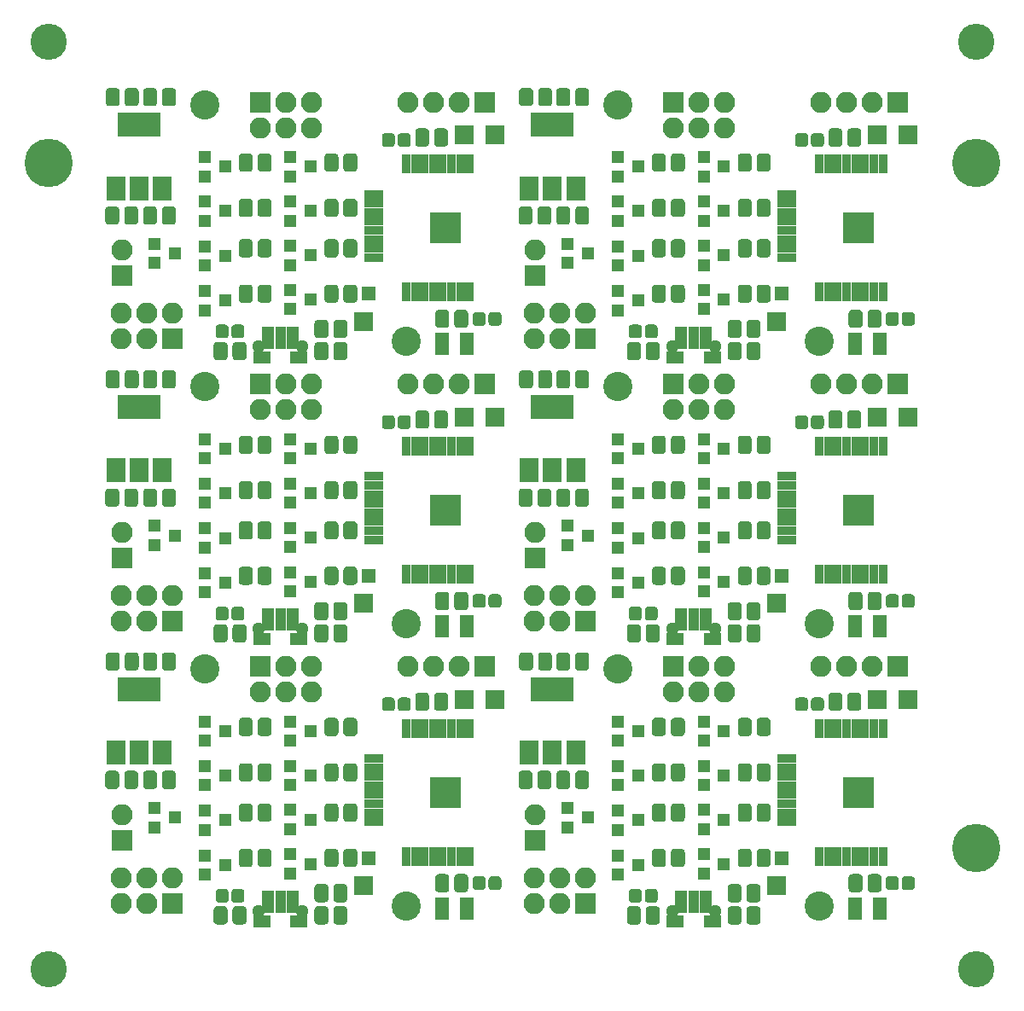
<source format=gbr>
G04 #@! TF.GenerationSoftware,KiCad,Pcbnew,5.0.0*
G04 #@! TF.CreationDate,2018-12-15T19:02:40-05:00*
G04 #@! TF.ProjectId,BT_12V_SmartSwitch-panelized,42545F3132565F536D61727453776974,rev?*
G04 #@! TF.SameCoordinates,Original*
G04 #@! TF.FileFunction,Soldermask,Top*
G04 #@! TF.FilePolarity,Negative*
%FSLAX46Y46*%
G04 Gerber Fmt 4.6, Leading zero omitted, Abs format (unit mm)*
G04 Created by KiCad (PCBNEW 5.0.0) date Sat Dec 15 19:02:40 2018*
%MOMM*%
%LPD*%
G01*
G04 APERTURE LIST*
%ADD10R,0.900000X1.950000*%
%ADD11C,1.200000*%
%ADD12R,1.950000X0.900000*%
%ADD13R,3.100000X3.100000*%
%ADD14R,1.700000X1.300000*%
%ADD15C,1.300000*%
%ADD16R,1.150000X2.200000*%
%ADD17R,1.000000X2.200000*%
%ADD18R,1.400000X1.400000*%
%ADD19R,1.900000X1.900000*%
%ADD20R,2.100000X2.100000*%
%ADD21O,2.100000X2.100000*%
%ADD22C,0.100000*%
%ADD23C,1.275000*%
%ADD24C,1.375000*%
%ADD25R,1.300000X1.200000*%
%ADD26C,2.900000*%
%ADD27R,1.400000X2.200000*%
%ADD28R,4.200000X2.400000*%
%ADD29R,1.900000X2.400000*%
%ADD30C,4.800600*%
%ADD31C,3.600000*%
G04 APERTURE END LIST*
D10*
G04 #@! TO.C,U2*
X176274000Y-46150000D03*
D11*
X174750000Y-51600000D03*
X174750000Y-52500000D03*
X174750000Y-53400000D03*
X173850000Y-51600000D03*
X172950000Y-51600000D03*
X172950000Y-52500000D03*
X173850000Y-52500000D03*
X173850000Y-53400000D03*
X172950000Y-53400000D03*
D10*
X175374000Y-46150000D03*
X174474000Y-46150000D03*
X173574000Y-46150000D03*
X172674000Y-46150000D03*
X171774000Y-46140000D03*
X170874000Y-46150000D03*
X169974000Y-46150000D03*
D12*
X166750000Y-49125000D03*
X166750000Y-50025000D03*
X166750000Y-50925000D03*
X166750000Y-51825000D03*
X166750000Y-52725000D03*
X166750000Y-53625000D03*
X166750000Y-54525000D03*
X166750000Y-55425000D03*
D10*
X173574000Y-58850000D03*
X176274000Y-58850000D03*
X170874000Y-58850000D03*
X169974000Y-58850000D03*
X171774000Y-58840000D03*
X174474000Y-58850000D03*
X175374000Y-58850000D03*
X172674000Y-58850000D03*
D13*
X173850000Y-52500000D03*
G04 #@! TD*
D14*
G04 #@! TO.C,SW1*
X155650000Y-65300000D03*
X159350000Y-65300000D03*
D15*
X155375000Y-64250000D03*
X159625000Y-64250000D03*
D16*
X158725000Y-63350000D03*
D17*
X157500000Y-63350000D03*
D16*
X156275000Y-63350000D03*
G04 #@! TD*
D18*
G04 #@! TO.C,TP1*
X166250000Y-59000000D03*
G04 #@! TD*
D19*
G04 #@! TO.C,TP2*
X165750000Y-61750000D03*
G04 #@! TD*
G04 #@! TO.C,TP4*
X178750000Y-43250000D03*
G04 #@! TD*
G04 #@! TO.C,TP3*
X175750000Y-43250000D03*
G04 #@! TD*
D20*
G04 #@! TO.C,J3*
X177750000Y-40000000D03*
D21*
X175210000Y-40000000D03*
X172670000Y-40000000D03*
X170130000Y-40000000D03*
G04 #@! TD*
D22*
G04 #@! TO.C,C7*
G36*
X153637493Y-62076535D02*
X153668435Y-62081125D01*
X153698778Y-62088725D01*
X153728230Y-62099263D01*
X153756508Y-62112638D01*
X153783338Y-62128719D01*
X153808463Y-62147353D01*
X153831640Y-62168360D01*
X153852647Y-62191537D01*
X153871281Y-62216662D01*
X153887362Y-62243492D01*
X153900737Y-62271770D01*
X153911275Y-62301222D01*
X153918875Y-62331565D01*
X153923465Y-62362507D01*
X153925000Y-62393750D01*
X153925000Y-63106250D01*
X153923465Y-63137493D01*
X153918875Y-63168435D01*
X153911275Y-63198778D01*
X153900737Y-63228230D01*
X153887362Y-63256508D01*
X153871281Y-63283338D01*
X153852647Y-63308463D01*
X153831640Y-63331640D01*
X153808463Y-63352647D01*
X153783338Y-63371281D01*
X153756508Y-63387362D01*
X153728230Y-63400737D01*
X153698778Y-63411275D01*
X153668435Y-63418875D01*
X153637493Y-63423465D01*
X153606250Y-63425000D01*
X152968750Y-63425000D01*
X152937507Y-63423465D01*
X152906565Y-63418875D01*
X152876222Y-63411275D01*
X152846770Y-63400737D01*
X152818492Y-63387362D01*
X152791662Y-63371281D01*
X152766537Y-63352647D01*
X152743360Y-63331640D01*
X152722353Y-63308463D01*
X152703719Y-63283338D01*
X152687638Y-63256508D01*
X152674263Y-63228230D01*
X152663725Y-63198778D01*
X152656125Y-63168435D01*
X152651535Y-63137493D01*
X152650000Y-63106250D01*
X152650000Y-62393750D01*
X152651535Y-62362507D01*
X152656125Y-62331565D01*
X152663725Y-62301222D01*
X152674263Y-62271770D01*
X152687638Y-62243492D01*
X152703719Y-62216662D01*
X152722353Y-62191537D01*
X152743360Y-62168360D01*
X152766537Y-62147353D01*
X152791662Y-62128719D01*
X152818492Y-62112638D01*
X152846770Y-62099263D01*
X152876222Y-62088725D01*
X152906565Y-62081125D01*
X152937507Y-62076535D01*
X152968750Y-62075000D01*
X153606250Y-62075000D01*
X153637493Y-62076535D01*
X153637493Y-62076535D01*
G37*
D23*
X153287500Y-62750000D03*
D22*
G36*
X152062493Y-62076535D02*
X152093435Y-62081125D01*
X152123778Y-62088725D01*
X152153230Y-62099263D01*
X152181508Y-62112638D01*
X152208338Y-62128719D01*
X152233463Y-62147353D01*
X152256640Y-62168360D01*
X152277647Y-62191537D01*
X152296281Y-62216662D01*
X152312362Y-62243492D01*
X152325737Y-62271770D01*
X152336275Y-62301222D01*
X152343875Y-62331565D01*
X152348465Y-62362507D01*
X152350000Y-62393750D01*
X152350000Y-63106250D01*
X152348465Y-63137493D01*
X152343875Y-63168435D01*
X152336275Y-63198778D01*
X152325737Y-63228230D01*
X152312362Y-63256508D01*
X152296281Y-63283338D01*
X152277647Y-63308463D01*
X152256640Y-63331640D01*
X152233463Y-63352647D01*
X152208338Y-63371281D01*
X152181508Y-63387362D01*
X152153230Y-63400737D01*
X152123778Y-63411275D01*
X152093435Y-63418875D01*
X152062493Y-63423465D01*
X152031250Y-63425000D01*
X151393750Y-63425000D01*
X151362507Y-63423465D01*
X151331565Y-63418875D01*
X151301222Y-63411275D01*
X151271770Y-63400737D01*
X151243492Y-63387362D01*
X151216662Y-63371281D01*
X151191537Y-63352647D01*
X151168360Y-63331640D01*
X151147353Y-63308463D01*
X151128719Y-63283338D01*
X151112638Y-63256508D01*
X151099263Y-63228230D01*
X151088725Y-63198778D01*
X151081125Y-63168435D01*
X151076535Y-63137493D01*
X151075000Y-63106250D01*
X151075000Y-62393750D01*
X151076535Y-62362507D01*
X151081125Y-62331565D01*
X151088725Y-62301222D01*
X151099263Y-62271770D01*
X151112638Y-62243492D01*
X151128719Y-62216662D01*
X151147353Y-62191537D01*
X151168360Y-62168360D01*
X151191537Y-62147353D01*
X151216662Y-62128719D01*
X151243492Y-62112638D01*
X151271770Y-62099263D01*
X151301222Y-62088725D01*
X151331565Y-62081125D01*
X151362507Y-62076535D01*
X151393750Y-62075000D01*
X152031250Y-62075000D01*
X152062493Y-62076535D01*
X152062493Y-62076535D01*
G37*
D23*
X151712500Y-62750000D03*
G04 #@! TD*
D22*
G04 #@! TO.C,C3*
G36*
X173814943Y-42601655D02*
X173848312Y-42606605D01*
X173881035Y-42614802D01*
X173912797Y-42626166D01*
X173943293Y-42640590D01*
X173972227Y-42657932D01*
X173999323Y-42678028D01*
X174024318Y-42700682D01*
X174046972Y-42725677D01*
X174067068Y-42752773D01*
X174084410Y-42781707D01*
X174098834Y-42812203D01*
X174110198Y-42843965D01*
X174118395Y-42876688D01*
X174123345Y-42910057D01*
X174125000Y-42943750D01*
X174125000Y-44056250D01*
X174123345Y-44089943D01*
X174118395Y-44123312D01*
X174110198Y-44156035D01*
X174098834Y-44187797D01*
X174084410Y-44218293D01*
X174067068Y-44247227D01*
X174046972Y-44274323D01*
X174024318Y-44299318D01*
X173999323Y-44321972D01*
X173972227Y-44342068D01*
X173943293Y-44359410D01*
X173912797Y-44373834D01*
X173881035Y-44385198D01*
X173848312Y-44393395D01*
X173814943Y-44398345D01*
X173781250Y-44400000D01*
X173093750Y-44400000D01*
X173060057Y-44398345D01*
X173026688Y-44393395D01*
X172993965Y-44385198D01*
X172962203Y-44373834D01*
X172931707Y-44359410D01*
X172902773Y-44342068D01*
X172875677Y-44321972D01*
X172850682Y-44299318D01*
X172828028Y-44274323D01*
X172807932Y-44247227D01*
X172790590Y-44218293D01*
X172776166Y-44187797D01*
X172764802Y-44156035D01*
X172756605Y-44123312D01*
X172751655Y-44089943D01*
X172750000Y-44056250D01*
X172750000Y-42943750D01*
X172751655Y-42910057D01*
X172756605Y-42876688D01*
X172764802Y-42843965D01*
X172776166Y-42812203D01*
X172790590Y-42781707D01*
X172807932Y-42752773D01*
X172828028Y-42725677D01*
X172850682Y-42700682D01*
X172875677Y-42678028D01*
X172902773Y-42657932D01*
X172931707Y-42640590D01*
X172962203Y-42626166D01*
X172993965Y-42614802D01*
X173026688Y-42606605D01*
X173060057Y-42601655D01*
X173093750Y-42600000D01*
X173781250Y-42600000D01*
X173814943Y-42601655D01*
X173814943Y-42601655D01*
G37*
D24*
X173437500Y-43500000D03*
D22*
G36*
X171939943Y-42601655D02*
X171973312Y-42606605D01*
X172006035Y-42614802D01*
X172037797Y-42626166D01*
X172068293Y-42640590D01*
X172097227Y-42657932D01*
X172124323Y-42678028D01*
X172149318Y-42700682D01*
X172171972Y-42725677D01*
X172192068Y-42752773D01*
X172209410Y-42781707D01*
X172223834Y-42812203D01*
X172235198Y-42843965D01*
X172243395Y-42876688D01*
X172248345Y-42910057D01*
X172250000Y-42943750D01*
X172250000Y-44056250D01*
X172248345Y-44089943D01*
X172243395Y-44123312D01*
X172235198Y-44156035D01*
X172223834Y-44187797D01*
X172209410Y-44218293D01*
X172192068Y-44247227D01*
X172171972Y-44274323D01*
X172149318Y-44299318D01*
X172124323Y-44321972D01*
X172097227Y-44342068D01*
X172068293Y-44359410D01*
X172037797Y-44373834D01*
X172006035Y-44385198D01*
X171973312Y-44393395D01*
X171939943Y-44398345D01*
X171906250Y-44400000D01*
X171218750Y-44400000D01*
X171185057Y-44398345D01*
X171151688Y-44393395D01*
X171118965Y-44385198D01*
X171087203Y-44373834D01*
X171056707Y-44359410D01*
X171027773Y-44342068D01*
X171000677Y-44321972D01*
X170975682Y-44299318D01*
X170953028Y-44274323D01*
X170932932Y-44247227D01*
X170915590Y-44218293D01*
X170901166Y-44187797D01*
X170889802Y-44156035D01*
X170881605Y-44123312D01*
X170876655Y-44089943D01*
X170875000Y-44056250D01*
X170875000Y-42943750D01*
X170876655Y-42910057D01*
X170881605Y-42876688D01*
X170889802Y-42843965D01*
X170901166Y-42812203D01*
X170915590Y-42781707D01*
X170932932Y-42752773D01*
X170953028Y-42725677D01*
X170975682Y-42700682D01*
X171000677Y-42678028D01*
X171027773Y-42657932D01*
X171056707Y-42640590D01*
X171087203Y-42626166D01*
X171118965Y-42614802D01*
X171151688Y-42606605D01*
X171185057Y-42601655D01*
X171218750Y-42600000D01*
X171906250Y-42600000D01*
X171939943Y-42601655D01*
X171939943Y-42601655D01*
G37*
D24*
X171562500Y-43500000D03*
G04 #@! TD*
D22*
G04 #@! TO.C,C6*
G36*
X173939943Y-60601655D02*
X173973312Y-60606605D01*
X174006035Y-60614802D01*
X174037797Y-60626166D01*
X174068293Y-60640590D01*
X174097227Y-60657932D01*
X174124323Y-60678028D01*
X174149318Y-60700682D01*
X174171972Y-60725677D01*
X174192068Y-60752773D01*
X174209410Y-60781707D01*
X174223834Y-60812203D01*
X174235198Y-60843965D01*
X174243395Y-60876688D01*
X174248345Y-60910057D01*
X174250000Y-60943750D01*
X174250000Y-62056250D01*
X174248345Y-62089943D01*
X174243395Y-62123312D01*
X174235198Y-62156035D01*
X174223834Y-62187797D01*
X174209410Y-62218293D01*
X174192068Y-62247227D01*
X174171972Y-62274323D01*
X174149318Y-62299318D01*
X174124323Y-62321972D01*
X174097227Y-62342068D01*
X174068293Y-62359410D01*
X174037797Y-62373834D01*
X174006035Y-62385198D01*
X173973312Y-62393395D01*
X173939943Y-62398345D01*
X173906250Y-62400000D01*
X173218750Y-62400000D01*
X173185057Y-62398345D01*
X173151688Y-62393395D01*
X173118965Y-62385198D01*
X173087203Y-62373834D01*
X173056707Y-62359410D01*
X173027773Y-62342068D01*
X173000677Y-62321972D01*
X172975682Y-62299318D01*
X172953028Y-62274323D01*
X172932932Y-62247227D01*
X172915590Y-62218293D01*
X172901166Y-62187797D01*
X172889802Y-62156035D01*
X172881605Y-62123312D01*
X172876655Y-62089943D01*
X172875000Y-62056250D01*
X172875000Y-60943750D01*
X172876655Y-60910057D01*
X172881605Y-60876688D01*
X172889802Y-60843965D01*
X172901166Y-60812203D01*
X172915590Y-60781707D01*
X172932932Y-60752773D01*
X172953028Y-60725677D01*
X172975682Y-60700682D01*
X173000677Y-60678028D01*
X173027773Y-60657932D01*
X173056707Y-60640590D01*
X173087203Y-60626166D01*
X173118965Y-60614802D01*
X173151688Y-60606605D01*
X173185057Y-60601655D01*
X173218750Y-60600000D01*
X173906250Y-60600000D01*
X173939943Y-60601655D01*
X173939943Y-60601655D01*
G37*
D24*
X173562500Y-61500000D03*
D22*
G36*
X175814943Y-60601655D02*
X175848312Y-60606605D01*
X175881035Y-60614802D01*
X175912797Y-60626166D01*
X175943293Y-60640590D01*
X175972227Y-60657932D01*
X175999323Y-60678028D01*
X176024318Y-60700682D01*
X176046972Y-60725677D01*
X176067068Y-60752773D01*
X176084410Y-60781707D01*
X176098834Y-60812203D01*
X176110198Y-60843965D01*
X176118395Y-60876688D01*
X176123345Y-60910057D01*
X176125000Y-60943750D01*
X176125000Y-62056250D01*
X176123345Y-62089943D01*
X176118395Y-62123312D01*
X176110198Y-62156035D01*
X176098834Y-62187797D01*
X176084410Y-62218293D01*
X176067068Y-62247227D01*
X176046972Y-62274323D01*
X176024318Y-62299318D01*
X175999323Y-62321972D01*
X175972227Y-62342068D01*
X175943293Y-62359410D01*
X175912797Y-62373834D01*
X175881035Y-62385198D01*
X175848312Y-62393395D01*
X175814943Y-62398345D01*
X175781250Y-62400000D01*
X175093750Y-62400000D01*
X175060057Y-62398345D01*
X175026688Y-62393395D01*
X174993965Y-62385198D01*
X174962203Y-62373834D01*
X174931707Y-62359410D01*
X174902773Y-62342068D01*
X174875677Y-62321972D01*
X174850682Y-62299318D01*
X174828028Y-62274323D01*
X174807932Y-62247227D01*
X174790590Y-62218293D01*
X174776166Y-62187797D01*
X174764802Y-62156035D01*
X174756605Y-62123312D01*
X174751655Y-62089943D01*
X174750000Y-62056250D01*
X174750000Y-60943750D01*
X174751655Y-60910057D01*
X174756605Y-60876688D01*
X174764802Y-60843965D01*
X174776166Y-60812203D01*
X174790590Y-60781707D01*
X174807932Y-60752773D01*
X174828028Y-60725677D01*
X174850682Y-60700682D01*
X174875677Y-60678028D01*
X174902773Y-60657932D01*
X174931707Y-60640590D01*
X174962203Y-60626166D01*
X174993965Y-60614802D01*
X175026688Y-60606605D01*
X175060057Y-60601655D01*
X175093750Y-60600000D01*
X175781250Y-60600000D01*
X175814943Y-60601655D01*
X175814943Y-60601655D01*
G37*
D24*
X175437500Y-61500000D03*
G04 #@! TD*
D22*
G04 #@! TO.C,C2*
G36*
X143064943Y-50351655D02*
X143098312Y-50356605D01*
X143131035Y-50364802D01*
X143162797Y-50376166D01*
X143193293Y-50390590D01*
X143222227Y-50407932D01*
X143249323Y-50428028D01*
X143274318Y-50450682D01*
X143296972Y-50475677D01*
X143317068Y-50502773D01*
X143334410Y-50531707D01*
X143348834Y-50562203D01*
X143360198Y-50593965D01*
X143368395Y-50626688D01*
X143373345Y-50660057D01*
X143375000Y-50693750D01*
X143375000Y-51806250D01*
X143373345Y-51839943D01*
X143368395Y-51873312D01*
X143360198Y-51906035D01*
X143348834Y-51937797D01*
X143334410Y-51968293D01*
X143317068Y-51997227D01*
X143296972Y-52024323D01*
X143274318Y-52049318D01*
X143249323Y-52071972D01*
X143222227Y-52092068D01*
X143193293Y-52109410D01*
X143162797Y-52123834D01*
X143131035Y-52135198D01*
X143098312Y-52143395D01*
X143064943Y-52148345D01*
X143031250Y-52150000D01*
X142343750Y-52150000D01*
X142310057Y-52148345D01*
X142276688Y-52143395D01*
X142243965Y-52135198D01*
X142212203Y-52123834D01*
X142181707Y-52109410D01*
X142152773Y-52092068D01*
X142125677Y-52071972D01*
X142100682Y-52049318D01*
X142078028Y-52024323D01*
X142057932Y-51997227D01*
X142040590Y-51968293D01*
X142026166Y-51937797D01*
X142014802Y-51906035D01*
X142006605Y-51873312D01*
X142001655Y-51839943D01*
X142000000Y-51806250D01*
X142000000Y-50693750D01*
X142001655Y-50660057D01*
X142006605Y-50626688D01*
X142014802Y-50593965D01*
X142026166Y-50562203D01*
X142040590Y-50531707D01*
X142057932Y-50502773D01*
X142078028Y-50475677D01*
X142100682Y-50450682D01*
X142125677Y-50428028D01*
X142152773Y-50407932D01*
X142181707Y-50390590D01*
X142212203Y-50376166D01*
X142243965Y-50364802D01*
X142276688Y-50356605D01*
X142310057Y-50351655D01*
X142343750Y-50350000D01*
X143031250Y-50350000D01*
X143064943Y-50351655D01*
X143064943Y-50351655D01*
G37*
D24*
X142687500Y-51250000D03*
D22*
G36*
X141189943Y-50351655D02*
X141223312Y-50356605D01*
X141256035Y-50364802D01*
X141287797Y-50376166D01*
X141318293Y-50390590D01*
X141347227Y-50407932D01*
X141374323Y-50428028D01*
X141399318Y-50450682D01*
X141421972Y-50475677D01*
X141442068Y-50502773D01*
X141459410Y-50531707D01*
X141473834Y-50562203D01*
X141485198Y-50593965D01*
X141493395Y-50626688D01*
X141498345Y-50660057D01*
X141500000Y-50693750D01*
X141500000Y-51806250D01*
X141498345Y-51839943D01*
X141493395Y-51873312D01*
X141485198Y-51906035D01*
X141473834Y-51937797D01*
X141459410Y-51968293D01*
X141442068Y-51997227D01*
X141421972Y-52024323D01*
X141399318Y-52049318D01*
X141374323Y-52071972D01*
X141347227Y-52092068D01*
X141318293Y-52109410D01*
X141287797Y-52123834D01*
X141256035Y-52135198D01*
X141223312Y-52143395D01*
X141189943Y-52148345D01*
X141156250Y-52150000D01*
X140468750Y-52150000D01*
X140435057Y-52148345D01*
X140401688Y-52143395D01*
X140368965Y-52135198D01*
X140337203Y-52123834D01*
X140306707Y-52109410D01*
X140277773Y-52092068D01*
X140250677Y-52071972D01*
X140225682Y-52049318D01*
X140203028Y-52024323D01*
X140182932Y-51997227D01*
X140165590Y-51968293D01*
X140151166Y-51937797D01*
X140139802Y-51906035D01*
X140131605Y-51873312D01*
X140126655Y-51839943D01*
X140125000Y-51806250D01*
X140125000Y-50693750D01*
X140126655Y-50660057D01*
X140131605Y-50626688D01*
X140139802Y-50593965D01*
X140151166Y-50562203D01*
X140165590Y-50531707D01*
X140182932Y-50502773D01*
X140203028Y-50475677D01*
X140225682Y-50450682D01*
X140250677Y-50428028D01*
X140277773Y-50407932D01*
X140306707Y-50390590D01*
X140337203Y-50376166D01*
X140368965Y-50364802D01*
X140401688Y-50356605D01*
X140435057Y-50351655D01*
X140468750Y-50350000D01*
X141156250Y-50350000D01*
X141189943Y-50351655D01*
X141189943Y-50351655D01*
G37*
D24*
X140812500Y-51250000D03*
G04 #@! TD*
D20*
G04 #@! TO.C,J1*
X141750000Y-57250000D03*
D21*
X141750000Y-54710000D03*
G04 #@! TD*
G04 #@! TO.C,J4*
X160580000Y-42540000D03*
X160580000Y-40000000D03*
X158040000Y-42540000D03*
X158040000Y-40000000D03*
X155500000Y-42540000D03*
D20*
X155500000Y-40000000D03*
G04 #@! TD*
G04 #@! TO.C,J2*
X146750000Y-63500000D03*
D21*
X146750000Y-60960000D03*
X144210000Y-63500000D03*
X144210000Y-60960000D03*
X141670000Y-63500000D03*
X141670000Y-60960000D03*
G04 #@! TD*
D25*
G04 #@! TO.C,Q7*
X160500000Y-46400000D03*
X158500000Y-47350000D03*
X158500000Y-45450000D03*
G04 #@! TD*
G04 #@! TO.C,Q4*
X150000000Y-58750000D03*
X150000000Y-60650000D03*
X152000000Y-59700000D03*
G04 #@! TD*
G04 #@! TO.C,Q9*
X152000000Y-46400000D03*
X150000000Y-47350000D03*
X150000000Y-45450000D03*
G04 #@! TD*
G04 #@! TO.C,Q8*
X150000000Y-49850000D03*
X150000000Y-51750000D03*
X152000000Y-50800000D03*
G04 #@! TD*
G04 #@! TO.C,Q6*
X160500000Y-50800000D03*
X158500000Y-51750000D03*
X158500000Y-49850000D03*
G04 #@! TD*
G04 #@! TO.C,Q5*
X150000000Y-54300000D03*
X150000000Y-56200000D03*
X152000000Y-55250000D03*
G04 #@! TD*
D22*
G04 #@! TO.C,R9*
G36*
X156314943Y-45101655D02*
X156348312Y-45106605D01*
X156381035Y-45114802D01*
X156412797Y-45126166D01*
X156443293Y-45140590D01*
X156472227Y-45157932D01*
X156499323Y-45178028D01*
X156524318Y-45200682D01*
X156546972Y-45225677D01*
X156567068Y-45252773D01*
X156584410Y-45281707D01*
X156598834Y-45312203D01*
X156610198Y-45343965D01*
X156618395Y-45376688D01*
X156623345Y-45410057D01*
X156625000Y-45443750D01*
X156625000Y-46556250D01*
X156623345Y-46589943D01*
X156618395Y-46623312D01*
X156610198Y-46656035D01*
X156598834Y-46687797D01*
X156584410Y-46718293D01*
X156567068Y-46747227D01*
X156546972Y-46774323D01*
X156524318Y-46799318D01*
X156499323Y-46821972D01*
X156472227Y-46842068D01*
X156443293Y-46859410D01*
X156412797Y-46873834D01*
X156381035Y-46885198D01*
X156348312Y-46893395D01*
X156314943Y-46898345D01*
X156281250Y-46900000D01*
X155593750Y-46900000D01*
X155560057Y-46898345D01*
X155526688Y-46893395D01*
X155493965Y-46885198D01*
X155462203Y-46873834D01*
X155431707Y-46859410D01*
X155402773Y-46842068D01*
X155375677Y-46821972D01*
X155350682Y-46799318D01*
X155328028Y-46774323D01*
X155307932Y-46747227D01*
X155290590Y-46718293D01*
X155276166Y-46687797D01*
X155264802Y-46656035D01*
X155256605Y-46623312D01*
X155251655Y-46589943D01*
X155250000Y-46556250D01*
X155250000Y-45443750D01*
X155251655Y-45410057D01*
X155256605Y-45376688D01*
X155264802Y-45343965D01*
X155276166Y-45312203D01*
X155290590Y-45281707D01*
X155307932Y-45252773D01*
X155328028Y-45225677D01*
X155350682Y-45200682D01*
X155375677Y-45178028D01*
X155402773Y-45157932D01*
X155431707Y-45140590D01*
X155462203Y-45126166D01*
X155493965Y-45114802D01*
X155526688Y-45106605D01*
X155560057Y-45101655D01*
X155593750Y-45100000D01*
X156281250Y-45100000D01*
X156314943Y-45101655D01*
X156314943Y-45101655D01*
G37*
D24*
X155937500Y-46000000D03*
D22*
G36*
X154439943Y-45101655D02*
X154473312Y-45106605D01*
X154506035Y-45114802D01*
X154537797Y-45126166D01*
X154568293Y-45140590D01*
X154597227Y-45157932D01*
X154624323Y-45178028D01*
X154649318Y-45200682D01*
X154671972Y-45225677D01*
X154692068Y-45252773D01*
X154709410Y-45281707D01*
X154723834Y-45312203D01*
X154735198Y-45343965D01*
X154743395Y-45376688D01*
X154748345Y-45410057D01*
X154750000Y-45443750D01*
X154750000Y-46556250D01*
X154748345Y-46589943D01*
X154743395Y-46623312D01*
X154735198Y-46656035D01*
X154723834Y-46687797D01*
X154709410Y-46718293D01*
X154692068Y-46747227D01*
X154671972Y-46774323D01*
X154649318Y-46799318D01*
X154624323Y-46821972D01*
X154597227Y-46842068D01*
X154568293Y-46859410D01*
X154537797Y-46873834D01*
X154506035Y-46885198D01*
X154473312Y-46893395D01*
X154439943Y-46898345D01*
X154406250Y-46900000D01*
X153718750Y-46900000D01*
X153685057Y-46898345D01*
X153651688Y-46893395D01*
X153618965Y-46885198D01*
X153587203Y-46873834D01*
X153556707Y-46859410D01*
X153527773Y-46842068D01*
X153500677Y-46821972D01*
X153475682Y-46799318D01*
X153453028Y-46774323D01*
X153432932Y-46747227D01*
X153415590Y-46718293D01*
X153401166Y-46687797D01*
X153389802Y-46656035D01*
X153381605Y-46623312D01*
X153376655Y-46589943D01*
X153375000Y-46556250D01*
X153375000Y-45443750D01*
X153376655Y-45410057D01*
X153381605Y-45376688D01*
X153389802Y-45343965D01*
X153401166Y-45312203D01*
X153415590Y-45281707D01*
X153432932Y-45252773D01*
X153453028Y-45225677D01*
X153475682Y-45200682D01*
X153500677Y-45178028D01*
X153527773Y-45157932D01*
X153556707Y-45140590D01*
X153587203Y-45126166D01*
X153618965Y-45114802D01*
X153651688Y-45106605D01*
X153685057Y-45101655D01*
X153718750Y-45100000D01*
X154406250Y-45100000D01*
X154439943Y-45101655D01*
X154439943Y-45101655D01*
G37*
D24*
X154062500Y-46000000D03*
G04 #@! TD*
D22*
G04 #@! TO.C,R10*
G36*
X153814943Y-63801655D02*
X153848312Y-63806605D01*
X153881035Y-63814802D01*
X153912797Y-63826166D01*
X153943293Y-63840590D01*
X153972227Y-63857932D01*
X153999323Y-63878028D01*
X154024318Y-63900682D01*
X154046972Y-63925677D01*
X154067068Y-63952773D01*
X154084410Y-63981707D01*
X154098834Y-64012203D01*
X154110198Y-64043965D01*
X154118395Y-64076688D01*
X154123345Y-64110057D01*
X154125000Y-64143750D01*
X154125000Y-65256250D01*
X154123345Y-65289943D01*
X154118395Y-65323312D01*
X154110198Y-65356035D01*
X154098834Y-65387797D01*
X154084410Y-65418293D01*
X154067068Y-65447227D01*
X154046972Y-65474323D01*
X154024318Y-65499318D01*
X153999323Y-65521972D01*
X153972227Y-65542068D01*
X153943293Y-65559410D01*
X153912797Y-65573834D01*
X153881035Y-65585198D01*
X153848312Y-65593395D01*
X153814943Y-65598345D01*
X153781250Y-65600000D01*
X153093750Y-65600000D01*
X153060057Y-65598345D01*
X153026688Y-65593395D01*
X152993965Y-65585198D01*
X152962203Y-65573834D01*
X152931707Y-65559410D01*
X152902773Y-65542068D01*
X152875677Y-65521972D01*
X152850682Y-65499318D01*
X152828028Y-65474323D01*
X152807932Y-65447227D01*
X152790590Y-65418293D01*
X152776166Y-65387797D01*
X152764802Y-65356035D01*
X152756605Y-65323312D01*
X152751655Y-65289943D01*
X152750000Y-65256250D01*
X152750000Y-64143750D01*
X152751655Y-64110057D01*
X152756605Y-64076688D01*
X152764802Y-64043965D01*
X152776166Y-64012203D01*
X152790590Y-63981707D01*
X152807932Y-63952773D01*
X152828028Y-63925677D01*
X152850682Y-63900682D01*
X152875677Y-63878028D01*
X152902773Y-63857932D01*
X152931707Y-63840590D01*
X152962203Y-63826166D01*
X152993965Y-63814802D01*
X153026688Y-63806605D01*
X153060057Y-63801655D01*
X153093750Y-63800000D01*
X153781250Y-63800000D01*
X153814943Y-63801655D01*
X153814943Y-63801655D01*
G37*
D24*
X153437500Y-64700000D03*
D22*
G36*
X151939943Y-63801655D02*
X151973312Y-63806605D01*
X152006035Y-63814802D01*
X152037797Y-63826166D01*
X152068293Y-63840590D01*
X152097227Y-63857932D01*
X152124323Y-63878028D01*
X152149318Y-63900682D01*
X152171972Y-63925677D01*
X152192068Y-63952773D01*
X152209410Y-63981707D01*
X152223834Y-64012203D01*
X152235198Y-64043965D01*
X152243395Y-64076688D01*
X152248345Y-64110057D01*
X152250000Y-64143750D01*
X152250000Y-65256250D01*
X152248345Y-65289943D01*
X152243395Y-65323312D01*
X152235198Y-65356035D01*
X152223834Y-65387797D01*
X152209410Y-65418293D01*
X152192068Y-65447227D01*
X152171972Y-65474323D01*
X152149318Y-65499318D01*
X152124323Y-65521972D01*
X152097227Y-65542068D01*
X152068293Y-65559410D01*
X152037797Y-65573834D01*
X152006035Y-65585198D01*
X151973312Y-65593395D01*
X151939943Y-65598345D01*
X151906250Y-65600000D01*
X151218750Y-65600000D01*
X151185057Y-65598345D01*
X151151688Y-65593395D01*
X151118965Y-65585198D01*
X151087203Y-65573834D01*
X151056707Y-65559410D01*
X151027773Y-65542068D01*
X151000677Y-65521972D01*
X150975682Y-65499318D01*
X150953028Y-65474323D01*
X150932932Y-65447227D01*
X150915590Y-65418293D01*
X150901166Y-65387797D01*
X150889802Y-65356035D01*
X150881605Y-65323312D01*
X150876655Y-65289943D01*
X150875000Y-65256250D01*
X150875000Y-64143750D01*
X150876655Y-64110057D01*
X150881605Y-64076688D01*
X150889802Y-64043965D01*
X150901166Y-64012203D01*
X150915590Y-63981707D01*
X150932932Y-63952773D01*
X150953028Y-63925677D01*
X150975682Y-63900682D01*
X151000677Y-63878028D01*
X151027773Y-63857932D01*
X151056707Y-63840590D01*
X151087203Y-63826166D01*
X151118965Y-63814802D01*
X151151688Y-63806605D01*
X151185057Y-63801655D01*
X151218750Y-63800000D01*
X151906250Y-63800000D01*
X151939943Y-63801655D01*
X151939943Y-63801655D01*
G37*
D24*
X151562500Y-64700000D03*
G04 #@! TD*
D22*
G04 #@! TO.C,R11*
G36*
X163814943Y-61601655D02*
X163848312Y-61606605D01*
X163881035Y-61614802D01*
X163912797Y-61626166D01*
X163943293Y-61640590D01*
X163972227Y-61657932D01*
X163999323Y-61678028D01*
X164024318Y-61700682D01*
X164046972Y-61725677D01*
X164067068Y-61752773D01*
X164084410Y-61781707D01*
X164098834Y-61812203D01*
X164110198Y-61843965D01*
X164118395Y-61876688D01*
X164123345Y-61910057D01*
X164125000Y-61943750D01*
X164125000Y-63056250D01*
X164123345Y-63089943D01*
X164118395Y-63123312D01*
X164110198Y-63156035D01*
X164098834Y-63187797D01*
X164084410Y-63218293D01*
X164067068Y-63247227D01*
X164046972Y-63274323D01*
X164024318Y-63299318D01*
X163999323Y-63321972D01*
X163972227Y-63342068D01*
X163943293Y-63359410D01*
X163912797Y-63373834D01*
X163881035Y-63385198D01*
X163848312Y-63393395D01*
X163814943Y-63398345D01*
X163781250Y-63400000D01*
X163093750Y-63400000D01*
X163060057Y-63398345D01*
X163026688Y-63393395D01*
X162993965Y-63385198D01*
X162962203Y-63373834D01*
X162931707Y-63359410D01*
X162902773Y-63342068D01*
X162875677Y-63321972D01*
X162850682Y-63299318D01*
X162828028Y-63274323D01*
X162807932Y-63247227D01*
X162790590Y-63218293D01*
X162776166Y-63187797D01*
X162764802Y-63156035D01*
X162756605Y-63123312D01*
X162751655Y-63089943D01*
X162750000Y-63056250D01*
X162750000Y-61943750D01*
X162751655Y-61910057D01*
X162756605Y-61876688D01*
X162764802Y-61843965D01*
X162776166Y-61812203D01*
X162790590Y-61781707D01*
X162807932Y-61752773D01*
X162828028Y-61725677D01*
X162850682Y-61700682D01*
X162875677Y-61678028D01*
X162902773Y-61657932D01*
X162931707Y-61640590D01*
X162962203Y-61626166D01*
X162993965Y-61614802D01*
X163026688Y-61606605D01*
X163060057Y-61601655D01*
X163093750Y-61600000D01*
X163781250Y-61600000D01*
X163814943Y-61601655D01*
X163814943Y-61601655D01*
G37*
D24*
X163437500Y-62500000D03*
D22*
G36*
X161939943Y-61601655D02*
X161973312Y-61606605D01*
X162006035Y-61614802D01*
X162037797Y-61626166D01*
X162068293Y-61640590D01*
X162097227Y-61657932D01*
X162124323Y-61678028D01*
X162149318Y-61700682D01*
X162171972Y-61725677D01*
X162192068Y-61752773D01*
X162209410Y-61781707D01*
X162223834Y-61812203D01*
X162235198Y-61843965D01*
X162243395Y-61876688D01*
X162248345Y-61910057D01*
X162250000Y-61943750D01*
X162250000Y-63056250D01*
X162248345Y-63089943D01*
X162243395Y-63123312D01*
X162235198Y-63156035D01*
X162223834Y-63187797D01*
X162209410Y-63218293D01*
X162192068Y-63247227D01*
X162171972Y-63274323D01*
X162149318Y-63299318D01*
X162124323Y-63321972D01*
X162097227Y-63342068D01*
X162068293Y-63359410D01*
X162037797Y-63373834D01*
X162006035Y-63385198D01*
X161973312Y-63393395D01*
X161939943Y-63398345D01*
X161906250Y-63400000D01*
X161218750Y-63400000D01*
X161185057Y-63398345D01*
X161151688Y-63393395D01*
X161118965Y-63385198D01*
X161087203Y-63373834D01*
X161056707Y-63359410D01*
X161027773Y-63342068D01*
X161000677Y-63321972D01*
X160975682Y-63299318D01*
X160953028Y-63274323D01*
X160932932Y-63247227D01*
X160915590Y-63218293D01*
X160901166Y-63187797D01*
X160889802Y-63156035D01*
X160881605Y-63123312D01*
X160876655Y-63089943D01*
X160875000Y-63056250D01*
X160875000Y-61943750D01*
X160876655Y-61910057D01*
X160881605Y-61876688D01*
X160889802Y-61843965D01*
X160901166Y-61812203D01*
X160915590Y-61781707D01*
X160932932Y-61752773D01*
X160953028Y-61725677D01*
X160975682Y-61700682D01*
X161000677Y-61678028D01*
X161027773Y-61657932D01*
X161056707Y-61640590D01*
X161087203Y-61626166D01*
X161118965Y-61614802D01*
X161151688Y-61606605D01*
X161185057Y-61601655D01*
X161218750Y-61600000D01*
X161906250Y-61600000D01*
X161939943Y-61601655D01*
X161939943Y-61601655D01*
G37*
D24*
X161562500Y-62500000D03*
G04 #@! TD*
D22*
G04 #@! TO.C,R6*
G36*
X164814943Y-49601655D02*
X164848312Y-49606605D01*
X164881035Y-49614802D01*
X164912797Y-49626166D01*
X164943293Y-49640590D01*
X164972227Y-49657932D01*
X164999323Y-49678028D01*
X165024318Y-49700682D01*
X165046972Y-49725677D01*
X165067068Y-49752773D01*
X165084410Y-49781707D01*
X165098834Y-49812203D01*
X165110198Y-49843965D01*
X165118395Y-49876688D01*
X165123345Y-49910057D01*
X165125000Y-49943750D01*
X165125000Y-51056250D01*
X165123345Y-51089943D01*
X165118395Y-51123312D01*
X165110198Y-51156035D01*
X165098834Y-51187797D01*
X165084410Y-51218293D01*
X165067068Y-51247227D01*
X165046972Y-51274323D01*
X165024318Y-51299318D01*
X164999323Y-51321972D01*
X164972227Y-51342068D01*
X164943293Y-51359410D01*
X164912797Y-51373834D01*
X164881035Y-51385198D01*
X164848312Y-51393395D01*
X164814943Y-51398345D01*
X164781250Y-51400000D01*
X164093750Y-51400000D01*
X164060057Y-51398345D01*
X164026688Y-51393395D01*
X163993965Y-51385198D01*
X163962203Y-51373834D01*
X163931707Y-51359410D01*
X163902773Y-51342068D01*
X163875677Y-51321972D01*
X163850682Y-51299318D01*
X163828028Y-51274323D01*
X163807932Y-51247227D01*
X163790590Y-51218293D01*
X163776166Y-51187797D01*
X163764802Y-51156035D01*
X163756605Y-51123312D01*
X163751655Y-51089943D01*
X163750000Y-51056250D01*
X163750000Y-49943750D01*
X163751655Y-49910057D01*
X163756605Y-49876688D01*
X163764802Y-49843965D01*
X163776166Y-49812203D01*
X163790590Y-49781707D01*
X163807932Y-49752773D01*
X163828028Y-49725677D01*
X163850682Y-49700682D01*
X163875677Y-49678028D01*
X163902773Y-49657932D01*
X163931707Y-49640590D01*
X163962203Y-49626166D01*
X163993965Y-49614802D01*
X164026688Y-49606605D01*
X164060057Y-49601655D01*
X164093750Y-49600000D01*
X164781250Y-49600000D01*
X164814943Y-49601655D01*
X164814943Y-49601655D01*
G37*
D24*
X164437500Y-50500000D03*
D22*
G36*
X162939943Y-49601655D02*
X162973312Y-49606605D01*
X163006035Y-49614802D01*
X163037797Y-49626166D01*
X163068293Y-49640590D01*
X163097227Y-49657932D01*
X163124323Y-49678028D01*
X163149318Y-49700682D01*
X163171972Y-49725677D01*
X163192068Y-49752773D01*
X163209410Y-49781707D01*
X163223834Y-49812203D01*
X163235198Y-49843965D01*
X163243395Y-49876688D01*
X163248345Y-49910057D01*
X163250000Y-49943750D01*
X163250000Y-51056250D01*
X163248345Y-51089943D01*
X163243395Y-51123312D01*
X163235198Y-51156035D01*
X163223834Y-51187797D01*
X163209410Y-51218293D01*
X163192068Y-51247227D01*
X163171972Y-51274323D01*
X163149318Y-51299318D01*
X163124323Y-51321972D01*
X163097227Y-51342068D01*
X163068293Y-51359410D01*
X163037797Y-51373834D01*
X163006035Y-51385198D01*
X162973312Y-51393395D01*
X162939943Y-51398345D01*
X162906250Y-51400000D01*
X162218750Y-51400000D01*
X162185057Y-51398345D01*
X162151688Y-51393395D01*
X162118965Y-51385198D01*
X162087203Y-51373834D01*
X162056707Y-51359410D01*
X162027773Y-51342068D01*
X162000677Y-51321972D01*
X161975682Y-51299318D01*
X161953028Y-51274323D01*
X161932932Y-51247227D01*
X161915590Y-51218293D01*
X161901166Y-51187797D01*
X161889802Y-51156035D01*
X161881605Y-51123312D01*
X161876655Y-51089943D01*
X161875000Y-51056250D01*
X161875000Y-49943750D01*
X161876655Y-49910057D01*
X161881605Y-49876688D01*
X161889802Y-49843965D01*
X161901166Y-49812203D01*
X161915590Y-49781707D01*
X161932932Y-49752773D01*
X161953028Y-49725677D01*
X161975682Y-49700682D01*
X162000677Y-49678028D01*
X162027773Y-49657932D01*
X162056707Y-49640590D01*
X162087203Y-49626166D01*
X162118965Y-49614802D01*
X162151688Y-49606605D01*
X162185057Y-49601655D01*
X162218750Y-49600000D01*
X162906250Y-49600000D01*
X162939943Y-49601655D01*
X162939943Y-49601655D01*
G37*
D24*
X162562500Y-50500000D03*
G04 #@! TD*
D22*
G04 #@! TO.C,R7*
G36*
X162939943Y-45101655D02*
X162973312Y-45106605D01*
X163006035Y-45114802D01*
X163037797Y-45126166D01*
X163068293Y-45140590D01*
X163097227Y-45157932D01*
X163124323Y-45178028D01*
X163149318Y-45200682D01*
X163171972Y-45225677D01*
X163192068Y-45252773D01*
X163209410Y-45281707D01*
X163223834Y-45312203D01*
X163235198Y-45343965D01*
X163243395Y-45376688D01*
X163248345Y-45410057D01*
X163250000Y-45443750D01*
X163250000Y-46556250D01*
X163248345Y-46589943D01*
X163243395Y-46623312D01*
X163235198Y-46656035D01*
X163223834Y-46687797D01*
X163209410Y-46718293D01*
X163192068Y-46747227D01*
X163171972Y-46774323D01*
X163149318Y-46799318D01*
X163124323Y-46821972D01*
X163097227Y-46842068D01*
X163068293Y-46859410D01*
X163037797Y-46873834D01*
X163006035Y-46885198D01*
X162973312Y-46893395D01*
X162939943Y-46898345D01*
X162906250Y-46900000D01*
X162218750Y-46900000D01*
X162185057Y-46898345D01*
X162151688Y-46893395D01*
X162118965Y-46885198D01*
X162087203Y-46873834D01*
X162056707Y-46859410D01*
X162027773Y-46842068D01*
X162000677Y-46821972D01*
X161975682Y-46799318D01*
X161953028Y-46774323D01*
X161932932Y-46747227D01*
X161915590Y-46718293D01*
X161901166Y-46687797D01*
X161889802Y-46656035D01*
X161881605Y-46623312D01*
X161876655Y-46589943D01*
X161875000Y-46556250D01*
X161875000Y-45443750D01*
X161876655Y-45410057D01*
X161881605Y-45376688D01*
X161889802Y-45343965D01*
X161901166Y-45312203D01*
X161915590Y-45281707D01*
X161932932Y-45252773D01*
X161953028Y-45225677D01*
X161975682Y-45200682D01*
X162000677Y-45178028D01*
X162027773Y-45157932D01*
X162056707Y-45140590D01*
X162087203Y-45126166D01*
X162118965Y-45114802D01*
X162151688Y-45106605D01*
X162185057Y-45101655D01*
X162218750Y-45100000D01*
X162906250Y-45100000D01*
X162939943Y-45101655D01*
X162939943Y-45101655D01*
G37*
D24*
X162562500Y-46000000D03*
D22*
G36*
X164814943Y-45101655D02*
X164848312Y-45106605D01*
X164881035Y-45114802D01*
X164912797Y-45126166D01*
X164943293Y-45140590D01*
X164972227Y-45157932D01*
X164999323Y-45178028D01*
X165024318Y-45200682D01*
X165046972Y-45225677D01*
X165067068Y-45252773D01*
X165084410Y-45281707D01*
X165098834Y-45312203D01*
X165110198Y-45343965D01*
X165118395Y-45376688D01*
X165123345Y-45410057D01*
X165125000Y-45443750D01*
X165125000Y-46556250D01*
X165123345Y-46589943D01*
X165118395Y-46623312D01*
X165110198Y-46656035D01*
X165098834Y-46687797D01*
X165084410Y-46718293D01*
X165067068Y-46747227D01*
X165046972Y-46774323D01*
X165024318Y-46799318D01*
X164999323Y-46821972D01*
X164972227Y-46842068D01*
X164943293Y-46859410D01*
X164912797Y-46873834D01*
X164881035Y-46885198D01*
X164848312Y-46893395D01*
X164814943Y-46898345D01*
X164781250Y-46900000D01*
X164093750Y-46900000D01*
X164060057Y-46898345D01*
X164026688Y-46893395D01*
X163993965Y-46885198D01*
X163962203Y-46873834D01*
X163931707Y-46859410D01*
X163902773Y-46842068D01*
X163875677Y-46821972D01*
X163850682Y-46799318D01*
X163828028Y-46774323D01*
X163807932Y-46747227D01*
X163790590Y-46718293D01*
X163776166Y-46687797D01*
X163764802Y-46656035D01*
X163756605Y-46623312D01*
X163751655Y-46589943D01*
X163750000Y-46556250D01*
X163750000Y-45443750D01*
X163751655Y-45410057D01*
X163756605Y-45376688D01*
X163764802Y-45343965D01*
X163776166Y-45312203D01*
X163790590Y-45281707D01*
X163807932Y-45252773D01*
X163828028Y-45225677D01*
X163850682Y-45200682D01*
X163875677Y-45178028D01*
X163902773Y-45157932D01*
X163931707Y-45140590D01*
X163962203Y-45126166D01*
X163993965Y-45114802D01*
X164026688Y-45106605D01*
X164060057Y-45101655D01*
X164093750Y-45100000D01*
X164781250Y-45100000D01*
X164814943Y-45101655D01*
X164814943Y-45101655D01*
G37*
D24*
X164437500Y-46000000D03*
G04 #@! TD*
D22*
G04 #@! TO.C,R8*
G36*
X154439943Y-49601655D02*
X154473312Y-49606605D01*
X154506035Y-49614802D01*
X154537797Y-49626166D01*
X154568293Y-49640590D01*
X154597227Y-49657932D01*
X154624323Y-49678028D01*
X154649318Y-49700682D01*
X154671972Y-49725677D01*
X154692068Y-49752773D01*
X154709410Y-49781707D01*
X154723834Y-49812203D01*
X154735198Y-49843965D01*
X154743395Y-49876688D01*
X154748345Y-49910057D01*
X154750000Y-49943750D01*
X154750000Y-51056250D01*
X154748345Y-51089943D01*
X154743395Y-51123312D01*
X154735198Y-51156035D01*
X154723834Y-51187797D01*
X154709410Y-51218293D01*
X154692068Y-51247227D01*
X154671972Y-51274323D01*
X154649318Y-51299318D01*
X154624323Y-51321972D01*
X154597227Y-51342068D01*
X154568293Y-51359410D01*
X154537797Y-51373834D01*
X154506035Y-51385198D01*
X154473312Y-51393395D01*
X154439943Y-51398345D01*
X154406250Y-51400000D01*
X153718750Y-51400000D01*
X153685057Y-51398345D01*
X153651688Y-51393395D01*
X153618965Y-51385198D01*
X153587203Y-51373834D01*
X153556707Y-51359410D01*
X153527773Y-51342068D01*
X153500677Y-51321972D01*
X153475682Y-51299318D01*
X153453028Y-51274323D01*
X153432932Y-51247227D01*
X153415590Y-51218293D01*
X153401166Y-51187797D01*
X153389802Y-51156035D01*
X153381605Y-51123312D01*
X153376655Y-51089943D01*
X153375000Y-51056250D01*
X153375000Y-49943750D01*
X153376655Y-49910057D01*
X153381605Y-49876688D01*
X153389802Y-49843965D01*
X153401166Y-49812203D01*
X153415590Y-49781707D01*
X153432932Y-49752773D01*
X153453028Y-49725677D01*
X153475682Y-49700682D01*
X153500677Y-49678028D01*
X153527773Y-49657932D01*
X153556707Y-49640590D01*
X153587203Y-49626166D01*
X153618965Y-49614802D01*
X153651688Y-49606605D01*
X153685057Y-49601655D01*
X153718750Y-49600000D01*
X154406250Y-49600000D01*
X154439943Y-49601655D01*
X154439943Y-49601655D01*
G37*
D24*
X154062500Y-50500000D03*
D22*
G36*
X156314943Y-49601655D02*
X156348312Y-49606605D01*
X156381035Y-49614802D01*
X156412797Y-49626166D01*
X156443293Y-49640590D01*
X156472227Y-49657932D01*
X156499323Y-49678028D01*
X156524318Y-49700682D01*
X156546972Y-49725677D01*
X156567068Y-49752773D01*
X156584410Y-49781707D01*
X156598834Y-49812203D01*
X156610198Y-49843965D01*
X156618395Y-49876688D01*
X156623345Y-49910057D01*
X156625000Y-49943750D01*
X156625000Y-51056250D01*
X156623345Y-51089943D01*
X156618395Y-51123312D01*
X156610198Y-51156035D01*
X156598834Y-51187797D01*
X156584410Y-51218293D01*
X156567068Y-51247227D01*
X156546972Y-51274323D01*
X156524318Y-51299318D01*
X156499323Y-51321972D01*
X156472227Y-51342068D01*
X156443293Y-51359410D01*
X156412797Y-51373834D01*
X156381035Y-51385198D01*
X156348312Y-51393395D01*
X156314943Y-51398345D01*
X156281250Y-51400000D01*
X155593750Y-51400000D01*
X155560057Y-51398345D01*
X155526688Y-51393395D01*
X155493965Y-51385198D01*
X155462203Y-51373834D01*
X155431707Y-51359410D01*
X155402773Y-51342068D01*
X155375677Y-51321972D01*
X155350682Y-51299318D01*
X155328028Y-51274323D01*
X155307932Y-51247227D01*
X155290590Y-51218293D01*
X155276166Y-51187797D01*
X155264802Y-51156035D01*
X155256605Y-51123312D01*
X155251655Y-51089943D01*
X155250000Y-51056250D01*
X155250000Y-49943750D01*
X155251655Y-49910057D01*
X155256605Y-49876688D01*
X155264802Y-49843965D01*
X155276166Y-49812203D01*
X155290590Y-49781707D01*
X155307932Y-49752773D01*
X155328028Y-49725677D01*
X155350682Y-49700682D01*
X155375677Y-49678028D01*
X155402773Y-49657932D01*
X155431707Y-49640590D01*
X155462203Y-49626166D01*
X155493965Y-49614802D01*
X155526688Y-49606605D01*
X155560057Y-49601655D01*
X155593750Y-49600000D01*
X156281250Y-49600000D01*
X156314943Y-49601655D01*
X156314943Y-49601655D01*
G37*
D24*
X155937500Y-50500000D03*
G04 #@! TD*
D22*
G04 #@! TO.C,C1*
G36*
X144939943Y-50351655D02*
X144973312Y-50356605D01*
X145006035Y-50364802D01*
X145037797Y-50376166D01*
X145068293Y-50390590D01*
X145097227Y-50407932D01*
X145124323Y-50428028D01*
X145149318Y-50450682D01*
X145171972Y-50475677D01*
X145192068Y-50502773D01*
X145209410Y-50531707D01*
X145223834Y-50562203D01*
X145235198Y-50593965D01*
X145243395Y-50626688D01*
X145248345Y-50660057D01*
X145250000Y-50693750D01*
X145250000Y-51806250D01*
X145248345Y-51839943D01*
X145243395Y-51873312D01*
X145235198Y-51906035D01*
X145223834Y-51937797D01*
X145209410Y-51968293D01*
X145192068Y-51997227D01*
X145171972Y-52024323D01*
X145149318Y-52049318D01*
X145124323Y-52071972D01*
X145097227Y-52092068D01*
X145068293Y-52109410D01*
X145037797Y-52123834D01*
X145006035Y-52135198D01*
X144973312Y-52143395D01*
X144939943Y-52148345D01*
X144906250Y-52150000D01*
X144218750Y-52150000D01*
X144185057Y-52148345D01*
X144151688Y-52143395D01*
X144118965Y-52135198D01*
X144087203Y-52123834D01*
X144056707Y-52109410D01*
X144027773Y-52092068D01*
X144000677Y-52071972D01*
X143975682Y-52049318D01*
X143953028Y-52024323D01*
X143932932Y-51997227D01*
X143915590Y-51968293D01*
X143901166Y-51937797D01*
X143889802Y-51906035D01*
X143881605Y-51873312D01*
X143876655Y-51839943D01*
X143875000Y-51806250D01*
X143875000Y-50693750D01*
X143876655Y-50660057D01*
X143881605Y-50626688D01*
X143889802Y-50593965D01*
X143901166Y-50562203D01*
X143915590Y-50531707D01*
X143932932Y-50502773D01*
X143953028Y-50475677D01*
X143975682Y-50450682D01*
X144000677Y-50428028D01*
X144027773Y-50407932D01*
X144056707Y-50390590D01*
X144087203Y-50376166D01*
X144118965Y-50364802D01*
X144151688Y-50356605D01*
X144185057Y-50351655D01*
X144218750Y-50350000D01*
X144906250Y-50350000D01*
X144939943Y-50351655D01*
X144939943Y-50351655D01*
G37*
D24*
X144562500Y-51250000D03*
D22*
G36*
X146814943Y-50351655D02*
X146848312Y-50356605D01*
X146881035Y-50364802D01*
X146912797Y-50376166D01*
X146943293Y-50390590D01*
X146972227Y-50407932D01*
X146999323Y-50428028D01*
X147024318Y-50450682D01*
X147046972Y-50475677D01*
X147067068Y-50502773D01*
X147084410Y-50531707D01*
X147098834Y-50562203D01*
X147110198Y-50593965D01*
X147118395Y-50626688D01*
X147123345Y-50660057D01*
X147125000Y-50693750D01*
X147125000Y-51806250D01*
X147123345Y-51839943D01*
X147118395Y-51873312D01*
X147110198Y-51906035D01*
X147098834Y-51937797D01*
X147084410Y-51968293D01*
X147067068Y-51997227D01*
X147046972Y-52024323D01*
X147024318Y-52049318D01*
X146999323Y-52071972D01*
X146972227Y-52092068D01*
X146943293Y-52109410D01*
X146912797Y-52123834D01*
X146881035Y-52135198D01*
X146848312Y-52143395D01*
X146814943Y-52148345D01*
X146781250Y-52150000D01*
X146093750Y-52150000D01*
X146060057Y-52148345D01*
X146026688Y-52143395D01*
X145993965Y-52135198D01*
X145962203Y-52123834D01*
X145931707Y-52109410D01*
X145902773Y-52092068D01*
X145875677Y-52071972D01*
X145850682Y-52049318D01*
X145828028Y-52024323D01*
X145807932Y-51997227D01*
X145790590Y-51968293D01*
X145776166Y-51937797D01*
X145764802Y-51906035D01*
X145756605Y-51873312D01*
X145751655Y-51839943D01*
X145750000Y-51806250D01*
X145750000Y-50693750D01*
X145751655Y-50660057D01*
X145756605Y-50626688D01*
X145764802Y-50593965D01*
X145776166Y-50562203D01*
X145790590Y-50531707D01*
X145807932Y-50502773D01*
X145828028Y-50475677D01*
X145850682Y-50450682D01*
X145875677Y-50428028D01*
X145902773Y-50407932D01*
X145931707Y-50390590D01*
X145962203Y-50376166D01*
X145993965Y-50364802D01*
X146026688Y-50356605D01*
X146060057Y-50351655D01*
X146093750Y-50350000D01*
X146781250Y-50350000D01*
X146814943Y-50351655D01*
X146814943Y-50351655D01*
G37*
D24*
X146437500Y-51250000D03*
G04 #@! TD*
D22*
G04 #@! TO.C,C4*
G36*
X168562493Y-43076535D02*
X168593435Y-43081125D01*
X168623778Y-43088725D01*
X168653230Y-43099263D01*
X168681508Y-43112638D01*
X168708338Y-43128719D01*
X168733463Y-43147353D01*
X168756640Y-43168360D01*
X168777647Y-43191537D01*
X168796281Y-43216662D01*
X168812362Y-43243492D01*
X168825737Y-43271770D01*
X168836275Y-43301222D01*
X168843875Y-43331565D01*
X168848465Y-43362507D01*
X168850000Y-43393750D01*
X168850000Y-44106250D01*
X168848465Y-44137493D01*
X168843875Y-44168435D01*
X168836275Y-44198778D01*
X168825737Y-44228230D01*
X168812362Y-44256508D01*
X168796281Y-44283338D01*
X168777647Y-44308463D01*
X168756640Y-44331640D01*
X168733463Y-44352647D01*
X168708338Y-44371281D01*
X168681508Y-44387362D01*
X168653230Y-44400737D01*
X168623778Y-44411275D01*
X168593435Y-44418875D01*
X168562493Y-44423465D01*
X168531250Y-44425000D01*
X167893750Y-44425000D01*
X167862507Y-44423465D01*
X167831565Y-44418875D01*
X167801222Y-44411275D01*
X167771770Y-44400737D01*
X167743492Y-44387362D01*
X167716662Y-44371281D01*
X167691537Y-44352647D01*
X167668360Y-44331640D01*
X167647353Y-44308463D01*
X167628719Y-44283338D01*
X167612638Y-44256508D01*
X167599263Y-44228230D01*
X167588725Y-44198778D01*
X167581125Y-44168435D01*
X167576535Y-44137493D01*
X167575000Y-44106250D01*
X167575000Y-43393750D01*
X167576535Y-43362507D01*
X167581125Y-43331565D01*
X167588725Y-43301222D01*
X167599263Y-43271770D01*
X167612638Y-43243492D01*
X167628719Y-43216662D01*
X167647353Y-43191537D01*
X167668360Y-43168360D01*
X167691537Y-43147353D01*
X167716662Y-43128719D01*
X167743492Y-43112638D01*
X167771770Y-43099263D01*
X167801222Y-43088725D01*
X167831565Y-43081125D01*
X167862507Y-43076535D01*
X167893750Y-43075000D01*
X168531250Y-43075000D01*
X168562493Y-43076535D01*
X168562493Y-43076535D01*
G37*
D23*
X168212500Y-43750000D03*
D22*
G36*
X170137493Y-43076535D02*
X170168435Y-43081125D01*
X170198778Y-43088725D01*
X170228230Y-43099263D01*
X170256508Y-43112638D01*
X170283338Y-43128719D01*
X170308463Y-43147353D01*
X170331640Y-43168360D01*
X170352647Y-43191537D01*
X170371281Y-43216662D01*
X170387362Y-43243492D01*
X170400737Y-43271770D01*
X170411275Y-43301222D01*
X170418875Y-43331565D01*
X170423465Y-43362507D01*
X170425000Y-43393750D01*
X170425000Y-44106250D01*
X170423465Y-44137493D01*
X170418875Y-44168435D01*
X170411275Y-44198778D01*
X170400737Y-44228230D01*
X170387362Y-44256508D01*
X170371281Y-44283338D01*
X170352647Y-44308463D01*
X170331640Y-44331640D01*
X170308463Y-44352647D01*
X170283338Y-44371281D01*
X170256508Y-44387362D01*
X170228230Y-44400737D01*
X170198778Y-44411275D01*
X170168435Y-44418875D01*
X170137493Y-44423465D01*
X170106250Y-44425000D01*
X169468750Y-44425000D01*
X169437507Y-44423465D01*
X169406565Y-44418875D01*
X169376222Y-44411275D01*
X169346770Y-44400737D01*
X169318492Y-44387362D01*
X169291662Y-44371281D01*
X169266537Y-44352647D01*
X169243360Y-44331640D01*
X169222353Y-44308463D01*
X169203719Y-44283338D01*
X169187638Y-44256508D01*
X169174263Y-44228230D01*
X169163725Y-44198778D01*
X169156125Y-44168435D01*
X169151535Y-44137493D01*
X169150000Y-44106250D01*
X169150000Y-43393750D01*
X169151535Y-43362507D01*
X169156125Y-43331565D01*
X169163725Y-43301222D01*
X169174263Y-43271770D01*
X169187638Y-43243492D01*
X169203719Y-43216662D01*
X169222353Y-43191537D01*
X169243360Y-43168360D01*
X169266537Y-43147353D01*
X169291662Y-43128719D01*
X169318492Y-43112638D01*
X169346770Y-43099263D01*
X169376222Y-43088725D01*
X169406565Y-43081125D01*
X169437507Y-43076535D01*
X169468750Y-43075000D01*
X170106250Y-43075000D01*
X170137493Y-43076535D01*
X170137493Y-43076535D01*
G37*
D23*
X169787500Y-43750000D03*
G04 #@! TD*
D22*
G04 #@! TO.C,C5*
G36*
X177562493Y-60826535D02*
X177593435Y-60831125D01*
X177623778Y-60838725D01*
X177653230Y-60849263D01*
X177681508Y-60862638D01*
X177708338Y-60878719D01*
X177733463Y-60897353D01*
X177756640Y-60918360D01*
X177777647Y-60941537D01*
X177796281Y-60966662D01*
X177812362Y-60993492D01*
X177825737Y-61021770D01*
X177836275Y-61051222D01*
X177843875Y-61081565D01*
X177848465Y-61112507D01*
X177850000Y-61143750D01*
X177850000Y-61856250D01*
X177848465Y-61887493D01*
X177843875Y-61918435D01*
X177836275Y-61948778D01*
X177825737Y-61978230D01*
X177812362Y-62006508D01*
X177796281Y-62033338D01*
X177777647Y-62058463D01*
X177756640Y-62081640D01*
X177733463Y-62102647D01*
X177708338Y-62121281D01*
X177681508Y-62137362D01*
X177653230Y-62150737D01*
X177623778Y-62161275D01*
X177593435Y-62168875D01*
X177562493Y-62173465D01*
X177531250Y-62175000D01*
X176893750Y-62175000D01*
X176862507Y-62173465D01*
X176831565Y-62168875D01*
X176801222Y-62161275D01*
X176771770Y-62150737D01*
X176743492Y-62137362D01*
X176716662Y-62121281D01*
X176691537Y-62102647D01*
X176668360Y-62081640D01*
X176647353Y-62058463D01*
X176628719Y-62033338D01*
X176612638Y-62006508D01*
X176599263Y-61978230D01*
X176588725Y-61948778D01*
X176581125Y-61918435D01*
X176576535Y-61887493D01*
X176575000Y-61856250D01*
X176575000Y-61143750D01*
X176576535Y-61112507D01*
X176581125Y-61081565D01*
X176588725Y-61051222D01*
X176599263Y-61021770D01*
X176612638Y-60993492D01*
X176628719Y-60966662D01*
X176647353Y-60941537D01*
X176668360Y-60918360D01*
X176691537Y-60897353D01*
X176716662Y-60878719D01*
X176743492Y-60862638D01*
X176771770Y-60849263D01*
X176801222Y-60838725D01*
X176831565Y-60831125D01*
X176862507Y-60826535D01*
X176893750Y-60825000D01*
X177531250Y-60825000D01*
X177562493Y-60826535D01*
X177562493Y-60826535D01*
G37*
D23*
X177212500Y-61500000D03*
D22*
G36*
X179137493Y-60826535D02*
X179168435Y-60831125D01*
X179198778Y-60838725D01*
X179228230Y-60849263D01*
X179256508Y-60862638D01*
X179283338Y-60878719D01*
X179308463Y-60897353D01*
X179331640Y-60918360D01*
X179352647Y-60941537D01*
X179371281Y-60966662D01*
X179387362Y-60993492D01*
X179400737Y-61021770D01*
X179411275Y-61051222D01*
X179418875Y-61081565D01*
X179423465Y-61112507D01*
X179425000Y-61143750D01*
X179425000Y-61856250D01*
X179423465Y-61887493D01*
X179418875Y-61918435D01*
X179411275Y-61948778D01*
X179400737Y-61978230D01*
X179387362Y-62006508D01*
X179371281Y-62033338D01*
X179352647Y-62058463D01*
X179331640Y-62081640D01*
X179308463Y-62102647D01*
X179283338Y-62121281D01*
X179256508Y-62137362D01*
X179228230Y-62150737D01*
X179198778Y-62161275D01*
X179168435Y-62168875D01*
X179137493Y-62173465D01*
X179106250Y-62175000D01*
X178468750Y-62175000D01*
X178437507Y-62173465D01*
X178406565Y-62168875D01*
X178376222Y-62161275D01*
X178346770Y-62150737D01*
X178318492Y-62137362D01*
X178291662Y-62121281D01*
X178266537Y-62102647D01*
X178243360Y-62081640D01*
X178222353Y-62058463D01*
X178203719Y-62033338D01*
X178187638Y-62006508D01*
X178174263Y-61978230D01*
X178163725Y-61948778D01*
X178156125Y-61918435D01*
X178151535Y-61887493D01*
X178150000Y-61856250D01*
X178150000Y-61143750D01*
X178151535Y-61112507D01*
X178156125Y-61081565D01*
X178163725Y-61051222D01*
X178174263Y-61021770D01*
X178187638Y-60993492D01*
X178203719Y-60966662D01*
X178222353Y-60941537D01*
X178243360Y-60918360D01*
X178266537Y-60897353D01*
X178291662Y-60878719D01*
X178318492Y-60862638D01*
X178346770Y-60849263D01*
X178376222Y-60838725D01*
X178406565Y-60831125D01*
X178437507Y-60826535D01*
X178468750Y-60825000D01*
X179106250Y-60825000D01*
X179137493Y-60826535D01*
X179137493Y-60826535D01*
G37*
D23*
X178787500Y-61500000D03*
G04 #@! TD*
D26*
G04 #@! TO.C,REF\002A\002A*
X170000000Y-63750000D03*
G04 #@! TD*
D25*
G04 #@! TO.C,Q3*
X145000000Y-54050000D03*
X145000000Y-55950000D03*
X147000000Y-55000000D03*
G04 #@! TD*
G04 #@! TO.C,Q1*
X158500000Y-58650000D03*
X158500000Y-60550000D03*
X160500000Y-59600000D03*
G04 #@! TD*
D27*
G04 #@! TO.C,Y1*
X173500000Y-64000000D03*
X176000000Y-64000000D03*
G04 #@! TD*
D22*
G04 #@! TO.C,D2*
G36*
X163814943Y-63801655D02*
X163848312Y-63806605D01*
X163881035Y-63814802D01*
X163912797Y-63826166D01*
X163943293Y-63840590D01*
X163972227Y-63857932D01*
X163999323Y-63878028D01*
X164024318Y-63900682D01*
X164046972Y-63925677D01*
X164067068Y-63952773D01*
X164084410Y-63981707D01*
X164098834Y-64012203D01*
X164110198Y-64043965D01*
X164118395Y-64076688D01*
X164123345Y-64110057D01*
X164125000Y-64143750D01*
X164125000Y-65256250D01*
X164123345Y-65289943D01*
X164118395Y-65323312D01*
X164110198Y-65356035D01*
X164098834Y-65387797D01*
X164084410Y-65418293D01*
X164067068Y-65447227D01*
X164046972Y-65474323D01*
X164024318Y-65499318D01*
X163999323Y-65521972D01*
X163972227Y-65542068D01*
X163943293Y-65559410D01*
X163912797Y-65573834D01*
X163881035Y-65585198D01*
X163848312Y-65593395D01*
X163814943Y-65598345D01*
X163781250Y-65600000D01*
X163093750Y-65600000D01*
X163060057Y-65598345D01*
X163026688Y-65593395D01*
X162993965Y-65585198D01*
X162962203Y-65573834D01*
X162931707Y-65559410D01*
X162902773Y-65542068D01*
X162875677Y-65521972D01*
X162850682Y-65499318D01*
X162828028Y-65474323D01*
X162807932Y-65447227D01*
X162790590Y-65418293D01*
X162776166Y-65387797D01*
X162764802Y-65356035D01*
X162756605Y-65323312D01*
X162751655Y-65289943D01*
X162750000Y-65256250D01*
X162750000Y-64143750D01*
X162751655Y-64110057D01*
X162756605Y-64076688D01*
X162764802Y-64043965D01*
X162776166Y-64012203D01*
X162790590Y-63981707D01*
X162807932Y-63952773D01*
X162828028Y-63925677D01*
X162850682Y-63900682D01*
X162875677Y-63878028D01*
X162902773Y-63857932D01*
X162931707Y-63840590D01*
X162962203Y-63826166D01*
X162993965Y-63814802D01*
X163026688Y-63806605D01*
X163060057Y-63801655D01*
X163093750Y-63800000D01*
X163781250Y-63800000D01*
X163814943Y-63801655D01*
X163814943Y-63801655D01*
G37*
D24*
X163437500Y-64700000D03*
D22*
G36*
X161939943Y-63801655D02*
X161973312Y-63806605D01*
X162006035Y-63814802D01*
X162037797Y-63826166D01*
X162068293Y-63840590D01*
X162097227Y-63857932D01*
X162124323Y-63878028D01*
X162149318Y-63900682D01*
X162171972Y-63925677D01*
X162192068Y-63952773D01*
X162209410Y-63981707D01*
X162223834Y-64012203D01*
X162235198Y-64043965D01*
X162243395Y-64076688D01*
X162248345Y-64110057D01*
X162250000Y-64143750D01*
X162250000Y-65256250D01*
X162248345Y-65289943D01*
X162243395Y-65323312D01*
X162235198Y-65356035D01*
X162223834Y-65387797D01*
X162209410Y-65418293D01*
X162192068Y-65447227D01*
X162171972Y-65474323D01*
X162149318Y-65499318D01*
X162124323Y-65521972D01*
X162097227Y-65542068D01*
X162068293Y-65559410D01*
X162037797Y-65573834D01*
X162006035Y-65585198D01*
X161973312Y-65593395D01*
X161939943Y-65598345D01*
X161906250Y-65600000D01*
X161218750Y-65600000D01*
X161185057Y-65598345D01*
X161151688Y-65593395D01*
X161118965Y-65585198D01*
X161087203Y-65573834D01*
X161056707Y-65559410D01*
X161027773Y-65542068D01*
X161000677Y-65521972D01*
X160975682Y-65499318D01*
X160953028Y-65474323D01*
X160932932Y-65447227D01*
X160915590Y-65418293D01*
X160901166Y-65387797D01*
X160889802Y-65356035D01*
X160881605Y-65323312D01*
X160876655Y-65289943D01*
X160875000Y-65256250D01*
X160875000Y-64143750D01*
X160876655Y-64110057D01*
X160881605Y-64076688D01*
X160889802Y-64043965D01*
X160901166Y-64012203D01*
X160915590Y-63981707D01*
X160932932Y-63952773D01*
X160953028Y-63925677D01*
X160975682Y-63900682D01*
X161000677Y-63878028D01*
X161027773Y-63857932D01*
X161056707Y-63840590D01*
X161087203Y-63826166D01*
X161118965Y-63814802D01*
X161151688Y-63806605D01*
X161185057Y-63801655D01*
X161218750Y-63800000D01*
X161906250Y-63800000D01*
X161939943Y-63801655D01*
X161939943Y-63801655D01*
G37*
D24*
X161562500Y-64700000D03*
G04 #@! TD*
D22*
G04 #@! TO.C,D1*
G36*
X141252443Y-38601655D02*
X141285812Y-38606605D01*
X141318535Y-38614802D01*
X141350297Y-38626166D01*
X141380793Y-38640590D01*
X141409727Y-38657932D01*
X141436823Y-38678028D01*
X141461818Y-38700682D01*
X141484472Y-38725677D01*
X141504568Y-38752773D01*
X141521910Y-38781707D01*
X141536334Y-38812203D01*
X141547698Y-38843965D01*
X141555895Y-38876688D01*
X141560845Y-38910057D01*
X141562500Y-38943750D01*
X141562500Y-40056250D01*
X141560845Y-40089943D01*
X141555895Y-40123312D01*
X141547698Y-40156035D01*
X141536334Y-40187797D01*
X141521910Y-40218293D01*
X141504568Y-40247227D01*
X141484472Y-40274323D01*
X141461818Y-40299318D01*
X141436823Y-40321972D01*
X141409727Y-40342068D01*
X141380793Y-40359410D01*
X141350297Y-40373834D01*
X141318535Y-40385198D01*
X141285812Y-40393395D01*
X141252443Y-40398345D01*
X141218750Y-40400000D01*
X140531250Y-40400000D01*
X140497557Y-40398345D01*
X140464188Y-40393395D01*
X140431465Y-40385198D01*
X140399703Y-40373834D01*
X140369207Y-40359410D01*
X140340273Y-40342068D01*
X140313177Y-40321972D01*
X140288182Y-40299318D01*
X140265528Y-40274323D01*
X140245432Y-40247227D01*
X140228090Y-40218293D01*
X140213666Y-40187797D01*
X140202302Y-40156035D01*
X140194105Y-40123312D01*
X140189155Y-40089943D01*
X140187500Y-40056250D01*
X140187500Y-38943750D01*
X140189155Y-38910057D01*
X140194105Y-38876688D01*
X140202302Y-38843965D01*
X140213666Y-38812203D01*
X140228090Y-38781707D01*
X140245432Y-38752773D01*
X140265528Y-38725677D01*
X140288182Y-38700682D01*
X140313177Y-38678028D01*
X140340273Y-38657932D01*
X140369207Y-38640590D01*
X140399703Y-38626166D01*
X140431465Y-38614802D01*
X140464188Y-38606605D01*
X140497557Y-38601655D01*
X140531250Y-38600000D01*
X141218750Y-38600000D01*
X141252443Y-38601655D01*
X141252443Y-38601655D01*
G37*
D24*
X140875000Y-39500000D03*
D22*
G36*
X143127443Y-38601655D02*
X143160812Y-38606605D01*
X143193535Y-38614802D01*
X143225297Y-38626166D01*
X143255793Y-38640590D01*
X143284727Y-38657932D01*
X143311823Y-38678028D01*
X143336818Y-38700682D01*
X143359472Y-38725677D01*
X143379568Y-38752773D01*
X143396910Y-38781707D01*
X143411334Y-38812203D01*
X143422698Y-38843965D01*
X143430895Y-38876688D01*
X143435845Y-38910057D01*
X143437500Y-38943750D01*
X143437500Y-40056250D01*
X143435845Y-40089943D01*
X143430895Y-40123312D01*
X143422698Y-40156035D01*
X143411334Y-40187797D01*
X143396910Y-40218293D01*
X143379568Y-40247227D01*
X143359472Y-40274323D01*
X143336818Y-40299318D01*
X143311823Y-40321972D01*
X143284727Y-40342068D01*
X143255793Y-40359410D01*
X143225297Y-40373834D01*
X143193535Y-40385198D01*
X143160812Y-40393395D01*
X143127443Y-40398345D01*
X143093750Y-40400000D01*
X142406250Y-40400000D01*
X142372557Y-40398345D01*
X142339188Y-40393395D01*
X142306465Y-40385198D01*
X142274703Y-40373834D01*
X142244207Y-40359410D01*
X142215273Y-40342068D01*
X142188177Y-40321972D01*
X142163182Y-40299318D01*
X142140528Y-40274323D01*
X142120432Y-40247227D01*
X142103090Y-40218293D01*
X142088666Y-40187797D01*
X142077302Y-40156035D01*
X142069105Y-40123312D01*
X142064155Y-40089943D01*
X142062500Y-40056250D01*
X142062500Y-38943750D01*
X142064155Y-38910057D01*
X142069105Y-38876688D01*
X142077302Y-38843965D01*
X142088666Y-38812203D01*
X142103090Y-38781707D01*
X142120432Y-38752773D01*
X142140528Y-38725677D01*
X142163182Y-38700682D01*
X142188177Y-38678028D01*
X142215273Y-38657932D01*
X142244207Y-38640590D01*
X142274703Y-38626166D01*
X142306465Y-38614802D01*
X142339188Y-38606605D01*
X142372557Y-38601655D01*
X142406250Y-38600000D01*
X143093750Y-38600000D01*
X143127443Y-38601655D01*
X143127443Y-38601655D01*
G37*
D24*
X142750000Y-39500000D03*
G04 #@! TD*
D28*
G04 #@! TO.C,U1*
X143500000Y-42250000D03*
D29*
X143500000Y-48550000D03*
X145800000Y-48550000D03*
X141200000Y-48550000D03*
G04 #@! TD*
D25*
G04 #@! TO.C,Q2*
X158500000Y-54250000D03*
X158500000Y-56150000D03*
X160500000Y-55200000D03*
G04 #@! TD*
D22*
G04 #@! TO.C,R3*
G36*
X154439943Y-58101655D02*
X154473312Y-58106605D01*
X154506035Y-58114802D01*
X154537797Y-58126166D01*
X154568293Y-58140590D01*
X154597227Y-58157932D01*
X154624323Y-58178028D01*
X154649318Y-58200682D01*
X154671972Y-58225677D01*
X154692068Y-58252773D01*
X154709410Y-58281707D01*
X154723834Y-58312203D01*
X154735198Y-58343965D01*
X154743395Y-58376688D01*
X154748345Y-58410057D01*
X154750000Y-58443750D01*
X154750000Y-59556250D01*
X154748345Y-59589943D01*
X154743395Y-59623312D01*
X154735198Y-59656035D01*
X154723834Y-59687797D01*
X154709410Y-59718293D01*
X154692068Y-59747227D01*
X154671972Y-59774323D01*
X154649318Y-59799318D01*
X154624323Y-59821972D01*
X154597227Y-59842068D01*
X154568293Y-59859410D01*
X154537797Y-59873834D01*
X154506035Y-59885198D01*
X154473312Y-59893395D01*
X154439943Y-59898345D01*
X154406250Y-59900000D01*
X153718750Y-59900000D01*
X153685057Y-59898345D01*
X153651688Y-59893395D01*
X153618965Y-59885198D01*
X153587203Y-59873834D01*
X153556707Y-59859410D01*
X153527773Y-59842068D01*
X153500677Y-59821972D01*
X153475682Y-59799318D01*
X153453028Y-59774323D01*
X153432932Y-59747227D01*
X153415590Y-59718293D01*
X153401166Y-59687797D01*
X153389802Y-59656035D01*
X153381605Y-59623312D01*
X153376655Y-59589943D01*
X153375000Y-59556250D01*
X153375000Y-58443750D01*
X153376655Y-58410057D01*
X153381605Y-58376688D01*
X153389802Y-58343965D01*
X153401166Y-58312203D01*
X153415590Y-58281707D01*
X153432932Y-58252773D01*
X153453028Y-58225677D01*
X153475682Y-58200682D01*
X153500677Y-58178028D01*
X153527773Y-58157932D01*
X153556707Y-58140590D01*
X153587203Y-58126166D01*
X153618965Y-58114802D01*
X153651688Y-58106605D01*
X153685057Y-58101655D01*
X153718750Y-58100000D01*
X154406250Y-58100000D01*
X154439943Y-58101655D01*
X154439943Y-58101655D01*
G37*
D24*
X154062500Y-59000000D03*
D22*
G36*
X156314943Y-58101655D02*
X156348312Y-58106605D01*
X156381035Y-58114802D01*
X156412797Y-58126166D01*
X156443293Y-58140590D01*
X156472227Y-58157932D01*
X156499323Y-58178028D01*
X156524318Y-58200682D01*
X156546972Y-58225677D01*
X156567068Y-58252773D01*
X156584410Y-58281707D01*
X156598834Y-58312203D01*
X156610198Y-58343965D01*
X156618395Y-58376688D01*
X156623345Y-58410057D01*
X156625000Y-58443750D01*
X156625000Y-59556250D01*
X156623345Y-59589943D01*
X156618395Y-59623312D01*
X156610198Y-59656035D01*
X156598834Y-59687797D01*
X156584410Y-59718293D01*
X156567068Y-59747227D01*
X156546972Y-59774323D01*
X156524318Y-59799318D01*
X156499323Y-59821972D01*
X156472227Y-59842068D01*
X156443293Y-59859410D01*
X156412797Y-59873834D01*
X156381035Y-59885198D01*
X156348312Y-59893395D01*
X156314943Y-59898345D01*
X156281250Y-59900000D01*
X155593750Y-59900000D01*
X155560057Y-59898345D01*
X155526688Y-59893395D01*
X155493965Y-59885198D01*
X155462203Y-59873834D01*
X155431707Y-59859410D01*
X155402773Y-59842068D01*
X155375677Y-59821972D01*
X155350682Y-59799318D01*
X155328028Y-59774323D01*
X155307932Y-59747227D01*
X155290590Y-59718293D01*
X155276166Y-59687797D01*
X155264802Y-59656035D01*
X155256605Y-59623312D01*
X155251655Y-59589943D01*
X155250000Y-59556250D01*
X155250000Y-58443750D01*
X155251655Y-58410057D01*
X155256605Y-58376688D01*
X155264802Y-58343965D01*
X155276166Y-58312203D01*
X155290590Y-58281707D01*
X155307932Y-58252773D01*
X155328028Y-58225677D01*
X155350682Y-58200682D01*
X155375677Y-58178028D01*
X155402773Y-58157932D01*
X155431707Y-58140590D01*
X155462203Y-58126166D01*
X155493965Y-58114802D01*
X155526688Y-58106605D01*
X155560057Y-58101655D01*
X155593750Y-58100000D01*
X156281250Y-58100000D01*
X156314943Y-58101655D01*
X156314943Y-58101655D01*
G37*
D24*
X155937500Y-59000000D03*
G04 #@! TD*
D22*
G04 #@! TO.C,R2*
G36*
X162939943Y-53601655D02*
X162973312Y-53606605D01*
X163006035Y-53614802D01*
X163037797Y-53626166D01*
X163068293Y-53640590D01*
X163097227Y-53657932D01*
X163124323Y-53678028D01*
X163149318Y-53700682D01*
X163171972Y-53725677D01*
X163192068Y-53752773D01*
X163209410Y-53781707D01*
X163223834Y-53812203D01*
X163235198Y-53843965D01*
X163243395Y-53876688D01*
X163248345Y-53910057D01*
X163250000Y-53943750D01*
X163250000Y-55056250D01*
X163248345Y-55089943D01*
X163243395Y-55123312D01*
X163235198Y-55156035D01*
X163223834Y-55187797D01*
X163209410Y-55218293D01*
X163192068Y-55247227D01*
X163171972Y-55274323D01*
X163149318Y-55299318D01*
X163124323Y-55321972D01*
X163097227Y-55342068D01*
X163068293Y-55359410D01*
X163037797Y-55373834D01*
X163006035Y-55385198D01*
X162973312Y-55393395D01*
X162939943Y-55398345D01*
X162906250Y-55400000D01*
X162218750Y-55400000D01*
X162185057Y-55398345D01*
X162151688Y-55393395D01*
X162118965Y-55385198D01*
X162087203Y-55373834D01*
X162056707Y-55359410D01*
X162027773Y-55342068D01*
X162000677Y-55321972D01*
X161975682Y-55299318D01*
X161953028Y-55274323D01*
X161932932Y-55247227D01*
X161915590Y-55218293D01*
X161901166Y-55187797D01*
X161889802Y-55156035D01*
X161881605Y-55123312D01*
X161876655Y-55089943D01*
X161875000Y-55056250D01*
X161875000Y-53943750D01*
X161876655Y-53910057D01*
X161881605Y-53876688D01*
X161889802Y-53843965D01*
X161901166Y-53812203D01*
X161915590Y-53781707D01*
X161932932Y-53752773D01*
X161953028Y-53725677D01*
X161975682Y-53700682D01*
X162000677Y-53678028D01*
X162027773Y-53657932D01*
X162056707Y-53640590D01*
X162087203Y-53626166D01*
X162118965Y-53614802D01*
X162151688Y-53606605D01*
X162185057Y-53601655D01*
X162218750Y-53600000D01*
X162906250Y-53600000D01*
X162939943Y-53601655D01*
X162939943Y-53601655D01*
G37*
D24*
X162562500Y-54500000D03*
D22*
G36*
X164814943Y-53601655D02*
X164848312Y-53606605D01*
X164881035Y-53614802D01*
X164912797Y-53626166D01*
X164943293Y-53640590D01*
X164972227Y-53657932D01*
X164999323Y-53678028D01*
X165024318Y-53700682D01*
X165046972Y-53725677D01*
X165067068Y-53752773D01*
X165084410Y-53781707D01*
X165098834Y-53812203D01*
X165110198Y-53843965D01*
X165118395Y-53876688D01*
X165123345Y-53910057D01*
X165125000Y-53943750D01*
X165125000Y-55056250D01*
X165123345Y-55089943D01*
X165118395Y-55123312D01*
X165110198Y-55156035D01*
X165098834Y-55187797D01*
X165084410Y-55218293D01*
X165067068Y-55247227D01*
X165046972Y-55274323D01*
X165024318Y-55299318D01*
X164999323Y-55321972D01*
X164972227Y-55342068D01*
X164943293Y-55359410D01*
X164912797Y-55373834D01*
X164881035Y-55385198D01*
X164848312Y-55393395D01*
X164814943Y-55398345D01*
X164781250Y-55400000D01*
X164093750Y-55400000D01*
X164060057Y-55398345D01*
X164026688Y-55393395D01*
X163993965Y-55385198D01*
X163962203Y-55373834D01*
X163931707Y-55359410D01*
X163902773Y-55342068D01*
X163875677Y-55321972D01*
X163850682Y-55299318D01*
X163828028Y-55274323D01*
X163807932Y-55247227D01*
X163790590Y-55218293D01*
X163776166Y-55187797D01*
X163764802Y-55156035D01*
X163756605Y-55123312D01*
X163751655Y-55089943D01*
X163750000Y-55056250D01*
X163750000Y-53943750D01*
X163751655Y-53910057D01*
X163756605Y-53876688D01*
X163764802Y-53843965D01*
X163776166Y-53812203D01*
X163790590Y-53781707D01*
X163807932Y-53752773D01*
X163828028Y-53725677D01*
X163850682Y-53700682D01*
X163875677Y-53678028D01*
X163902773Y-53657932D01*
X163931707Y-53640590D01*
X163962203Y-53626166D01*
X163993965Y-53614802D01*
X164026688Y-53606605D01*
X164060057Y-53601655D01*
X164093750Y-53600000D01*
X164781250Y-53600000D01*
X164814943Y-53601655D01*
X164814943Y-53601655D01*
G37*
D24*
X164437500Y-54500000D03*
G04 #@! TD*
D22*
G04 #@! TO.C,R1*
G36*
X164814943Y-58101655D02*
X164848312Y-58106605D01*
X164881035Y-58114802D01*
X164912797Y-58126166D01*
X164943293Y-58140590D01*
X164972227Y-58157932D01*
X164999323Y-58178028D01*
X165024318Y-58200682D01*
X165046972Y-58225677D01*
X165067068Y-58252773D01*
X165084410Y-58281707D01*
X165098834Y-58312203D01*
X165110198Y-58343965D01*
X165118395Y-58376688D01*
X165123345Y-58410057D01*
X165125000Y-58443750D01*
X165125000Y-59556250D01*
X165123345Y-59589943D01*
X165118395Y-59623312D01*
X165110198Y-59656035D01*
X165098834Y-59687797D01*
X165084410Y-59718293D01*
X165067068Y-59747227D01*
X165046972Y-59774323D01*
X165024318Y-59799318D01*
X164999323Y-59821972D01*
X164972227Y-59842068D01*
X164943293Y-59859410D01*
X164912797Y-59873834D01*
X164881035Y-59885198D01*
X164848312Y-59893395D01*
X164814943Y-59898345D01*
X164781250Y-59900000D01*
X164093750Y-59900000D01*
X164060057Y-59898345D01*
X164026688Y-59893395D01*
X163993965Y-59885198D01*
X163962203Y-59873834D01*
X163931707Y-59859410D01*
X163902773Y-59842068D01*
X163875677Y-59821972D01*
X163850682Y-59799318D01*
X163828028Y-59774323D01*
X163807932Y-59747227D01*
X163790590Y-59718293D01*
X163776166Y-59687797D01*
X163764802Y-59656035D01*
X163756605Y-59623312D01*
X163751655Y-59589943D01*
X163750000Y-59556250D01*
X163750000Y-58443750D01*
X163751655Y-58410057D01*
X163756605Y-58376688D01*
X163764802Y-58343965D01*
X163776166Y-58312203D01*
X163790590Y-58281707D01*
X163807932Y-58252773D01*
X163828028Y-58225677D01*
X163850682Y-58200682D01*
X163875677Y-58178028D01*
X163902773Y-58157932D01*
X163931707Y-58140590D01*
X163962203Y-58126166D01*
X163993965Y-58114802D01*
X164026688Y-58106605D01*
X164060057Y-58101655D01*
X164093750Y-58100000D01*
X164781250Y-58100000D01*
X164814943Y-58101655D01*
X164814943Y-58101655D01*
G37*
D24*
X164437500Y-59000000D03*
D22*
G36*
X162939943Y-58101655D02*
X162973312Y-58106605D01*
X163006035Y-58114802D01*
X163037797Y-58126166D01*
X163068293Y-58140590D01*
X163097227Y-58157932D01*
X163124323Y-58178028D01*
X163149318Y-58200682D01*
X163171972Y-58225677D01*
X163192068Y-58252773D01*
X163209410Y-58281707D01*
X163223834Y-58312203D01*
X163235198Y-58343965D01*
X163243395Y-58376688D01*
X163248345Y-58410057D01*
X163250000Y-58443750D01*
X163250000Y-59556250D01*
X163248345Y-59589943D01*
X163243395Y-59623312D01*
X163235198Y-59656035D01*
X163223834Y-59687797D01*
X163209410Y-59718293D01*
X163192068Y-59747227D01*
X163171972Y-59774323D01*
X163149318Y-59799318D01*
X163124323Y-59821972D01*
X163097227Y-59842068D01*
X163068293Y-59859410D01*
X163037797Y-59873834D01*
X163006035Y-59885198D01*
X162973312Y-59893395D01*
X162939943Y-59898345D01*
X162906250Y-59900000D01*
X162218750Y-59900000D01*
X162185057Y-59898345D01*
X162151688Y-59893395D01*
X162118965Y-59885198D01*
X162087203Y-59873834D01*
X162056707Y-59859410D01*
X162027773Y-59842068D01*
X162000677Y-59821972D01*
X161975682Y-59799318D01*
X161953028Y-59774323D01*
X161932932Y-59747227D01*
X161915590Y-59718293D01*
X161901166Y-59687797D01*
X161889802Y-59656035D01*
X161881605Y-59623312D01*
X161876655Y-59589943D01*
X161875000Y-59556250D01*
X161875000Y-58443750D01*
X161876655Y-58410057D01*
X161881605Y-58376688D01*
X161889802Y-58343965D01*
X161901166Y-58312203D01*
X161915590Y-58281707D01*
X161932932Y-58252773D01*
X161953028Y-58225677D01*
X161975682Y-58200682D01*
X162000677Y-58178028D01*
X162027773Y-58157932D01*
X162056707Y-58140590D01*
X162087203Y-58126166D01*
X162118965Y-58114802D01*
X162151688Y-58106605D01*
X162185057Y-58101655D01*
X162218750Y-58100000D01*
X162906250Y-58100000D01*
X162939943Y-58101655D01*
X162939943Y-58101655D01*
G37*
D24*
X162562500Y-59000000D03*
G04 #@! TD*
D22*
G04 #@! TO.C,R4*
G36*
X156314943Y-53601655D02*
X156348312Y-53606605D01*
X156381035Y-53614802D01*
X156412797Y-53626166D01*
X156443293Y-53640590D01*
X156472227Y-53657932D01*
X156499323Y-53678028D01*
X156524318Y-53700682D01*
X156546972Y-53725677D01*
X156567068Y-53752773D01*
X156584410Y-53781707D01*
X156598834Y-53812203D01*
X156610198Y-53843965D01*
X156618395Y-53876688D01*
X156623345Y-53910057D01*
X156625000Y-53943750D01*
X156625000Y-55056250D01*
X156623345Y-55089943D01*
X156618395Y-55123312D01*
X156610198Y-55156035D01*
X156598834Y-55187797D01*
X156584410Y-55218293D01*
X156567068Y-55247227D01*
X156546972Y-55274323D01*
X156524318Y-55299318D01*
X156499323Y-55321972D01*
X156472227Y-55342068D01*
X156443293Y-55359410D01*
X156412797Y-55373834D01*
X156381035Y-55385198D01*
X156348312Y-55393395D01*
X156314943Y-55398345D01*
X156281250Y-55400000D01*
X155593750Y-55400000D01*
X155560057Y-55398345D01*
X155526688Y-55393395D01*
X155493965Y-55385198D01*
X155462203Y-55373834D01*
X155431707Y-55359410D01*
X155402773Y-55342068D01*
X155375677Y-55321972D01*
X155350682Y-55299318D01*
X155328028Y-55274323D01*
X155307932Y-55247227D01*
X155290590Y-55218293D01*
X155276166Y-55187797D01*
X155264802Y-55156035D01*
X155256605Y-55123312D01*
X155251655Y-55089943D01*
X155250000Y-55056250D01*
X155250000Y-53943750D01*
X155251655Y-53910057D01*
X155256605Y-53876688D01*
X155264802Y-53843965D01*
X155276166Y-53812203D01*
X155290590Y-53781707D01*
X155307932Y-53752773D01*
X155328028Y-53725677D01*
X155350682Y-53700682D01*
X155375677Y-53678028D01*
X155402773Y-53657932D01*
X155431707Y-53640590D01*
X155462203Y-53626166D01*
X155493965Y-53614802D01*
X155526688Y-53606605D01*
X155560057Y-53601655D01*
X155593750Y-53600000D01*
X156281250Y-53600000D01*
X156314943Y-53601655D01*
X156314943Y-53601655D01*
G37*
D24*
X155937500Y-54500000D03*
D22*
G36*
X154439943Y-53601655D02*
X154473312Y-53606605D01*
X154506035Y-53614802D01*
X154537797Y-53626166D01*
X154568293Y-53640590D01*
X154597227Y-53657932D01*
X154624323Y-53678028D01*
X154649318Y-53700682D01*
X154671972Y-53725677D01*
X154692068Y-53752773D01*
X154709410Y-53781707D01*
X154723834Y-53812203D01*
X154735198Y-53843965D01*
X154743395Y-53876688D01*
X154748345Y-53910057D01*
X154750000Y-53943750D01*
X154750000Y-55056250D01*
X154748345Y-55089943D01*
X154743395Y-55123312D01*
X154735198Y-55156035D01*
X154723834Y-55187797D01*
X154709410Y-55218293D01*
X154692068Y-55247227D01*
X154671972Y-55274323D01*
X154649318Y-55299318D01*
X154624323Y-55321972D01*
X154597227Y-55342068D01*
X154568293Y-55359410D01*
X154537797Y-55373834D01*
X154506035Y-55385198D01*
X154473312Y-55393395D01*
X154439943Y-55398345D01*
X154406250Y-55400000D01*
X153718750Y-55400000D01*
X153685057Y-55398345D01*
X153651688Y-55393395D01*
X153618965Y-55385198D01*
X153587203Y-55373834D01*
X153556707Y-55359410D01*
X153527773Y-55342068D01*
X153500677Y-55321972D01*
X153475682Y-55299318D01*
X153453028Y-55274323D01*
X153432932Y-55247227D01*
X153415590Y-55218293D01*
X153401166Y-55187797D01*
X153389802Y-55156035D01*
X153381605Y-55123312D01*
X153376655Y-55089943D01*
X153375000Y-55056250D01*
X153375000Y-53943750D01*
X153376655Y-53910057D01*
X153381605Y-53876688D01*
X153389802Y-53843965D01*
X153401166Y-53812203D01*
X153415590Y-53781707D01*
X153432932Y-53752773D01*
X153453028Y-53725677D01*
X153475682Y-53700682D01*
X153500677Y-53678028D01*
X153527773Y-53657932D01*
X153556707Y-53640590D01*
X153587203Y-53626166D01*
X153618965Y-53614802D01*
X153651688Y-53606605D01*
X153685057Y-53601655D01*
X153718750Y-53600000D01*
X154406250Y-53600000D01*
X154439943Y-53601655D01*
X154439943Y-53601655D01*
G37*
D24*
X154062500Y-54500000D03*
G04 #@! TD*
D22*
G04 #@! TO.C,R5*
G36*
X144939943Y-38601655D02*
X144973312Y-38606605D01*
X145006035Y-38614802D01*
X145037797Y-38626166D01*
X145068293Y-38640590D01*
X145097227Y-38657932D01*
X145124323Y-38678028D01*
X145149318Y-38700682D01*
X145171972Y-38725677D01*
X145192068Y-38752773D01*
X145209410Y-38781707D01*
X145223834Y-38812203D01*
X145235198Y-38843965D01*
X145243395Y-38876688D01*
X145248345Y-38910057D01*
X145250000Y-38943750D01*
X145250000Y-40056250D01*
X145248345Y-40089943D01*
X145243395Y-40123312D01*
X145235198Y-40156035D01*
X145223834Y-40187797D01*
X145209410Y-40218293D01*
X145192068Y-40247227D01*
X145171972Y-40274323D01*
X145149318Y-40299318D01*
X145124323Y-40321972D01*
X145097227Y-40342068D01*
X145068293Y-40359410D01*
X145037797Y-40373834D01*
X145006035Y-40385198D01*
X144973312Y-40393395D01*
X144939943Y-40398345D01*
X144906250Y-40400000D01*
X144218750Y-40400000D01*
X144185057Y-40398345D01*
X144151688Y-40393395D01*
X144118965Y-40385198D01*
X144087203Y-40373834D01*
X144056707Y-40359410D01*
X144027773Y-40342068D01*
X144000677Y-40321972D01*
X143975682Y-40299318D01*
X143953028Y-40274323D01*
X143932932Y-40247227D01*
X143915590Y-40218293D01*
X143901166Y-40187797D01*
X143889802Y-40156035D01*
X143881605Y-40123312D01*
X143876655Y-40089943D01*
X143875000Y-40056250D01*
X143875000Y-38943750D01*
X143876655Y-38910057D01*
X143881605Y-38876688D01*
X143889802Y-38843965D01*
X143901166Y-38812203D01*
X143915590Y-38781707D01*
X143932932Y-38752773D01*
X143953028Y-38725677D01*
X143975682Y-38700682D01*
X144000677Y-38678028D01*
X144027773Y-38657932D01*
X144056707Y-38640590D01*
X144087203Y-38626166D01*
X144118965Y-38614802D01*
X144151688Y-38606605D01*
X144185057Y-38601655D01*
X144218750Y-38600000D01*
X144906250Y-38600000D01*
X144939943Y-38601655D01*
X144939943Y-38601655D01*
G37*
D24*
X144562500Y-39500000D03*
D22*
G36*
X146814943Y-38601655D02*
X146848312Y-38606605D01*
X146881035Y-38614802D01*
X146912797Y-38626166D01*
X146943293Y-38640590D01*
X146972227Y-38657932D01*
X146999323Y-38678028D01*
X147024318Y-38700682D01*
X147046972Y-38725677D01*
X147067068Y-38752773D01*
X147084410Y-38781707D01*
X147098834Y-38812203D01*
X147110198Y-38843965D01*
X147118395Y-38876688D01*
X147123345Y-38910057D01*
X147125000Y-38943750D01*
X147125000Y-40056250D01*
X147123345Y-40089943D01*
X147118395Y-40123312D01*
X147110198Y-40156035D01*
X147098834Y-40187797D01*
X147084410Y-40218293D01*
X147067068Y-40247227D01*
X147046972Y-40274323D01*
X147024318Y-40299318D01*
X146999323Y-40321972D01*
X146972227Y-40342068D01*
X146943293Y-40359410D01*
X146912797Y-40373834D01*
X146881035Y-40385198D01*
X146848312Y-40393395D01*
X146814943Y-40398345D01*
X146781250Y-40400000D01*
X146093750Y-40400000D01*
X146060057Y-40398345D01*
X146026688Y-40393395D01*
X145993965Y-40385198D01*
X145962203Y-40373834D01*
X145931707Y-40359410D01*
X145902773Y-40342068D01*
X145875677Y-40321972D01*
X145850682Y-40299318D01*
X145828028Y-40274323D01*
X145807932Y-40247227D01*
X145790590Y-40218293D01*
X145776166Y-40187797D01*
X145764802Y-40156035D01*
X145756605Y-40123312D01*
X145751655Y-40089943D01*
X145750000Y-40056250D01*
X145750000Y-38943750D01*
X145751655Y-38910057D01*
X145756605Y-38876688D01*
X145764802Y-38843965D01*
X145776166Y-38812203D01*
X145790590Y-38781707D01*
X145807932Y-38752773D01*
X145828028Y-38725677D01*
X145850682Y-38700682D01*
X145875677Y-38678028D01*
X145902773Y-38657932D01*
X145931707Y-38640590D01*
X145962203Y-38626166D01*
X145993965Y-38614802D01*
X146026688Y-38606605D01*
X146060057Y-38601655D01*
X146093750Y-38600000D01*
X146781250Y-38600000D01*
X146814943Y-38601655D01*
X146814943Y-38601655D01*
G37*
D24*
X146437500Y-39500000D03*
G04 #@! TD*
D26*
G04 #@! TO.C,REF\002A\002A*
X150000000Y-40250000D03*
G04 #@! TD*
D10*
G04 #@! TO.C,U2*
X176274000Y-46150000D03*
D11*
X174750000Y-51600000D03*
X174750000Y-52500000D03*
X174750000Y-53400000D03*
X173850000Y-51600000D03*
X172950000Y-51600000D03*
X172950000Y-52500000D03*
X173850000Y-52500000D03*
X173850000Y-53400000D03*
X172950000Y-53400000D03*
D10*
X175374000Y-46150000D03*
X174474000Y-46150000D03*
X173574000Y-46150000D03*
X172674000Y-46150000D03*
X171774000Y-46140000D03*
X170874000Y-46150000D03*
X169974000Y-46150000D03*
D12*
X166750000Y-49125000D03*
X166750000Y-50025000D03*
X166750000Y-50925000D03*
X166750000Y-51825000D03*
X166750000Y-52725000D03*
X166750000Y-53625000D03*
X166750000Y-54525000D03*
X166750000Y-55425000D03*
D10*
X173574000Y-58850000D03*
X176274000Y-58850000D03*
X170874000Y-58850000D03*
X169974000Y-58850000D03*
X171774000Y-58840000D03*
X174474000Y-58850000D03*
X175374000Y-58850000D03*
X172674000Y-58850000D03*
D13*
X173850000Y-52500000D03*
G04 #@! TD*
D14*
G04 #@! TO.C,SW1*
X155650000Y-65300000D03*
X159350000Y-65300000D03*
D15*
X155375000Y-64250000D03*
X159625000Y-64250000D03*
D16*
X158725000Y-63350000D03*
D17*
X157500000Y-63350000D03*
D16*
X156275000Y-63350000D03*
G04 #@! TD*
D18*
G04 #@! TO.C,TP1*
X166250000Y-59000000D03*
G04 #@! TD*
D19*
G04 #@! TO.C,TP2*
X165750000Y-61750000D03*
G04 #@! TD*
G04 #@! TO.C,TP4*
X178750000Y-43250000D03*
G04 #@! TD*
G04 #@! TO.C,TP3*
X175750000Y-43250000D03*
G04 #@! TD*
D20*
G04 #@! TO.C,J3*
X177750000Y-40000000D03*
D21*
X175210000Y-40000000D03*
X172670000Y-40000000D03*
X170130000Y-40000000D03*
G04 #@! TD*
D22*
G04 #@! TO.C,C7*
G36*
X153637493Y-62076535D02*
X153668435Y-62081125D01*
X153698778Y-62088725D01*
X153728230Y-62099263D01*
X153756508Y-62112638D01*
X153783338Y-62128719D01*
X153808463Y-62147353D01*
X153831640Y-62168360D01*
X153852647Y-62191537D01*
X153871281Y-62216662D01*
X153887362Y-62243492D01*
X153900737Y-62271770D01*
X153911275Y-62301222D01*
X153918875Y-62331565D01*
X153923465Y-62362507D01*
X153925000Y-62393750D01*
X153925000Y-63106250D01*
X153923465Y-63137493D01*
X153918875Y-63168435D01*
X153911275Y-63198778D01*
X153900737Y-63228230D01*
X153887362Y-63256508D01*
X153871281Y-63283338D01*
X153852647Y-63308463D01*
X153831640Y-63331640D01*
X153808463Y-63352647D01*
X153783338Y-63371281D01*
X153756508Y-63387362D01*
X153728230Y-63400737D01*
X153698778Y-63411275D01*
X153668435Y-63418875D01*
X153637493Y-63423465D01*
X153606250Y-63425000D01*
X152968750Y-63425000D01*
X152937507Y-63423465D01*
X152906565Y-63418875D01*
X152876222Y-63411275D01*
X152846770Y-63400737D01*
X152818492Y-63387362D01*
X152791662Y-63371281D01*
X152766537Y-63352647D01*
X152743360Y-63331640D01*
X152722353Y-63308463D01*
X152703719Y-63283338D01*
X152687638Y-63256508D01*
X152674263Y-63228230D01*
X152663725Y-63198778D01*
X152656125Y-63168435D01*
X152651535Y-63137493D01*
X152650000Y-63106250D01*
X152650000Y-62393750D01*
X152651535Y-62362507D01*
X152656125Y-62331565D01*
X152663725Y-62301222D01*
X152674263Y-62271770D01*
X152687638Y-62243492D01*
X152703719Y-62216662D01*
X152722353Y-62191537D01*
X152743360Y-62168360D01*
X152766537Y-62147353D01*
X152791662Y-62128719D01*
X152818492Y-62112638D01*
X152846770Y-62099263D01*
X152876222Y-62088725D01*
X152906565Y-62081125D01*
X152937507Y-62076535D01*
X152968750Y-62075000D01*
X153606250Y-62075000D01*
X153637493Y-62076535D01*
X153637493Y-62076535D01*
G37*
D23*
X153287500Y-62750000D03*
D22*
G36*
X152062493Y-62076535D02*
X152093435Y-62081125D01*
X152123778Y-62088725D01*
X152153230Y-62099263D01*
X152181508Y-62112638D01*
X152208338Y-62128719D01*
X152233463Y-62147353D01*
X152256640Y-62168360D01*
X152277647Y-62191537D01*
X152296281Y-62216662D01*
X152312362Y-62243492D01*
X152325737Y-62271770D01*
X152336275Y-62301222D01*
X152343875Y-62331565D01*
X152348465Y-62362507D01*
X152350000Y-62393750D01*
X152350000Y-63106250D01*
X152348465Y-63137493D01*
X152343875Y-63168435D01*
X152336275Y-63198778D01*
X152325737Y-63228230D01*
X152312362Y-63256508D01*
X152296281Y-63283338D01*
X152277647Y-63308463D01*
X152256640Y-63331640D01*
X152233463Y-63352647D01*
X152208338Y-63371281D01*
X152181508Y-63387362D01*
X152153230Y-63400737D01*
X152123778Y-63411275D01*
X152093435Y-63418875D01*
X152062493Y-63423465D01*
X152031250Y-63425000D01*
X151393750Y-63425000D01*
X151362507Y-63423465D01*
X151331565Y-63418875D01*
X151301222Y-63411275D01*
X151271770Y-63400737D01*
X151243492Y-63387362D01*
X151216662Y-63371281D01*
X151191537Y-63352647D01*
X151168360Y-63331640D01*
X151147353Y-63308463D01*
X151128719Y-63283338D01*
X151112638Y-63256508D01*
X151099263Y-63228230D01*
X151088725Y-63198778D01*
X151081125Y-63168435D01*
X151076535Y-63137493D01*
X151075000Y-63106250D01*
X151075000Y-62393750D01*
X151076535Y-62362507D01*
X151081125Y-62331565D01*
X151088725Y-62301222D01*
X151099263Y-62271770D01*
X151112638Y-62243492D01*
X151128719Y-62216662D01*
X151147353Y-62191537D01*
X151168360Y-62168360D01*
X151191537Y-62147353D01*
X151216662Y-62128719D01*
X151243492Y-62112638D01*
X151271770Y-62099263D01*
X151301222Y-62088725D01*
X151331565Y-62081125D01*
X151362507Y-62076535D01*
X151393750Y-62075000D01*
X152031250Y-62075000D01*
X152062493Y-62076535D01*
X152062493Y-62076535D01*
G37*
D23*
X151712500Y-62750000D03*
G04 #@! TD*
D22*
G04 #@! TO.C,C3*
G36*
X173814943Y-42601655D02*
X173848312Y-42606605D01*
X173881035Y-42614802D01*
X173912797Y-42626166D01*
X173943293Y-42640590D01*
X173972227Y-42657932D01*
X173999323Y-42678028D01*
X174024318Y-42700682D01*
X174046972Y-42725677D01*
X174067068Y-42752773D01*
X174084410Y-42781707D01*
X174098834Y-42812203D01*
X174110198Y-42843965D01*
X174118395Y-42876688D01*
X174123345Y-42910057D01*
X174125000Y-42943750D01*
X174125000Y-44056250D01*
X174123345Y-44089943D01*
X174118395Y-44123312D01*
X174110198Y-44156035D01*
X174098834Y-44187797D01*
X174084410Y-44218293D01*
X174067068Y-44247227D01*
X174046972Y-44274323D01*
X174024318Y-44299318D01*
X173999323Y-44321972D01*
X173972227Y-44342068D01*
X173943293Y-44359410D01*
X173912797Y-44373834D01*
X173881035Y-44385198D01*
X173848312Y-44393395D01*
X173814943Y-44398345D01*
X173781250Y-44400000D01*
X173093750Y-44400000D01*
X173060057Y-44398345D01*
X173026688Y-44393395D01*
X172993965Y-44385198D01*
X172962203Y-44373834D01*
X172931707Y-44359410D01*
X172902773Y-44342068D01*
X172875677Y-44321972D01*
X172850682Y-44299318D01*
X172828028Y-44274323D01*
X172807932Y-44247227D01*
X172790590Y-44218293D01*
X172776166Y-44187797D01*
X172764802Y-44156035D01*
X172756605Y-44123312D01*
X172751655Y-44089943D01*
X172750000Y-44056250D01*
X172750000Y-42943750D01*
X172751655Y-42910057D01*
X172756605Y-42876688D01*
X172764802Y-42843965D01*
X172776166Y-42812203D01*
X172790590Y-42781707D01*
X172807932Y-42752773D01*
X172828028Y-42725677D01*
X172850682Y-42700682D01*
X172875677Y-42678028D01*
X172902773Y-42657932D01*
X172931707Y-42640590D01*
X172962203Y-42626166D01*
X172993965Y-42614802D01*
X173026688Y-42606605D01*
X173060057Y-42601655D01*
X173093750Y-42600000D01*
X173781250Y-42600000D01*
X173814943Y-42601655D01*
X173814943Y-42601655D01*
G37*
D24*
X173437500Y-43500000D03*
D22*
G36*
X171939943Y-42601655D02*
X171973312Y-42606605D01*
X172006035Y-42614802D01*
X172037797Y-42626166D01*
X172068293Y-42640590D01*
X172097227Y-42657932D01*
X172124323Y-42678028D01*
X172149318Y-42700682D01*
X172171972Y-42725677D01*
X172192068Y-42752773D01*
X172209410Y-42781707D01*
X172223834Y-42812203D01*
X172235198Y-42843965D01*
X172243395Y-42876688D01*
X172248345Y-42910057D01*
X172250000Y-42943750D01*
X172250000Y-44056250D01*
X172248345Y-44089943D01*
X172243395Y-44123312D01*
X172235198Y-44156035D01*
X172223834Y-44187797D01*
X172209410Y-44218293D01*
X172192068Y-44247227D01*
X172171972Y-44274323D01*
X172149318Y-44299318D01*
X172124323Y-44321972D01*
X172097227Y-44342068D01*
X172068293Y-44359410D01*
X172037797Y-44373834D01*
X172006035Y-44385198D01*
X171973312Y-44393395D01*
X171939943Y-44398345D01*
X171906250Y-44400000D01*
X171218750Y-44400000D01*
X171185057Y-44398345D01*
X171151688Y-44393395D01*
X171118965Y-44385198D01*
X171087203Y-44373834D01*
X171056707Y-44359410D01*
X171027773Y-44342068D01*
X171000677Y-44321972D01*
X170975682Y-44299318D01*
X170953028Y-44274323D01*
X170932932Y-44247227D01*
X170915590Y-44218293D01*
X170901166Y-44187797D01*
X170889802Y-44156035D01*
X170881605Y-44123312D01*
X170876655Y-44089943D01*
X170875000Y-44056250D01*
X170875000Y-42943750D01*
X170876655Y-42910057D01*
X170881605Y-42876688D01*
X170889802Y-42843965D01*
X170901166Y-42812203D01*
X170915590Y-42781707D01*
X170932932Y-42752773D01*
X170953028Y-42725677D01*
X170975682Y-42700682D01*
X171000677Y-42678028D01*
X171027773Y-42657932D01*
X171056707Y-42640590D01*
X171087203Y-42626166D01*
X171118965Y-42614802D01*
X171151688Y-42606605D01*
X171185057Y-42601655D01*
X171218750Y-42600000D01*
X171906250Y-42600000D01*
X171939943Y-42601655D01*
X171939943Y-42601655D01*
G37*
D24*
X171562500Y-43500000D03*
G04 #@! TD*
D22*
G04 #@! TO.C,C6*
G36*
X173939943Y-60601655D02*
X173973312Y-60606605D01*
X174006035Y-60614802D01*
X174037797Y-60626166D01*
X174068293Y-60640590D01*
X174097227Y-60657932D01*
X174124323Y-60678028D01*
X174149318Y-60700682D01*
X174171972Y-60725677D01*
X174192068Y-60752773D01*
X174209410Y-60781707D01*
X174223834Y-60812203D01*
X174235198Y-60843965D01*
X174243395Y-60876688D01*
X174248345Y-60910057D01*
X174250000Y-60943750D01*
X174250000Y-62056250D01*
X174248345Y-62089943D01*
X174243395Y-62123312D01*
X174235198Y-62156035D01*
X174223834Y-62187797D01*
X174209410Y-62218293D01*
X174192068Y-62247227D01*
X174171972Y-62274323D01*
X174149318Y-62299318D01*
X174124323Y-62321972D01*
X174097227Y-62342068D01*
X174068293Y-62359410D01*
X174037797Y-62373834D01*
X174006035Y-62385198D01*
X173973312Y-62393395D01*
X173939943Y-62398345D01*
X173906250Y-62400000D01*
X173218750Y-62400000D01*
X173185057Y-62398345D01*
X173151688Y-62393395D01*
X173118965Y-62385198D01*
X173087203Y-62373834D01*
X173056707Y-62359410D01*
X173027773Y-62342068D01*
X173000677Y-62321972D01*
X172975682Y-62299318D01*
X172953028Y-62274323D01*
X172932932Y-62247227D01*
X172915590Y-62218293D01*
X172901166Y-62187797D01*
X172889802Y-62156035D01*
X172881605Y-62123312D01*
X172876655Y-62089943D01*
X172875000Y-62056250D01*
X172875000Y-60943750D01*
X172876655Y-60910057D01*
X172881605Y-60876688D01*
X172889802Y-60843965D01*
X172901166Y-60812203D01*
X172915590Y-60781707D01*
X172932932Y-60752773D01*
X172953028Y-60725677D01*
X172975682Y-60700682D01*
X173000677Y-60678028D01*
X173027773Y-60657932D01*
X173056707Y-60640590D01*
X173087203Y-60626166D01*
X173118965Y-60614802D01*
X173151688Y-60606605D01*
X173185057Y-60601655D01*
X173218750Y-60600000D01*
X173906250Y-60600000D01*
X173939943Y-60601655D01*
X173939943Y-60601655D01*
G37*
D24*
X173562500Y-61500000D03*
D22*
G36*
X175814943Y-60601655D02*
X175848312Y-60606605D01*
X175881035Y-60614802D01*
X175912797Y-60626166D01*
X175943293Y-60640590D01*
X175972227Y-60657932D01*
X175999323Y-60678028D01*
X176024318Y-60700682D01*
X176046972Y-60725677D01*
X176067068Y-60752773D01*
X176084410Y-60781707D01*
X176098834Y-60812203D01*
X176110198Y-60843965D01*
X176118395Y-60876688D01*
X176123345Y-60910057D01*
X176125000Y-60943750D01*
X176125000Y-62056250D01*
X176123345Y-62089943D01*
X176118395Y-62123312D01*
X176110198Y-62156035D01*
X176098834Y-62187797D01*
X176084410Y-62218293D01*
X176067068Y-62247227D01*
X176046972Y-62274323D01*
X176024318Y-62299318D01*
X175999323Y-62321972D01*
X175972227Y-62342068D01*
X175943293Y-62359410D01*
X175912797Y-62373834D01*
X175881035Y-62385198D01*
X175848312Y-62393395D01*
X175814943Y-62398345D01*
X175781250Y-62400000D01*
X175093750Y-62400000D01*
X175060057Y-62398345D01*
X175026688Y-62393395D01*
X174993965Y-62385198D01*
X174962203Y-62373834D01*
X174931707Y-62359410D01*
X174902773Y-62342068D01*
X174875677Y-62321972D01*
X174850682Y-62299318D01*
X174828028Y-62274323D01*
X174807932Y-62247227D01*
X174790590Y-62218293D01*
X174776166Y-62187797D01*
X174764802Y-62156035D01*
X174756605Y-62123312D01*
X174751655Y-62089943D01*
X174750000Y-62056250D01*
X174750000Y-60943750D01*
X174751655Y-60910057D01*
X174756605Y-60876688D01*
X174764802Y-60843965D01*
X174776166Y-60812203D01*
X174790590Y-60781707D01*
X174807932Y-60752773D01*
X174828028Y-60725677D01*
X174850682Y-60700682D01*
X174875677Y-60678028D01*
X174902773Y-60657932D01*
X174931707Y-60640590D01*
X174962203Y-60626166D01*
X174993965Y-60614802D01*
X175026688Y-60606605D01*
X175060057Y-60601655D01*
X175093750Y-60600000D01*
X175781250Y-60600000D01*
X175814943Y-60601655D01*
X175814943Y-60601655D01*
G37*
D24*
X175437500Y-61500000D03*
G04 #@! TD*
D22*
G04 #@! TO.C,C2*
G36*
X143064943Y-50351655D02*
X143098312Y-50356605D01*
X143131035Y-50364802D01*
X143162797Y-50376166D01*
X143193293Y-50390590D01*
X143222227Y-50407932D01*
X143249323Y-50428028D01*
X143274318Y-50450682D01*
X143296972Y-50475677D01*
X143317068Y-50502773D01*
X143334410Y-50531707D01*
X143348834Y-50562203D01*
X143360198Y-50593965D01*
X143368395Y-50626688D01*
X143373345Y-50660057D01*
X143375000Y-50693750D01*
X143375000Y-51806250D01*
X143373345Y-51839943D01*
X143368395Y-51873312D01*
X143360198Y-51906035D01*
X143348834Y-51937797D01*
X143334410Y-51968293D01*
X143317068Y-51997227D01*
X143296972Y-52024323D01*
X143274318Y-52049318D01*
X143249323Y-52071972D01*
X143222227Y-52092068D01*
X143193293Y-52109410D01*
X143162797Y-52123834D01*
X143131035Y-52135198D01*
X143098312Y-52143395D01*
X143064943Y-52148345D01*
X143031250Y-52150000D01*
X142343750Y-52150000D01*
X142310057Y-52148345D01*
X142276688Y-52143395D01*
X142243965Y-52135198D01*
X142212203Y-52123834D01*
X142181707Y-52109410D01*
X142152773Y-52092068D01*
X142125677Y-52071972D01*
X142100682Y-52049318D01*
X142078028Y-52024323D01*
X142057932Y-51997227D01*
X142040590Y-51968293D01*
X142026166Y-51937797D01*
X142014802Y-51906035D01*
X142006605Y-51873312D01*
X142001655Y-51839943D01*
X142000000Y-51806250D01*
X142000000Y-50693750D01*
X142001655Y-50660057D01*
X142006605Y-50626688D01*
X142014802Y-50593965D01*
X142026166Y-50562203D01*
X142040590Y-50531707D01*
X142057932Y-50502773D01*
X142078028Y-50475677D01*
X142100682Y-50450682D01*
X142125677Y-50428028D01*
X142152773Y-50407932D01*
X142181707Y-50390590D01*
X142212203Y-50376166D01*
X142243965Y-50364802D01*
X142276688Y-50356605D01*
X142310057Y-50351655D01*
X142343750Y-50350000D01*
X143031250Y-50350000D01*
X143064943Y-50351655D01*
X143064943Y-50351655D01*
G37*
D24*
X142687500Y-51250000D03*
D22*
G36*
X141189943Y-50351655D02*
X141223312Y-50356605D01*
X141256035Y-50364802D01*
X141287797Y-50376166D01*
X141318293Y-50390590D01*
X141347227Y-50407932D01*
X141374323Y-50428028D01*
X141399318Y-50450682D01*
X141421972Y-50475677D01*
X141442068Y-50502773D01*
X141459410Y-50531707D01*
X141473834Y-50562203D01*
X141485198Y-50593965D01*
X141493395Y-50626688D01*
X141498345Y-50660057D01*
X141500000Y-50693750D01*
X141500000Y-51806250D01*
X141498345Y-51839943D01*
X141493395Y-51873312D01*
X141485198Y-51906035D01*
X141473834Y-51937797D01*
X141459410Y-51968293D01*
X141442068Y-51997227D01*
X141421972Y-52024323D01*
X141399318Y-52049318D01*
X141374323Y-52071972D01*
X141347227Y-52092068D01*
X141318293Y-52109410D01*
X141287797Y-52123834D01*
X141256035Y-52135198D01*
X141223312Y-52143395D01*
X141189943Y-52148345D01*
X141156250Y-52150000D01*
X140468750Y-52150000D01*
X140435057Y-52148345D01*
X140401688Y-52143395D01*
X140368965Y-52135198D01*
X140337203Y-52123834D01*
X140306707Y-52109410D01*
X140277773Y-52092068D01*
X140250677Y-52071972D01*
X140225682Y-52049318D01*
X140203028Y-52024323D01*
X140182932Y-51997227D01*
X140165590Y-51968293D01*
X140151166Y-51937797D01*
X140139802Y-51906035D01*
X140131605Y-51873312D01*
X140126655Y-51839943D01*
X140125000Y-51806250D01*
X140125000Y-50693750D01*
X140126655Y-50660057D01*
X140131605Y-50626688D01*
X140139802Y-50593965D01*
X140151166Y-50562203D01*
X140165590Y-50531707D01*
X140182932Y-50502773D01*
X140203028Y-50475677D01*
X140225682Y-50450682D01*
X140250677Y-50428028D01*
X140277773Y-50407932D01*
X140306707Y-50390590D01*
X140337203Y-50376166D01*
X140368965Y-50364802D01*
X140401688Y-50356605D01*
X140435057Y-50351655D01*
X140468750Y-50350000D01*
X141156250Y-50350000D01*
X141189943Y-50351655D01*
X141189943Y-50351655D01*
G37*
D24*
X140812500Y-51250000D03*
G04 #@! TD*
D20*
G04 #@! TO.C,J1*
X141750000Y-57250000D03*
D21*
X141750000Y-54710000D03*
G04 #@! TD*
G04 #@! TO.C,J4*
X160580000Y-42540000D03*
X160580000Y-40000000D03*
X158040000Y-42540000D03*
X158040000Y-40000000D03*
X155500000Y-42540000D03*
D20*
X155500000Y-40000000D03*
G04 #@! TD*
G04 #@! TO.C,J2*
X146750000Y-63500000D03*
D21*
X146750000Y-60960000D03*
X144210000Y-63500000D03*
X144210000Y-60960000D03*
X141670000Y-63500000D03*
X141670000Y-60960000D03*
G04 #@! TD*
D25*
G04 #@! TO.C,Q7*
X160500000Y-46400000D03*
X158500000Y-47350000D03*
X158500000Y-45450000D03*
G04 #@! TD*
G04 #@! TO.C,Q4*
X150000000Y-58750000D03*
X150000000Y-60650000D03*
X152000000Y-59700000D03*
G04 #@! TD*
G04 #@! TO.C,Q9*
X152000000Y-46400000D03*
X150000000Y-47350000D03*
X150000000Y-45450000D03*
G04 #@! TD*
G04 #@! TO.C,Q8*
X150000000Y-49850000D03*
X150000000Y-51750000D03*
X152000000Y-50800000D03*
G04 #@! TD*
G04 #@! TO.C,Q6*
X160500000Y-50800000D03*
X158500000Y-51750000D03*
X158500000Y-49850000D03*
G04 #@! TD*
G04 #@! TO.C,Q5*
X150000000Y-54300000D03*
X150000000Y-56200000D03*
X152000000Y-55250000D03*
G04 #@! TD*
D22*
G04 #@! TO.C,R9*
G36*
X156314943Y-45101655D02*
X156348312Y-45106605D01*
X156381035Y-45114802D01*
X156412797Y-45126166D01*
X156443293Y-45140590D01*
X156472227Y-45157932D01*
X156499323Y-45178028D01*
X156524318Y-45200682D01*
X156546972Y-45225677D01*
X156567068Y-45252773D01*
X156584410Y-45281707D01*
X156598834Y-45312203D01*
X156610198Y-45343965D01*
X156618395Y-45376688D01*
X156623345Y-45410057D01*
X156625000Y-45443750D01*
X156625000Y-46556250D01*
X156623345Y-46589943D01*
X156618395Y-46623312D01*
X156610198Y-46656035D01*
X156598834Y-46687797D01*
X156584410Y-46718293D01*
X156567068Y-46747227D01*
X156546972Y-46774323D01*
X156524318Y-46799318D01*
X156499323Y-46821972D01*
X156472227Y-46842068D01*
X156443293Y-46859410D01*
X156412797Y-46873834D01*
X156381035Y-46885198D01*
X156348312Y-46893395D01*
X156314943Y-46898345D01*
X156281250Y-46900000D01*
X155593750Y-46900000D01*
X155560057Y-46898345D01*
X155526688Y-46893395D01*
X155493965Y-46885198D01*
X155462203Y-46873834D01*
X155431707Y-46859410D01*
X155402773Y-46842068D01*
X155375677Y-46821972D01*
X155350682Y-46799318D01*
X155328028Y-46774323D01*
X155307932Y-46747227D01*
X155290590Y-46718293D01*
X155276166Y-46687797D01*
X155264802Y-46656035D01*
X155256605Y-46623312D01*
X155251655Y-46589943D01*
X155250000Y-46556250D01*
X155250000Y-45443750D01*
X155251655Y-45410057D01*
X155256605Y-45376688D01*
X155264802Y-45343965D01*
X155276166Y-45312203D01*
X155290590Y-45281707D01*
X155307932Y-45252773D01*
X155328028Y-45225677D01*
X155350682Y-45200682D01*
X155375677Y-45178028D01*
X155402773Y-45157932D01*
X155431707Y-45140590D01*
X155462203Y-45126166D01*
X155493965Y-45114802D01*
X155526688Y-45106605D01*
X155560057Y-45101655D01*
X155593750Y-45100000D01*
X156281250Y-45100000D01*
X156314943Y-45101655D01*
X156314943Y-45101655D01*
G37*
D24*
X155937500Y-46000000D03*
D22*
G36*
X154439943Y-45101655D02*
X154473312Y-45106605D01*
X154506035Y-45114802D01*
X154537797Y-45126166D01*
X154568293Y-45140590D01*
X154597227Y-45157932D01*
X154624323Y-45178028D01*
X154649318Y-45200682D01*
X154671972Y-45225677D01*
X154692068Y-45252773D01*
X154709410Y-45281707D01*
X154723834Y-45312203D01*
X154735198Y-45343965D01*
X154743395Y-45376688D01*
X154748345Y-45410057D01*
X154750000Y-45443750D01*
X154750000Y-46556250D01*
X154748345Y-46589943D01*
X154743395Y-46623312D01*
X154735198Y-46656035D01*
X154723834Y-46687797D01*
X154709410Y-46718293D01*
X154692068Y-46747227D01*
X154671972Y-46774323D01*
X154649318Y-46799318D01*
X154624323Y-46821972D01*
X154597227Y-46842068D01*
X154568293Y-46859410D01*
X154537797Y-46873834D01*
X154506035Y-46885198D01*
X154473312Y-46893395D01*
X154439943Y-46898345D01*
X154406250Y-46900000D01*
X153718750Y-46900000D01*
X153685057Y-46898345D01*
X153651688Y-46893395D01*
X153618965Y-46885198D01*
X153587203Y-46873834D01*
X153556707Y-46859410D01*
X153527773Y-46842068D01*
X153500677Y-46821972D01*
X153475682Y-46799318D01*
X153453028Y-46774323D01*
X153432932Y-46747227D01*
X153415590Y-46718293D01*
X153401166Y-46687797D01*
X153389802Y-46656035D01*
X153381605Y-46623312D01*
X153376655Y-46589943D01*
X153375000Y-46556250D01*
X153375000Y-45443750D01*
X153376655Y-45410057D01*
X153381605Y-45376688D01*
X153389802Y-45343965D01*
X153401166Y-45312203D01*
X153415590Y-45281707D01*
X153432932Y-45252773D01*
X153453028Y-45225677D01*
X153475682Y-45200682D01*
X153500677Y-45178028D01*
X153527773Y-45157932D01*
X153556707Y-45140590D01*
X153587203Y-45126166D01*
X153618965Y-45114802D01*
X153651688Y-45106605D01*
X153685057Y-45101655D01*
X153718750Y-45100000D01*
X154406250Y-45100000D01*
X154439943Y-45101655D01*
X154439943Y-45101655D01*
G37*
D24*
X154062500Y-46000000D03*
G04 #@! TD*
D22*
G04 #@! TO.C,R10*
G36*
X153814943Y-63801655D02*
X153848312Y-63806605D01*
X153881035Y-63814802D01*
X153912797Y-63826166D01*
X153943293Y-63840590D01*
X153972227Y-63857932D01*
X153999323Y-63878028D01*
X154024318Y-63900682D01*
X154046972Y-63925677D01*
X154067068Y-63952773D01*
X154084410Y-63981707D01*
X154098834Y-64012203D01*
X154110198Y-64043965D01*
X154118395Y-64076688D01*
X154123345Y-64110057D01*
X154125000Y-64143750D01*
X154125000Y-65256250D01*
X154123345Y-65289943D01*
X154118395Y-65323312D01*
X154110198Y-65356035D01*
X154098834Y-65387797D01*
X154084410Y-65418293D01*
X154067068Y-65447227D01*
X154046972Y-65474323D01*
X154024318Y-65499318D01*
X153999323Y-65521972D01*
X153972227Y-65542068D01*
X153943293Y-65559410D01*
X153912797Y-65573834D01*
X153881035Y-65585198D01*
X153848312Y-65593395D01*
X153814943Y-65598345D01*
X153781250Y-65600000D01*
X153093750Y-65600000D01*
X153060057Y-65598345D01*
X153026688Y-65593395D01*
X152993965Y-65585198D01*
X152962203Y-65573834D01*
X152931707Y-65559410D01*
X152902773Y-65542068D01*
X152875677Y-65521972D01*
X152850682Y-65499318D01*
X152828028Y-65474323D01*
X152807932Y-65447227D01*
X152790590Y-65418293D01*
X152776166Y-65387797D01*
X152764802Y-65356035D01*
X152756605Y-65323312D01*
X152751655Y-65289943D01*
X152750000Y-65256250D01*
X152750000Y-64143750D01*
X152751655Y-64110057D01*
X152756605Y-64076688D01*
X152764802Y-64043965D01*
X152776166Y-64012203D01*
X152790590Y-63981707D01*
X152807932Y-63952773D01*
X152828028Y-63925677D01*
X152850682Y-63900682D01*
X152875677Y-63878028D01*
X152902773Y-63857932D01*
X152931707Y-63840590D01*
X152962203Y-63826166D01*
X152993965Y-63814802D01*
X153026688Y-63806605D01*
X153060057Y-63801655D01*
X153093750Y-63800000D01*
X153781250Y-63800000D01*
X153814943Y-63801655D01*
X153814943Y-63801655D01*
G37*
D24*
X153437500Y-64700000D03*
D22*
G36*
X151939943Y-63801655D02*
X151973312Y-63806605D01*
X152006035Y-63814802D01*
X152037797Y-63826166D01*
X152068293Y-63840590D01*
X152097227Y-63857932D01*
X152124323Y-63878028D01*
X152149318Y-63900682D01*
X152171972Y-63925677D01*
X152192068Y-63952773D01*
X152209410Y-63981707D01*
X152223834Y-64012203D01*
X152235198Y-64043965D01*
X152243395Y-64076688D01*
X152248345Y-64110057D01*
X152250000Y-64143750D01*
X152250000Y-65256250D01*
X152248345Y-65289943D01*
X152243395Y-65323312D01*
X152235198Y-65356035D01*
X152223834Y-65387797D01*
X152209410Y-65418293D01*
X152192068Y-65447227D01*
X152171972Y-65474323D01*
X152149318Y-65499318D01*
X152124323Y-65521972D01*
X152097227Y-65542068D01*
X152068293Y-65559410D01*
X152037797Y-65573834D01*
X152006035Y-65585198D01*
X151973312Y-65593395D01*
X151939943Y-65598345D01*
X151906250Y-65600000D01*
X151218750Y-65600000D01*
X151185057Y-65598345D01*
X151151688Y-65593395D01*
X151118965Y-65585198D01*
X151087203Y-65573834D01*
X151056707Y-65559410D01*
X151027773Y-65542068D01*
X151000677Y-65521972D01*
X150975682Y-65499318D01*
X150953028Y-65474323D01*
X150932932Y-65447227D01*
X150915590Y-65418293D01*
X150901166Y-65387797D01*
X150889802Y-65356035D01*
X150881605Y-65323312D01*
X150876655Y-65289943D01*
X150875000Y-65256250D01*
X150875000Y-64143750D01*
X150876655Y-64110057D01*
X150881605Y-64076688D01*
X150889802Y-64043965D01*
X150901166Y-64012203D01*
X150915590Y-63981707D01*
X150932932Y-63952773D01*
X150953028Y-63925677D01*
X150975682Y-63900682D01*
X151000677Y-63878028D01*
X151027773Y-63857932D01*
X151056707Y-63840590D01*
X151087203Y-63826166D01*
X151118965Y-63814802D01*
X151151688Y-63806605D01*
X151185057Y-63801655D01*
X151218750Y-63800000D01*
X151906250Y-63800000D01*
X151939943Y-63801655D01*
X151939943Y-63801655D01*
G37*
D24*
X151562500Y-64700000D03*
G04 #@! TD*
D22*
G04 #@! TO.C,R11*
G36*
X163814943Y-61601655D02*
X163848312Y-61606605D01*
X163881035Y-61614802D01*
X163912797Y-61626166D01*
X163943293Y-61640590D01*
X163972227Y-61657932D01*
X163999323Y-61678028D01*
X164024318Y-61700682D01*
X164046972Y-61725677D01*
X164067068Y-61752773D01*
X164084410Y-61781707D01*
X164098834Y-61812203D01*
X164110198Y-61843965D01*
X164118395Y-61876688D01*
X164123345Y-61910057D01*
X164125000Y-61943750D01*
X164125000Y-63056250D01*
X164123345Y-63089943D01*
X164118395Y-63123312D01*
X164110198Y-63156035D01*
X164098834Y-63187797D01*
X164084410Y-63218293D01*
X164067068Y-63247227D01*
X164046972Y-63274323D01*
X164024318Y-63299318D01*
X163999323Y-63321972D01*
X163972227Y-63342068D01*
X163943293Y-63359410D01*
X163912797Y-63373834D01*
X163881035Y-63385198D01*
X163848312Y-63393395D01*
X163814943Y-63398345D01*
X163781250Y-63400000D01*
X163093750Y-63400000D01*
X163060057Y-63398345D01*
X163026688Y-63393395D01*
X162993965Y-63385198D01*
X162962203Y-63373834D01*
X162931707Y-63359410D01*
X162902773Y-63342068D01*
X162875677Y-63321972D01*
X162850682Y-63299318D01*
X162828028Y-63274323D01*
X162807932Y-63247227D01*
X162790590Y-63218293D01*
X162776166Y-63187797D01*
X162764802Y-63156035D01*
X162756605Y-63123312D01*
X162751655Y-63089943D01*
X162750000Y-63056250D01*
X162750000Y-61943750D01*
X162751655Y-61910057D01*
X162756605Y-61876688D01*
X162764802Y-61843965D01*
X162776166Y-61812203D01*
X162790590Y-61781707D01*
X162807932Y-61752773D01*
X162828028Y-61725677D01*
X162850682Y-61700682D01*
X162875677Y-61678028D01*
X162902773Y-61657932D01*
X162931707Y-61640590D01*
X162962203Y-61626166D01*
X162993965Y-61614802D01*
X163026688Y-61606605D01*
X163060057Y-61601655D01*
X163093750Y-61600000D01*
X163781250Y-61600000D01*
X163814943Y-61601655D01*
X163814943Y-61601655D01*
G37*
D24*
X163437500Y-62500000D03*
D22*
G36*
X161939943Y-61601655D02*
X161973312Y-61606605D01*
X162006035Y-61614802D01*
X162037797Y-61626166D01*
X162068293Y-61640590D01*
X162097227Y-61657932D01*
X162124323Y-61678028D01*
X162149318Y-61700682D01*
X162171972Y-61725677D01*
X162192068Y-61752773D01*
X162209410Y-61781707D01*
X162223834Y-61812203D01*
X162235198Y-61843965D01*
X162243395Y-61876688D01*
X162248345Y-61910057D01*
X162250000Y-61943750D01*
X162250000Y-63056250D01*
X162248345Y-63089943D01*
X162243395Y-63123312D01*
X162235198Y-63156035D01*
X162223834Y-63187797D01*
X162209410Y-63218293D01*
X162192068Y-63247227D01*
X162171972Y-63274323D01*
X162149318Y-63299318D01*
X162124323Y-63321972D01*
X162097227Y-63342068D01*
X162068293Y-63359410D01*
X162037797Y-63373834D01*
X162006035Y-63385198D01*
X161973312Y-63393395D01*
X161939943Y-63398345D01*
X161906250Y-63400000D01*
X161218750Y-63400000D01*
X161185057Y-63398345D01*
X161151688Y-63393395D01*
X161118965Y-63385198D01*
X161087203Y-63373834D01*
X161056707Y-63359410D01*
X161027773Y-63342068D01*
X161000677Y-63321972D01*
X160975682Y-63299318D01*
X160953028Y-63274323D01*
X160932932Y-63247227D01*
X160915590Y-63218293D01*
X160901166Y-63187797D01*
X160889802Y-63156035D01*
X160881605Y-63123312D01*
X160876655Y-63089943D01*
X160875000Y-63056250D01*
X160875000Y-61943750D01*
X160876655Y-61910057D01*
X160881605Y-61876688D01*
X160889802Y-61843965D01*
X160901166Y-61812203D01*
X160915590Y-61781707D01*
X160932932Y-61752773D01*
X160953028Y-61725677D01*
X160975682Y-61700682D01*
X161000677Y-61678028D01*
X161027773Y-61657932D01*
X161056707Y-61640590D01*
X161087203Y-61626166D01*
X161118965Y-61614802D01*
X161151688Y-61606605D01*
X161185057Y-61601655D01*
X161218750Y-61600000D01*
X161906250Y-61600000D01*
X161939943Y-61601655D01*
X161939943Y-61601655D01*
G37*
D24*
X161562500Y-62500000D03*
G04 #@! TD*
D22*
G04 #@! TO.C,R6*
G36*
X164814943Y-49601655D02*
X164848312Y-49606605D01*
X164881035Y-49614802D01*
X164912797Y-49626166D01*
X164943293Y-49640590D01*
X164972227Y-49657932D01*
X164999323Y-49678028D01*
X165024318Y-49700682D01*
X165046972Y-49725677D01*
X165067068Y-49752773D01*
X165084410Y-49781707D01*
X165098834Y-49812203D01*
X165110198Y-49843965D01*
X165118395Y-49876688D01*
X165123345Y-49910057D01*
X165125000Y-49943750D01*
X165125000Y-51056250D01*
X165123345Y-51089943D01*
X165118395Y-51123312D01*
X165110198Y-51156035D01*
X165098834Y-51187797D01*
X165084410Y-51218293D01*
X165067068Y-51247227D01*
X165046972Y-51274323D01*
X165024318Y-51299318D01*
X164999323Y-51321972D01*
X164972227Y-51342068D01*
X164943293Y-51359410D01*
X164912797Y-51373834D01*
X164881035Y-51385198D01*
X164848312Y-51393395D01*
X164814943Y-51398345D01*
X164781250Y-51400000D01*
X164093750Y-51400000D01*
X164060057Y-51398345D01*
X164026688Y-51393395D01*
X163993965Y-51385198D01*
X163962203Y-51373834D01*
X163931707Y-51359410D01*
X163902773Y-51342068D01*
X163875677Y-51321972D01*
X163850682Y-51299318D01*
X163828028Y-51274323D01*
X163807932Y-51247227D01*
X163790590Y-51218293D01*
X163776166Y-51187797D01*
X163764802Y-51156035D01*
X163756605Y-51123312D01*
X163751655Y-51089943D01*
X163750000Y-51056250D01*
X163750000Y-49943750D01*
X163751655Y-49910057D01*
X163756605Y-49876688D01*
X163764802Y-49843965D01*
X163776166Y-49812203D01*
X163790590Y-49781707D01*
X163807932Y-49752773D01*
X163828028Y-49725677D01*
X163850682Y-49700682D01*
X163875677Y-49678028D01*
X163902773Y-49657932D01*
X163931707Y-49640590D01*
X163962203Y-49626166D01*
X163993965Y-49614802D01*
X164026688Y-49606605D01*
X164060057Y-49601655D01*
X164093750Y-49600000D01*
X164781250Y-49600000D01*
X164814943Y-49601655D01*
X164814943Y-49601655D01*
G37*
D24*
X164437500Y-50500000D03*
D22*
G36*
X162939943Y-49601655D02*
X162973312Y-49606605D01*
X163006035Y-49614802D01*
X163037797Y-49626166D01*
X163068293Y-49640590D01*
X163097227Y-49657932D01*
X163124323Y-49678028D01*
X163149318Y-49700682D01*
X163171972Y-49725677D01*
X163192068Y-49752773D01*
X163209410Y-49781707D01*
X163223834Y-49812203D01*
X163235198Y-49843965D01*
X163243395Y-49876688D01*
X163248345Y-49910057D01*
X163250000Y-49943750D01*
X163250000Y-51056250D01*
X163248345Y-51089943D01*
X163243395Y-51123312D01*
X163235198Y-51156035D01*
X163223834Y-51187797D01*
X163209410Y-51218293D01*
X163192068Y-51247227D01*
X163171972Y-51274323D01*
X163149318Y-51299318D01*
X163124323Y-51321972D01*
X163097227Y-51342068D01*
X163068293Y-51359410D01*
X163037797Y-51373834D01*
X163006035Y-51385198D01*
X162973312Y-51393395D01*
X162939943Y-51398345D01*
X162906250Y-51400000D01*
X162218750Y-51400000D01*
X162185057Y-51398345D01*
X162151688Y-51393395D01*
X162118965Y-51385198D01*
X162087203Y-51373834D01*
X162056707Y-51359410D01*
X162027773Y-51342068D01*
X162000677Y-51321972D01*
X161975682Y-51299318D01*
X161953028Y-51274323D01*
X161932932Y-51247227D01*
X161915590Y-51218293D01*
X161901166Y-51187797D01*
X161889802Y-51156035D01*
X161881605Y-51123312D01*
X161876655Y-51089943D01*
X161875000Y-51056250D01*
X161875000Y-49943750D01*
X161876655Y-49910057D01*
X161881605Y-49876688D01*
X161889802Y-49843965D01*
X161901166Y-49812203D01*
X161915590Y-49781707D01*
X161932932Y-49752773D01*
X161953028Y-49725677D01*
X161975682Y-49700682D01*
X162000677Y-49678028D01*
X162027773Y-49657932D01*
X162056707Y-49640590D01*
X162087203Y-49626166D01*
X162118965Y-49614802D01*
X162151688Y-49606605D01*
X162185057Y-49601655D01*
X162218750Y-49600000D01*
X162906250Y-49600000D01*
X162939943Y-49601655D01*
X162939943Y-49601655D01*
G37*
D24*
X162562500Y-50500000D03*
G04 #@! TD*
D22*
G04 #@! TO.C,R7*
G36*
X162939943Y-45101655D02*
X162973312Y-45106605D01*
X163006035Y-45114802D01*
X163037797Y-45126166D01*
X163068293Y-45140590D01*
X163097227Y-45157932D01*
X163124323Y-45178028D01*
X163149318Y-45200682D01*
X163171972Y-45225677D01*
X163192068Y-45252773D01*
X163209410Y-45281707D01*
X163223834Y-45312203D01*
X163235198Y-45343965D01*
X163243395Y-45376688D01*
X163248345Y-45410057D01*
X163250000Y-45443750D01*
X163250000Y-46556250D01*
X163248345Y-46589943D01*
X163243395Y-46623312D01*
X163235198Y-46656035D01*
X163223834Y-46687797D01*
X163209410Y-46718293D01*
X163192068Y-46747227D01*
X163171972Y-46774323D01*
X163149318Y-46799318D01*
X163124323Y-46821972D01*
X163097227Y-46842068D01*
X163068293Y-46859410D01*
X163037797Y-46873834D01*
X163006035Y-46885198D01*
X162973312Y-46893395D01*
X162939943Y-46898345D01*
X162906250Y-46900000D01*
X162218750Y-46900000D01*
X162185057Y-46898345D01*
X162151688Y-46893395D01*
X162118965Y-46885198D01*
X162087203Y-46873834D01*
X162056707Y-46859410D01*
X162027773Y-46842068D01*
X162000677Y-46821972D01*
X161975682Y-46799318D01*
X161953028Y-46774323D01*
X161932932Y-46747227D01*
X161915590Y-46718293D01*
X161901166Y-46687797D01*
X161889802Y-46656035D01*
X161881605Y-46623312D01*
X161876655Y-46589943D01*
X161875000Y-46556250D01*
X161875000Y-45443750D01*
X161876655Y-45410057D01*
X161881605Y-45376688D01*
X161889802Y-45343965D01*
X161901166Y-45312203D01*
X161915590Y-45281707D01*
X161932932Y-45252773D01*
X161953028Y-45225677D01*
X161975682Y-45200682D01*
X162000677Y-45178028D01*
X162027773Y-45157932D01*
X162056707Y-45140590D01*
X162087203Y-45126166D01*
X162118965Y-45114802D01*
X162151688Y-45106605D01*
X162185057Y-45101655D01*
X162218750Y-45100000D01*
X162906250Y-45100000D01*
X162939943Y-45101655D01*
X162939943Y-45101655D01*
G37*
D24*
X162562500Y-46000000D03*
D22*
G36*
X164814943Y-45101655D02*
X164848312Y-45106605D01*
X164881035Y-45114802D01*
X164912797Y-45126166D01*
X164943293Y-45140590D01*
X164972227Y-45157932D01*
X164999323Y-45178028D01*
X165024318Y-45200682D01*
X165046972Y-45225677D01*
X165067068Y-45252773D01*
X165084410Y-45281707D01*
X165098834Y-45312203D01*
X165110198Y-45343965D01*
X165118395Y-45376688D01*
X165123345Y-45410057D01*
X165125000Y-45443750D01*
X165125000Y-46556250D01*
X165123345Y-46589943D01*
X165118395Y-46623312D01*
X165110198Y-46656035D01*
X165098834Y-46687797D01*
X165084410Y-46718293D01*
X165067068Y-46747227D01*
X165046972Y-46774323D01*
X165024318Y-46799318D01*
X164999323Y-46821972D01*
X164972227Y-46842068D01*
X164943293Y-46859410D01*
X164912797Y-46873834D01*
X164881035Y-46885198D01*
X164848312Y-46893395D01*
X164814943Y-46898345D01*
X164781250Y-46900000D01*
X164093750Y-46900000D01*
X164060057Y-46898345D01*
X164026688Y-46893395D01*
X163993965Y-46885198D01*
X163962203Y-46873834D01*
X163931707Y-46859410D01*
X163902773Y-46842068D01*
X163875677Y-46821972D01*
X163850682Y-46799318D01*
X163828028Y-46774323D01*
X163807932Y-46747227D01*
X163790590Y-46718293D01*
X163776166Y-46687797D01*
X163764802Y-46656035D01*
X163756605Y-46623312D01*
X163751655Y-46589943D01*
X163750000Y-46556250D01*
X163750000Y-45443750D01*
X163751655Y-45410057D01*
X163756605Y-45376688D01*
X163764802Y-45343965D01*
X163776166Y-45312203D01*
X163790590Y-45281707D01*
X163807932Y-45252773D01*
X163828028Y-45225677D01*
X163850682Y-45200682D01*
X163875677Y-45178028D01*
X163902773Y-45157932D01*
X163931707Y-45140590D01*
X163962203Y-45126166D01*
X163993965Y-45114802D01*
X164026688Y-45106605D01*
X164060057Y-45101655D01*
X164093750Y-45100000D01*
X164781250Y-45100000D01*
X164814943Y-45101655D01*
X164814943Y-45101655D01*
G37*
D24*
X164437500Y-46000000D03*
G04 #@! TD*
D22*
G04 #@! TO.C,R8*
G36*
X154439943Y-49601655D02*
X154473312Y-49606605D01*
X154506035Y-49614802D01*
X154537797Y-49626166D01*
X154568293Y-49640590D01*
X154597227Y-49657932D01*
X154624323Y-49678028D01*
X154649318Y-49700682D01*
X154671972Y-49725677D01*
X154692068Y-49752773D01*
X154709410Y-49781707D01*
X154723834Y-49812203D01*
X154735198Y-49843965D01*
X154743395Y-49876688D01*
X154748345Y-49910057D01*
X154750000Y-49943750D01*
X154750000Y-51056250D01*
X154748345Y-51089943D01*
X154743395Y-51123312D01*
X154735198Y-51156035D01*
X154723834Y-51187797D01*
X154709410Y-51218293D01*
X154692068Y-51247227D01*
X154671972Y-51274323D01*
X154649318Y-51299318D01*
X154624323Y-51321972D01*
X154597227Y-51342068D01*
X154568293Y-51359410D01*
X154537797Y-51373834D01*
X154506035Y-51385198D01*
X154473312Y-51393395D01*
X154439943Y-51398345D01*
X154406250Y-51400000D01*
X153718750Y-51400000D01*
X153685057Y-51398345D01*
X153651688Y-51393395D01*
X153618965Y-51385198D01*
X153587203Y-51373834D01*
X153556707Y-51359410D01*
X153527773Y-51342068D01*
X153500677Y-51321972D01*
X153475682Y-51299318D01*
X153453028Y-51274323D01*
X153432932Y-51247227D01*
X153415590Y-51218293D01*
X153401166Y-51187797D01*
X153389802Y-51156035D01*
X153381605Y-51123312D01*
X153376655Y-51089943D01*
X153375000Y-51056250D01*
X153375000Y-49943750D01*
X153376655Y-49910057D01*
X153381605Y-49876688D01*
X153389802Y-49843965D01*
X153401166Y-49812203D01*
X153415590Y-49781707D01*
X153432932Y-49752773D01*
X153453028Y-49725677D01*
X153475682Y-49700682D01*
X153500677Y-49678028D01*
X153527773Y-49657932D01*
X153556707Y-49640590D01*
X153587203Y-49626166D01*
X153618965Y-49614802D01*
X153651688Y-49606605D01*
X153685057Y-49601655D01*
X153718750Y-49600000D01*
X154406250Y-49600000D01*
X154439943Y-49601655D01*
X154439943Y-49601655D01*
G37*
D24*
X154062500Y-50500000D03*
D22*
G36*
X156314943Y-49601655D02*
X156348312Y-49606605D01*
X156381035Y-49614802D01*
X156412797Y-49626166D01*
X156443293Y-49640590D01*
X156472227Y-49657932D01*
X156499323Y-49678028D01*
X156524318Y-49700682D01*
X156546972Y-49725677D01*
X156567068Y-49752773D01*
X156584410Y-49781707D01*
X156598834Y-49812203D01*
X156610198Y-49843965D01*
X156618395Y-49876688D01*
X156623345Y-49910057D01*
X156625000Y-49943750D01*
X156625000Y-51056250D01*
X156623345Y-51089943D01*
X156618395Y-51123312D01*
X156610198Y-51156035D01*
X156598834Y-51187797D01*
X156584410Y-51218293D01*
X156567068Y-51247227D01*
X156546972Y-51274323D01*
X156524318Y-51299318D01*
X156499323Y-51321972D01*
X156472227Y-51342068D01*
X156443293Y-51359410D01*
X156412797Y-51373834D01*
X156381035Y-51385198D01*
X156348312Y-51393395D01*
X156314943Y-51398345D01*
X156281250Y-51400000D01*
X155593750Y-51400000D01*
X155560057Y-51398345D01*
X155526688Y-51393395D01*
X155493965Y-51385198D01*
X155462203Y-51373834D01*
X155431707Y-51359410D01*
X155402773Y-51342068D01*
X155375677Y-51321972D01*
X155350682Y-51299318D01*
X155328028Y-51274323D01*
X155307932Y-51247227D01*
X155290590Y-51218293D01*
X155276166Y-51187797D01*
X155264802Y-51156035D01*
X155256605Y-51123312D01*
X155251655Y-51089943D01*
X155250000Y-51056250D01*
X155250000Y-49943750D01*
X155251655Y-49910057D01*
X155256605Y-49876688D01*
X155264802Y-49843965D01*
X155276166Y-49812203D01*
X155290590Y-49781707D01*
X155307932Y-49752773D01*
X155328028Y-49725677D01*
X155350682Y-49700682D01*
X155375677Y-49678028D01*
X155402773Y-49657932D01*
X155431707Y-49640590D01*
X155462203Y-49626166D01*
X155493965Y-49614802D01*
X155526688Y-49606605D01*
X155560057Y-49601655D01*
X155593750Y-49600000D01*
X156281250Y-49600000D01*
X156314943Y-49601655D01*
X156314943Y-49601655D01*
G37*
D24*
X155937500Y-50500000D03*
G04 #@! TD*
D22*
G04 #@! TO.C,C1*
G36*
X144939943Y-50351655D02*
X144973312Y-50356605D01*
X145006035Y-50364802D01*
X145037797Y-50376166D01*
X145068293Y-50390590D01*
X145097227Y-50407932D01*
X145124323Y-50428028D01*
X145149318Y-50450682D01*
X145171972Y-50475677D01*
X145192068Y-50502773D01*
X145209410Y-50531707D01*
X145223834Y-50562203D01*
X145235198Y-50593965D01*
X145243395Y-50626688D01*
X145248345Y-50660057D01*
X145250000Y-50693750D01*
X145250000Y-51806250D01*
X145248345Y-51839943D01*
X145243395Y-51873312D01*
X145235198Y-51906035D01*
X145223834Y-51937797D01*
X145209410Y-51968293D01*
X145192068Y-51997227D01*
X145171972Y-52024323D01*
X145149318Y-52049318D01*
X145124323Y-52071972D01*
X145097227Y-52092068D01*
X145068293Y-52109410D01*
X145037797Y-52123834D01*
X145006035Y-52135198D01*
X144973312Y-52143395D01*
X144939943Y-52148345D01*
X144906250Y-52150000D01*
X144218750Y-52150000D01*
X144185057Y-52148345D01*
X144151688Y-52143395D01*
X144118965Y-52135198D01*
X144087203Y-52123834D01*
X144056707Y-52109410D01*
X144027773Y-52092068D01*
X144000677Y-52071972D01*
X143975682Y-52049318D01*
X143953028Y-52024323D01*
X143932932Y-51997227D01*
X143915590Y-51968293D01*
X143901166Y-51937797D01*
X143889802Y-51906035D01*
X143881605Y-51873312D01*
X143876655Y-51839943D01*
X143875000Y-51806250D01*
X143875000Y-50693750D01*
X143876655Y-50660057D01*
X143881605Y-50626688D01*
X143889802Y-50593965D01*
X143901166Y-50562203D01*
X143915590Y-50531707D01*
X143932932Y-50502773D01*
X143953028Y-50475677D01*
X143975682Y-50450682D01*
X144000677Y-50428028D01*
X144027773Y-50407932D01*
X144056707Y-50390590D01*
X144087203Y-50376166D01*
X144118965Y-50364802D01*
X144151688Y-50356605D01*
X144185057Y-50351655D01*
X144218750Y-50350000D01*
X144906250Y-50350000D01*
X144939943Y-50351655D01*
X144939943Y-50351655D01*
G37*
D24*
X144562500Y-51250000D03*
D22*
G36*
X146814943Y-50351655D02*
X146848312Y-50356605D01*
X146881035Y-50364802D01*
X146912797Y-50376166D01*
X146943293Y-50390590D01*
X146972227Y-50407932D01*
X146999323Y-50428028D01*
X147024318Y-50450682D01*
X147046972Y-50475677D01*
X147067068Y-50502773D01*
X147084410Y-50531707D01*
X147098834Y-50562203D01*
X147110198Y-50593965D01*
X147118395Y-50626688D01*
X147123345Y-50660057D01*
X147125000Y-50693750D01*
X147125000Y-51806250D01*
X147123345Y-51839943D01*
X147118395Y-51873312D01*
X147110198Y-51906035D01*
X147098834Y-51937797D01*
X147084410Y-51968293D01*
X147067068Y-51997227D01*
X147046972Y-52024323D01*
X147024318Y-52049318D01*
X146999323Y-52071972D01*
X146972227Y-52092068D01*
X146943293Y-52109410D01*
X146912797Y-52123834D01*
X146881035Y-52135198D01*
X146848312Y-52143395D01*
X146814943Y-52148345D01*
X146781250Y-52150000D01*
X146093750Y-52150000D01*
X146060057Y-52148345D01*
X146026688Y-52143395D01*
X145993965Y-52135198D01*
X145962203Y-52123834D01*
X145931707Y-52109410D01*
X145902773Y-52092068D01*
X145875677Y-52071972D01*
X145850682Y-52049318D01*
X145828028Y-52024323D01*
X145807932Y-51997227D01*
X145790590Y-51968293D01*
X145776166Y-51937797D01*
X145764802Y-51906035D01*
X145756605Y-51873312D01*
X145751655Y-51839943D01*
X145750000Y-51806250D01*
X145750000Y-50693750D01*
X145751655Y-50660057D01*
X145756605Y-50626688D01*
X145764802Y-50593965D01*
X145776166Y-50562203D01*
X145790590Y-50531707D01*
X145807932Y-50502773D01*
X145828028Y-50475677D01*
X145850682Y-50450682D01*
X145875677Y-50428028D01*
X145902773Y-50407932D01*
X145931707Y-50390590D01*
X145962203Y-50376166D01*
X145993965Y-50364802D01*
X146026688Y-50356605D01*
X146060057Y-50351655D01*
X146093750Y-50350000D01*
X146781250Y-50350000D01*
X146814943Y-50351655D01*
X146814943Y-50351655D01*
G37*
D24*
X146437500Y-51250000D03*
G04 #@! TD*
D22*
G04 #@! TO.C,C4*
G36*
X168562493Y-43076535D02*
X168593435Y-43081125D01*
X168623778Y-43088725D01*
X168653230Y-43099263D01*
X168681508Y-43112638D01*
X168708338Y-43128719D01*
X168733463Y-43147353D01*
X168756640Y-43168360D01*
X168777647Y-43191537D01*
X168796281Y-43216662D01*
X168812362Y-43243492D01*
X168825737Y-43271770D01*
X168836275Y-43301222D01*
X168843875Y-43331565D01*
X168848465Y-43362507D01*
X168850000Y-43393750D01*
X168850000Y-44106250D01*
X168848465Y-44137493D01*
X168843875Y-44168435D01*
X168836275Y-44198778D01*
X168825737Y-44228230D01*
X168812362Y-44256508D01*
X168796281Y-44283338D01*
X168777647Y-44308463D01*
X168756640Y-44331640D01*
X168733463Y-44352647D01*
X168708338Y-44371281D01*
X168681508Y-44387362D01*
X168653230Y-44400737D01*
X168623778Y-44411275D01*
X168593435Y-44418875D01*
X168562493Y-44423465D01*
X168531250Y-44425000D01*
X167893750Y-44425000D01*
X167862507Y-44423465D01*
X167831565Y-44418875D01*
X167801222Y-44411275D01*
X167771770Y-44400737D01*
X167743492Y-44387362D01*
X167716662Y-44371281D01*
X167691537Y-44352647D01*
X167668360Y-44331640D01*
X167647353Y-44308463D01*
X167628719Y-44283338D01*
X167612638Y-44256508D01*
X167599263Y-44228230D01*
X167588725Y-44198778D01*
X167581125Y-44168435D01*
X167576535Y-44137493D01*
X167575000Y-44106250D01*
X167575000Y-43393750D01*
X167576535Y-43362507D01*
X167581125Y-43331565D01*
X167588725Y-43301222D01*
X167599263Y-43271770D01*
X167612638Y-43243492D01*
X167628719Y-43216662D01*
X167647353Y-43191537D01*
X167668360Y-43168360D01*
X167691537Y-43147353D01*
X167716662Y-43128719D01*
X167743492Y-43112638D01*
X167771770Y-43099263D01*
X167801222Y-43088725D01*
X167831565Y-43081125D01*
X167862507Y-43076535D01*
X167893750Y-43075000D01*
X168531250Y-43075000D01*
X168562493Y-43076535D01*
X168562493Y-43076535D01*
G37*
D23*
X168212500Y-43750000D03*
D22*
G36*
X170137493Y-43076535D02*
X170168435Y-43081125D01*
X170198778Y-43088725D01*
X170228230Y-43099263D01*
X170256508Y-43112638D01*
X170283338Y-43128719D01*
X170308463Y-43147353D01*
X170331640Y-43168360D01*
X170352647Y-43191537D01*
X170371281Y-43216662D01*
X170387362Y-43243492D01*
X170400737Y-43271770D01*
X170411275Y-43301222D01*
X170418875Y-43331565D01*
X170423465Y-43362507D01*
X170425000Y-43393750D01*
X170425000Y-44106250D01*
X170423465Y-44137493D01*
X170418875Y-44168435D01*
X170411275Y-44198778D01*
X170400737Y-44228230D01*
X170387362Y-44256508D01*
X170371281Y-44283338D01*
X170352647Y-44308463D01*
X170331640Y-44331640D01*
X170308463Y-44352647D01*
X170283338Y-44371281D01*
X170256508Y-44387362D01*
X170228230Y-44400737D01*
X170198778Y-44411275D01*
X170168435Y-44418875D01*
X170137493Y-44423465D01*
X170106250Y-44425000D01*
X169468750Y-44425000D01*
X169437507Y-44423465D01*
X169406565Y-44418875D01*
X169376222Y-44411275D01*
X169346770Y-44400737D01*
X169318492Y-44387362D01*
X169291662Y-44371281D01*
X169266537Y-44352647D01*
X169243360Y-44331640D01*
X169222353Y-44308463D01*
X169203719Y-44283338D01*
X169187638Y-44256508D01*
X169174263Y-44228230D01*
X169163725Y-44198778D01*
X169156125Y-44168435D01*
X169151535Y-44137493D01*
X169150000Y-44106250D01*
X169150000Y-43393750D01*
X169151535Y-43362507D01*
X169156125Y-43331565D01*
X169163725Y-43301222D01*
X169174263Y-43271770D01*
X169187638Y-43243492D01*
X169203719Y-43216662D01*
X169222353Y-43191537D01*
X169243360Y-43168360D01*
X169266537Y-43147353D01*
X169291662Y-43128719D01*
X169318492Y-43112638D01*
X169346770Y-43099263D01*
X169376222Y-43088725D01*
X169406565Y-43081125D01*
X169437507Y-43076535D01*
X169468750Y-43075000D01*
X170106250Y-43075000D01*
X170137493Y-43076535D01*
X170137493Y-43076535D01*
G37*
D23*
X169787500Y-43750000D03*
G04 #@! TD*
D22*
G04 #@! TO.C,C5*
G36*
X177562493Y-60826535D02*
X177593435Y-60831125D01*
X177623778Y-60838725D01*
X177653230Y-60849263D01*
X177681508Y-60862638D01*
X177708338Y-60878719D01*
X177733463Y-60897353D01*
X177756640Y-60918360D01*
X177777647Y-60941537D01*
X177796281Y-60966662D01*
X177812362Y-60993492D01*
X177825737Y-61021770D01*
X177836275Y-61051222D01*
X177843875Y-61081565D01*
X177848465Y-61112507D01*
X177850000Y-61143750D01*
X177850000Y-61856250D01*
X177848465Y-61887493D01*
X177843875Y-61918435D01*
X177836275Y-61948778D01*
X177825737Y-61978230D01*
X177812362Y-62006508D01*
X177796281Y-62033338D01*
X177777647Y-62058463D01*
X177756640Y-62081640D01*
X177733463Y-62102647D01*
X177708338Y-62121281D01*
X177681508Y-62137362D01*
X177653230Y-62150737D01*
X177623778Y-62161275D01*
X177593435Y-62168875D01*
X177562493Y-62173465D01*
X177531250Y-62175000D01*
X176893750Y-62175000D01*
X176862507Y-62173465D01*
X176831565Y-62168875D01*
X176801222Y-62161275D01*
X176771770Y-62150737D01*
X176743492Y-62137362D01*
X176716662Y-62121281D01*
X176691537Y-62102647D01*
X176668360Y-62081640D01*
X176647353Y-62058463D01*
X176628719Y-62033338D01*
X176612638Y-62006508D01*
X176599263Y-61978230D01*
X176588725Y-61948778D01*
X176581125Y-61918435D01*
X176576535Y-61887493D01*
X176575000Y-61856250D01*
X176575000Y-61143750D01*
X176576535Y-61112507D01*
X176581125Y-61081565D01*
X176588725Y-61051222D01*
X176599263Y-61021770D01*
X176612638Y-60993492D01*
X176628719Y-60966662D01*
X176647353Y-60941537D01*
X176668360Y-60918360D01*
X176691537Y-60897353D01*
X176716662Y-60878719D01*
X176743492Y-60862638D01*
X176771770Y-60849263D01*
X176801222Y-60838725D01*
X176831565Y-60831125D01*
X176862507Y-60826535D01*
X176893750Y-60825000D01*
X177531250Y-60825000D01*
X177562493Y-60826535D01*
X177562493Y-60826535D01*
G37*
D23*
X177212500Y-61500000D03*
D22*
G36*
X179137493Y-60826535D02*
X179168435Y-60831125D01*
X179198778Y-60838725D01*
X179228230Y-60849263D01*
X179256508Y-60862638D01*
X179283338Y-60878719D01*
X179308463Y-60897353D01*
X179331640Y-60918360D01*
X179352647Y-60941537D01*
X179371281Y-60966662D01*
X179387362Y-60993492D01*
X179400737Y-61021770D01*
X179411275Y-61051222D01*
X179418875Y-61081565D01*
X179423465Y-61112507D01*
X179425000Y-61143750D01*
X179425000Y-61856250D01*
X179423465Y-61887493D01*
X179418875Y-61918435D01*
X179411275Y-61948778D01*
X179400737Y-61978230D01*
X179387362Y-62006508D01*
X179371281Y-62033338D01*
X179352647Y-62058463D01*
X179331640Y-62081640D01*
X179308463Y-62102647D01*
X179283338Y-62121281D01*
X179256508Y-62137362D01*
X179228230Y-62150737D01*
X179198778Y-62161275D01*
X179168435Y-62168875D01*
X179137493Y-62173465D01*
X179106250Y-62175000D01*
X178468750Y-62175000D01*
X178437507Y-62173465D01*
X178406565Y-62168875D01*
X178376222Y-62161275D01*
X178346770Y-62150737D01*
X178318492Y-62137362D01*
X178291662Y-62121281D01*
X178266537Y-62102647D01*
X178243360Y-62081640D01*
X178222353Y-62058463D01*
X178203719Y-62033338D01*
X178187638Y-62006508D01*
X178174263Y-61978230D01*
X178163725Y-61948778D01*
X178156125Y-61918435D01*
X178151535Y-61887493D01*
X178150000Y-61856250D01*
X178150000Y-61143750D01*
X178151535Y-61112507D01*
X178156125Y-61081565D01*
X178163725Y-61051222D01*
X178174263Y-61021770D01*
X178187638Y-60993492D01*
X178203719Y-60966662D01*
X178222353Y-60941537D01*
X178243360Y-60918360D01*
X178266537Y-60897353D01*
X178291662Y-60878719D01*
X178318492Y-60862638D01*
X178346770Y-60849263D01*
X178376222Y-60838725D01*
X178406565Y-60831125D01*
X178437507Y-60826535D01*
X178468750Y-60825000D01*
X179106250Y-60825000D01*
X179137493Y-60826535D01*
X179137493Y-60826535D01*
G37*
D23*
X178787500Y-61500000D03*
G04 #@! TD*
D26*
G04 #@! TO.C,REF\002A\002A*
X170000000Y-63750000D03*
G04 #@! TD*
D25*
G04 #@! TO.C,Q3*
X145000000Y-54050000D03*
X145000000Y-55950000D03*
X147000000Y-55000000D03*
G04 #@! TD*
G04 #@! TO.C,Q1*
X158500000Y-58650000D03*
X158500000Y-60550000D03*
X160500000Y-59600000D03*
G04 #@! TD*
D27*
G04 #@! TO.C,Y1*
X173500000Y-64000000D03*
X176000000Y-64000000D03*
G04 #@! TD*
D22*
G04 #@! TO.C,D2*
G36*
X163814943Y-63801655D02*
X163848312Y-63806605D01*
X163881035Y-63814802D01*
X163912797Y-63826166D01*
X163943293Y-63840590D01*
X163972227Y-63857932D01*
X163999323Y-63878028D01*
X164024318Y-63900682D01*
X164046972Y-63925677D01*
X164067068Y-63952773D01*
X164084410Y-63981707D01*
X164098834Y-64012203D01*
X164110198Y-64043965D01*
X164118395Y-64076688D01*
X164123345Y-64110057D01*
X164125000Y-64143750D01*
X164125000Y-65256250D01*
X164123345Y-65289943D01*
X164118395Y-65323312D01*
X164110198Y-65356035D01*
X164098834Y-65387797D01*
X164084410Y-65418293D01*
X164067068Y-65447227D01*
X164046972Y-65474323D01*
X164024318Y-65499318D01*
X163999323Y-65521972D01*
X163972227Y-65542068D01*
X163943293Y-65559410D01*
X163912797Y-65573834D01*
X163881035Y-65585198D01*
X163848312Y-65593395D01*
X163814943Y-65598345D01*
X163781250Y-65600000D01*
X163093750Y-65600000D01*
X163060057Y-65598345D01*
X163026688Y-65593395D01*
X162993965Y-65585198D01*
X162962203Y-65573834D01*
X162931707Y-65559410D01*
X162902773Y-65542068D01*
X162875677Y-65521972D01*
X162850682Y-65499318D01*
X162828028Y-65474323D01*
X162807932Y-65447227D01*
X162790590Y-65418293D01*
X162776166Y-65387797D01*
X162764802Y-65356035D01*
X162756605Y-65323312D01*
X162751655Y-65289943D01*
X162750000Y-65256250D01*
X162750000Y-64143750D01*
X162751655Y-64110057D01*
X162756605Y-64076688D01*
X162764802Y-64043965D01*
X162776166Y-64012203D01*
X162790590Y-63981707D01*
X162807932Y-63952773D01*
X162828028Y-63925677D01*
X162850682Y-63900682D01*
X162875677Y-63878028D01*
X162902773Y-63857932D01*
X162931707Y-63840590D01*
X162962203Y-63826166D01*
X162993965Y-63814802D01*
X163026688Y-63806605D01*
X163060057Y-63801655D01*
X163093750Y-63800000D01*
X163781250Y-63800000D01*
X163814943Y-63801655D01*
X163814943Y-63801655D01*
G37*
D24*
X163437500Y-64700000D03*
D22*
G36*
X161939943Y-63801655D02*
X161973312Y-63806605D01*
X162006035Y-63814802D01*
X162037797Y-63826166D01*
X162068293Y-63840590D01*
X162097227Y-63857932D01*
X162124323Y-63878028D01*
X162149318Y-63900682D01*
X162171972Y-63925677D01*
X162192068Y-63952773D01*
X162209410Y-63981707D01*
X162223834Y-64012203D01*
X162235198Y-64043965D01*
X162243395Y-64076688D01*
X162248345Y-64110057D01*
X162250000Y-64143750D01*
X162250000Y-65256250D01*
X162248345Y-65289943D01*
X162243395Y-65323312D01*
X162235198Y-65356035D01*
X162223834Y-65387797D01*
X162209410Y-65418293D01*
X162192068Y-65447227D01*
X162171972Y-65474323D01*
X162149318Y-65499318D01*
X162124323Y-65521972D01*
X162097227Y-65542068D01*
X162068293Y-65559410D01*
X162037797Y-65573834D01*
X162006035Y-65585198D01*
X161973312Y-65593395D01*
X161939943Y-65598345D01*
X161906250Y-65600000D01*
X161218750Y-65600000D01*
X161185057Y-65598345D01*
X161151688Y-65593395D01*
X161118965Y-65585198D01*
X161087203Y-65573834D01*
X161056707Y-65559410D01*
X161027773Y-65542068D01*
X161000677Y-65521972D01*
X160975682Y-65499318D01*
X160953028Y-65474323D01*
X160932932Y-65447227D01*
X160915590Y-65418293D01*
X160901166Y-65387797D01*
X160889802Y-65356035D01*
X160881605Y-65323312D01*
X160876655Y-65289943D01*
X160875000Y-65256250D01*
X160875000Y-64143750D01*
X160876655Y-64110057D01*
X160881605Y-64076688D01*
X160889802Y-64043965D01*
X160901166Y-64012203D01*
X160915590Y-63981707D01*
X160932932Y-63952773D01*
X160953028Y-63925677D01*
X160975682Y-63900682D01*
X161000677Y-63878028D01*
X161027773Y-63857932D01*
X161056707Y-63840590D01*
X161087203Y-63826166D01*
X161118965Y-63814802D01*
X161151688Y-63806605D01*
X161185057Y-63801655D01*
X161218750Y-63800000D01*
X161906250Y-63800000D01*
X161939943Y-63801655D01*
X161939943Y-63801655D01*
G37*
D24*
X161562500Y-64700000D03*
G04 #@! TD*
D22*
G04 #@! TO.C,D1*
G36*
X141252443Y-38601655D02*
X141285812Y-38606605D01*
X141318535Y-38614802D01*
X141350297Y-38626166D01*
X141380793Y-38640590D01*
X141409727Y-38657932D01*
X141436823Y-38678028D01*
X141461818Y-38700682D01*
X141484472Y-38725677D01*
X141504568Y-38752773D01*
X141521910Y-38781707D01*
X141536334Y-38812203D01*
X141547698Y-38843965D01*
X141555895Y-38876688D01*
X141560845Y-38910057D01*
X141562500Y-38943750D01*
X141562500Y-40056250D01*
X141560845Y-40089943D01*
X141555895Y-40123312D01*
X141547698Y-40156035D01*
X141536334Y-40187797D01*
X141521910Y-40218293D01*
X141504568Y-40247227D01*
X141484472Y-40274323D01*
X141461818Y-40299318D01*
X141436823Y-40321972D01*
X141409727Y-40342068D01*
X141380793Y-40359410D01*
X141350297Y-40373834D01*
X141318535Y-40385198D01*
X141285812Y-40393395D01*
X141252443Y-40398345D01*
X141218750Y-40400000D01*
X140531250Y-40400000D01*
X140497557Y-40398345D01*
X140464188Y-40393395D01*
X140431465Y-40385198D01*
X140399703Y-40373834D01*
X140369207Y-40359410D01*
X140340273Y-40342068D01*
X140313177Y-40321972D01*
X140288182Y-40299318D01*
X140265528Y-40274323D01*
X140245432Y-40247227D01*
X140228090Y-40218293D01*
X140213666Y-40187797D01*
X140202302Y-40156035D01*
X140194105Y-40123312D01*
X140189155Y-40089943D01*
X140187500Y-40056250D01*
X140187500Y-38943750D01*
X140189155Y-38910057D01*
X140194105Y-38876688D01*
X140202302Y-38843965D01*
X140213666Y-38812203D01*
X140228090Y-38781707D01*
X140245432Y-38752773D01*
X140265528Y-38725677D01*
X140288182Y-38700682D01*
X140313177Y-38678028D01*
X140340273Y-38657932D01*
X140369207Y-38640590D01*
X140399703Y-38626166D01*
X140431465Y-38614802D01*
X140464188Y-38606605D01*
X140497557Y-38601655D01*
X140531250Y-38600000D01*
X141218750Y-38600000D01*
X141252443Y-38601655D01*
X141252443Y-38601655D01*
G37*
D24*
X140875000Y-39500000D03*
D22*
G36*
X143127443Y-38601655D02*
X143160812Y-38606605D01*
X143193535Y-38614802D01*
X143225297Y-38626166D01*
X143255793Y-38640590D01*
X143284727Y-38657932D01*
X143311823Y-38678028D01*
X143336818Y-38700682D01*
X143359472Y-38725677D01*
X143379568Y-38752773D01*
X143396910Y-38781707D01*
X143411334Y-38812203D01*
X143422698Y-38843965D01*
X143430895Y-38876688D01*
X143435845Y-38910057D01*
X143437500Y-38943750D01*
X143437500Y-40056250D01*
X143435845Y-40089943D01*
X143430895Y-40123312D01*
X143422698Y-40156035D01*
X143411334Y-40187797D01*
X143396910Y-40218293D01*
X143379568Y-40247227D01*
X143359472Y-40274323D01*
X143336818Y-40299318D01*
X143311823Y-40321972D01*
X143284727Y-40342068D01*
X143255793Y-40359410D01*
X143225297Y-40373834D01*
X143193535Y-40385198D01*
X143160812Y-40393395D01*
X143127443Y-40398345D01*
X143093750Y-40400000D01*
X142406250Y-40400000D01*
X142372557Y-40398345D01*
X142339188Y-40393395D01*
X142306465Y-40385198D01*
X142274703Y-40373834D01*
X142244207Y-40359410D01*
X142215273Y-40342068D01*
X142188177Y-40321972D01*
X142163182Y-40299318D01*
X142140528Y-40274323D01*
X142120432Y-40247227D01*
X142103090Y-40218293D01*
X142088666Y-40187797D01*
X142077302Y-40156035D01*
X142069105Y-40123312D01*
X142064155Y-40089943D01*
X142062500Y-40056250D01*
X142062500Y-38943750D01*
X142064155Y-38910057D01*
X142069105Y-38876688D01*
X142077302Y-38843965D01*
X142088666Y-38812203D01*
X142103090Y-38781707D01*
X142120432Y-38752773D01*
X142140528Y-38725677D01*
X142163182Y-38700682D01*
X142188177Y-38678028D01*
X142215273Y-38657932D01*
X142244207Y-38640590D01*
X142274703Y-38626166D01*
X142306465Y-38614802D01*
X142339188Y-38606605D01*
X142372557Y-38601655D01*
X142406250Y-38600000D01*
X143093750Y-38600000D01*
X143127443Y-38601655D01*
X143127443Y-38601655D01*
G37*
D24*
X142750000Y-39500000D03*
G04 #@! TD*
D28*
G04 #@! TO.C,U1*
X143500000Y-42250000D03*
D29*
X143500000Y-48550000D03*
X145800000Y-48550000D03*
X141200000Y-48550000D03*
G04 #@! TD*
D25*
G04 #@! TO.C,Q2*
X158500000Y-54250000D03*
X158500000Y-56150000D03*
X160500000Y-55200000D03*
G04 #@! TD*
D22*
G04 #@! TO.C,R3*
G36*
X154439943Y-58101655D02*
X154473312Y-58106605D01*
X154506035Y-58114802D01*
X154537797Y-58126166D01*
X154568293Y-58140590D01*
X154597227Y-58157932D01*
X154624323Y-58178028D01*
X154649318Y-58200682D01*
X154671972Y-58225677D01*
X154692068Y-58252773D01*
X154709410Y-58281707D01*
X154723834Y-58312203D01*
X154735198Y-58343965D01*
X154743395Y-58376688D01*
X154748345Y-58410057D01*
X154750000Y-58443750D01*
X154750000Y-59556250D01*
X154748345Y-59589943D01*
X154743395Y-59623312D01*
X154735198Y-59656035D01*
X154723834Y-59687797D01*
X154709410Y-59718293D01*
X154692068Y-59747227D01*
X154671972Y-59774323D01*
X154649318Y-59799318D01*
X154624323Y-59821972D01*
X154597227Y-59842068D01*
X154568293Y-59859410D01*
X154537797Y-59873834D01*
X154506035Y-59885198D01*
X154473312Y-59893395D01*
X154439943Y-59898345D01*
X154406250Y-59900000D01*
X153718750Y-59900000D01*
X153685057Y-59898345D01*
X153651688Y-59893395D01*
X153618965Y-59885198D01*
X153587203Y-59873834D01*
X153556707Y-59859410D01*
X153527773Y-59842068D01*
X153500677Y-59821972D01*
X153475682Y-59799318D01*
X153453028Y-59774323D01*
X153432932Y-59747227D01*
X153415590Y-59718293D01*
X153401166Y-59687797D01*
X153389802Y-59656035D01*
X153381605Y-59623312D01*
X153376655Y-59589943D01*
X153375000Y-59556250D01*
X153375000Y-58443750D01*
X153376655Y-58410057D01*
X153381605Y-58376688D01*
X153389802Y-58343965D01*
X153401166Y-58312203D01*
X153415590Y-58281707D01*
X153432932Y-58252773D01*
X153453028Y-58225677D01*
X153475682Y-58200682D01*
X153500677Y-58178028D01*
X153527773Y-58157932D01*
X153556707Y-58140590D01*
X153587203Y-58126166D01*
X153618965Y-58114802D01*
X153651688Y-58106605D01*
X153685057Y-58101655D01*
X153718750Y-58100000D01*
X154406250Y-58100000D01*
X154439943Y-58101655D01*
X154439943Y-58101655D01*
G37*
D24*
X154062500Y-59000000D03*
D22*
G36*
X156314943Y-58101655D02*
X156348312Y-58106605D01*
X156381035Y-58114802D01*
X156412797Y-58126166D01*
X156443293Y-58140590D01*
X156472227Y-58157932D01*
X156499323Y-58178028D01*
X156524318Y-58200682D01*
X156546972Y-58225677D01*
X156567068Y-58252773D01*
X156584410Y-58281707D01*
X156598834Y-58312203D01*
X156610198Y-58343965D01*
X156618395Y-58376688D01*
X156623345Y-58410057D01*
X156625000Y-58443750D01*
X156625000Y-59556250D01*
X156623345Y-59589943D01*
X156618395Y-59623312D01*
X156610198Y-59656035D01*
X156598834Y-59687797D01*
X156584410Y-59718293D01*
X156567068Y-59747227D01*
X156546972Y-59774323D01*
X156524318Y-59799318D01*
X156499323Y-59821972D01*
X156472227Y-59842068D01*
X156443293Y-59859410D01*
X156412797Y-59873834D01*
X156381035Y-59885198D01*
X156348312Y-59893395D01*
X156314943Y-59898345D01*
X156281250Y-59900000D01*
X155593750Y-59900000D01*
X155560057Y-59898345D01*
X155526688Y-59893395D01*
X155493965Y-59885198D01*
X155462203Y-59873834D01*
X155431707Y-59859410D01*
X155402773Y-59842068D01*
X155375677Y-59821972D01*
X155350682Y-59799318D01*
X155328028Y-59774323D01*
X155307932Y-59747227D01*
X155290590Y-59718293D01*
X155276166Y-59687797D01*
X155264802Y-59656035D01*
X155256605Y-59623312D01*
X155251655Y-59589943D01*
X155250000Y-59556250D01*
X155250000Y-58443750D01*
X155251655Y-58410057D01*
X155256605Y-58376688D01*
X155264802Y-58343965D01*
X155276166Y-58312203D01*
X155290590Y-58281707D01*
X155307932Y-58252773D01*
X155328028Y-58225677D01*
X155350682Y-58200682D01*
X155375677Y-58178028D01*
X155402773Y-58157932D01*
X155431707Y-58140590D01*
X155462203Y-58126166D01*
X155493965Y-58114802D01*
X155526688Y-58106605D01*
X155560057Y-58101655D01*
X155593750Y-58100000D01*
X156281250Y-58100000D01*
X156314943Y-58101655D01*
X156314943Y-58101655D01*
G37*
D24*
X155937500Y-59000000D03*
G04 #@! TD*
D22*
G04 #@! TO.C,R2*
G36*
X162939943Y-53601655D02*
X162973312Y-53606605D01*
X163006035Y-53614802D01*
X163037797Y-53626166D01*
X163068293Y-53640590D01*
X163097227Y-53657932D01*
X163124323Y-53678028D01*
X163149318Y-53700682D01*
X163171972Y-53725677D01*
X163192068Y-53752773D01*
X163209410Y-53781707D01*
X163223834Y-53812203D01*
X163235198Y-53843965D01*
X163243395Y-53876688D01*
X163248345Y-53910057D01*
X163250000Y-53943750D01*
X163250000Y-55056250D01*
X163248345Y-55089943D01*
X163243395Y-55123312D01*
X163235198Y-55156035D01*
X163223834Y-55187797D01*
X163209410Y-55218293D01*
X163192068Y-55247227D01*
X163171972Y-55274323D01*
X163149318Y-55299318D01*
X163124323Y-55321972D01*
X163097227Y-55342068D01*
X163068293Y-55359410D01*
X163037797Y-55373834D01*
X163006035Y-55385198D01*
X162973312Y-55393395D01*
X162939943Y-55398345D01*
X162906250Y-55400000D01*
X162218750Y-55400000D01*
X162185057Y-55398345D01*
X162151688Y-55393395D01*
X162118965Y-55385198D01*
X162087203Y-55373834D01*
X162056707Y-55359410D01*
X162027773Y-55342068D01*
X162000677Y-55321972D01*
X161975682Y-55299318D01*
X161953028Y-55274323D01*
X161932932Y-55247227D01*
X161915590Y-55218293D01*
X161901166Y-55187797D01*
X161889802Y-55156035D01*
X161881605Y-55123312D01*
X161876655Y-55089943D01*
X161875000Y-55056250D01*
X161875000Y-53943750D01*
X161876655Y-53910057D01*
X161881605Y-53876688D01*
X161889802Y-53843965D01*
X161901166Y-53812203D01*
X161915590Y-53781707D01*
X161932932Y-53752773D01*
X161953028Y-53725677D01*
X161975682Y-53700682D01*
X162000677Y-53678028D01*
X162027773Y-53657932D01*
X162056707Y-53640590D01*
X162087203Y-53626166D01*
X162118965Y-53614802D01*
X162151688Y-53606605D01*
X162185057Y-53601655D01*
X162218750Y-53600000D01*
X162906250Y-53600000D01*
X162939943Y-53601655D01*
X162939943Y-53601655D01*
G37*
D24*
X162562500Y-54500000D03*
D22*
G36*
X164814943Y-53601655D02*
X164848312Y-53606605D01*
X164881035Y-53614802D01*
X164912797Y-53626166D01*
X164943293Y-53640590D01*
X164972227Y-53657932D01*
X164999323Y-53678028D01*
X165024318Y-53700682D01*
X165046972Y-53725677D01*
X165067068Y-53752773D01*
X165084410Y-53781707D01*
X165098834Y-53812203D01*
X165110198Y-53843965D01*
X165118395Y-53876688D01*
X165123345Y-53910057D01*
X165125000Y-53943750D01*
X165125000Y-55056250D01*
X165123345Y-55089943D01*
X165118395Y-55123312D01*
X165110198Y-55156035D01*
X165098834Y-55187797D01*
X165084410Y-55218293D01*
X165067068Y-55247227D01*
X165046972Y-55274323D01*
X165024318Y-55299318D01*
X164999323Y-55321972D01*
X164972227Y-55342068D01*
X164943293Y-55359410D01*
X164912797Y-55373834D01*
X164881035Y-55385198D01*
X164848312Y-55393395D01*
X164814943Y-55398345D01*
X164781250Y-55400000D01*
X164093750Y-55400000D01*
X164060057Y-55398345D01*
X164026688Y-55393395D01*
X163993965Y-55385198D01*
X163962203Y-55373834D01*
X163931707Y-55359410D01*
X163902773Y-55342068D01*
X163875677Y-55321972D01*
X163850682Y-55299318D01*
X163828028Y-55274323D01*
X163807932Y-55247227D01*
X163790590Y-55218293D01*
X163776166Y-55187797D01*
X163764802Y-55156035D01*
X163756605Y-55123312D01*
X163751655Y-55089943D01*
X163750000Y-55056250D01*
X163750000Y-53943750D01*
X163751655Y-53910057D01*
X163756605Y-53876688D01*
X163764802Y-53843965D01*
X163776166Y-53812203D01*
X163790590Y-53781707D01*
X163807932Y-53752773D01*
X163828028Y-53725677D01*
X163850682Y-53700682D01*
X163875677Y-53678028D01*
X163902773Y-53657932D01*
X163931707Y-53640590D01*
X163962203Y-53626166D01*
X163993965Y-53614802D01*
X164026688Y-53606605D01*
X164060057Y-53601655D01*
X164093750Y-53600000D01*
X164781250Y-53600000D01*
X164814943Y-53601655D01*
X164814943Y-53601655D01*
G37*
D24*
X164437500Y-54500000D03*
G04 #@! TD*
D22*
G04 #@! TO.C,R1*
G36*
X164814943Y-58101655D02*
X164848312Y-58106605D01*
X164881035Y-58114802D01*
X164912797Y-58126166D01*
X164943293Y-58140590D01*
X164972227Y-58157932D01*
X164999323Y-58178028D01*
X165024318Y-58200682D01*
X165046972Y-58225677D01*
X165067068Y-58252773D01*
X165084410Y-58281707D01*
X165098834Y-58312203D01*
X165110198Y-58343965D01*
X165118395Y-58376688D01*
X165123345Y-58410057D01*
X165125000Y-58443750D01*
X165125000Y-59556250D01*
X165123345Y-59589943D01*
X165118395Y-59623312D01*
X165110198Y-59656035D01*
X165098834Y-59687797D01*
X165084410Y-59718293D01*
X165067068Y-59747227D01*
X165046972Y-59774323D01*
X165024318Y-59799318D01*
X164999323Y-59821972D01*
X164972227Y-59842068D01*
X164943293Y-59859410D01*
X164912797Y-59873834D01*
X164881035Y-59885198D01*
X164848312Y-59893395D01*
X164814943Y-59898345D01*
X164781250Y-59900000D01*
X164093750Y-59900000D01*
X164060057Y-59898345D01*
X164026688Y-59893395D01*
X163993965Y-59885198D01*
X163962203Y-59873834D01*
X163931707Y-59859410D01*
X163902773Y-59842068D01*
X163875677Y-59821972D01*
X163850682Y-59799318D01*
X163828028Y-59774323D01*
X163807932Y-59747227D01*
X163790590Y-59718293D01*
X163776166Y-59687797D01*
X163764802Y-59656035D01*
X163756605Y-59623312D01*
X163751655Y-59589943D01*
X163750000Y-59556250D01*
X163750000Y-58443750D01*
X163751655Y-58410057D01*
X163756605Y-58376688D01*
X163764802Y-58343965D01*
X163776166Y-58312203D01*
X163790590Y-58281707D01*
X163807932Y-58252773D01*
X163828028Y-58225677D01*
X163850682Y-58200682D01*
X163875677Y-58178028D01*
X163902773Y-58157932D01*
X163931707Y-58140590D01*
X163962203Y-58126166D01*
X163993965Y-58114802D01*
X164026688Y-58106605D01*
X164060057Y-58101655D01*
X164093750Y-58100000D01*
X164781250Y-58100000D01*
X164814943Y-58101655D01*
X164814943Y-58101655D01*
G37*
D24*
X164437500Y-59000000D03*
D22*
G36*
X162939943Y-58101655D02*
X162973312Y-58106605D01*
X163006035Y-58114802D01*
X163037797Y-58126166D01*
X163068293Y-58140590D01*
X163097227Y-58157932D01*
X163124323Y-58178028D01*
X163149318Y-58200682D01*
X163171972Y-58225677D01*
X163192068Y-58252773D01*
X163209410Y-58281707D01*
X163223834Y-58312203D01*
X163235198Y-58343965D01*
X163243395Y-58376688D01*
X163248345Y-58410057D01*
X163250000Y-58443750D01*
X163250000Y-59556250D01*
X163248345Y-59589943D01*
X163243395Y-59623312D01*
X163235198Y-59656035D01*
X163223834Y-59687797D01*
X163209410Y-59718293D01*
X163192068Y-59747227D01*
X163171972Y-59774323D01*
X163149318Y-59799318D01*
X163124323Y-59821972D01*
X163097227Y-59842068D01*
X163068293Y-59859410D01*
X163037797Y-59873834D01*
X163006035Y-59885198D01*
X162973312Y-59893395D01*
X162939943Y-59898345D01*
X162906250Y-59900000D01*
X162218750Y-59900000D01*
X162185057Y-59898345D01*
X162151688Y-59893395D01*
X162118965Y-59885198D01*
X162087203Y-59873834D01*
X162056707Y-59859410D01*
X162027773Y-59842068D01*
X162000677Y-59821972D01*
X161975682Y-59799318D01*
X161953028Y-59774323D01*
X161932932Y-59747227D01*
X161915590Y-59718293D01*
X161901166Y-59687797D01*
X161889802Y-59656035D01*
X161881605Y-59623312D01*
X161876655Y-59589943D01*
X161875000Y-59556250D01*
X161875000Y-58443750D01*
X161876655Y-58410057D01*
X161881605Y-58376688D01*
X161889802Y-58343965D01*
X161901166Y-58312203D01*
X161915590Y-58281707D01*
X161932932Y-58252773D01*
X161953028Y-58225677D01*
X161975682Y-58200682D01*
X162000677Y-58178028D01*
X162027773Y-58157932D01*
X162056707Y-58140590D01*
X162087203Y-58126166D01*
X162118965Y-58114802D01*
X162151688Y-58106605D01*
X162185057Y-58101655D01*
X162218750Y-58100000D01*
X162906250Y-58100000D01*
X162939943Y-58101655D01*
X162939943Y-58101655D01*
G37*
D24*
X162562500Y-59000000D03*
G04 #@! TD*
D22*
G04 #@! TO.C,R4*
G36*
X156314943Y-53601655D02*
X156348312Y-53606605D01*
X156381035Y-53614802D01*
X156412797Y-53626166D01*
X156443293Y-53640590D01*
X156472227Y-53657932D01*
X156499323Y-53678028D01*
X156524318Y-53700682D01*
X156546972Y-53725677D01*
X156567068Y-53752773D01*
X156584410Y-53781707D01*
X156598834Y-53812203D01*
X156610198Y-53843965D01*
X156618395Y-53876688D01*
X156623345Y-53910057D01*
X156625000Y-53943750D01*
X156625000Y-55056250D01*
X156623345Y-55089943D01*
X156618395Y-55123312D01*
X156610198Y-55156035D01*
X156598834Y-55187797D01*
X156584410Y-55218293D01*
X156567068Y-55247227D01*
X156546972Y-55274323D01*
X156524318Y-55299318D01*
X156499323Y-55321972D01*
X156472227Y-55342068D01*
X156443293Y-55359410D01*
X156412797Y-55373834D01*
X156381035Y-55385198D01*
X156348312Y-55393395D01*
X156314943Y-55398345D01*
X156281250Y-55400000D01*
X155593750Y-55400000D01*
X155560057Y-55398345D01*
X155526688Y-55393395D01*
X155493965Y-55385198D01*
X155462203Y-55373834D01*
X155431707Y-55359410D01*
X155402773Y-55342068D01*
X155375677Y-55321972D01*
X155350682Y-55299318D01*
X155328028Y-55274323D01*
X155307932Y-55247227D01*
X155290590Y-55218293D01*
X155276166Y-55187797D01*
X155264802Y-55156035D01*
X155256605Y-55123312D01*
X155251655Y-55089943D01*
X155250000Y-55056250D01*
X155250000Y-53943750D01*
X155251655Y-53910057D01*
X155256605Y-53876688D01*
X155264802Y-53843965D01*
X155276166Y-53812203D01*
X155290590Y-53781707D01*
X155307932Y-53752773D01*
X155328028Y-53725677D01*
X155350682Y-53700682D01*
X155375677Y-53678028D01*
X155402773Y-53657932D01*
X155431707Y-53640590D01*
X155462203Y-53626166D01*
X155493965Y-53614802D01*
X155526688Y-53606605D01*
X155560057Y-53601655D01*
X155593750Y-53600000D01*
X156281250Y-53600000D01*
X156314943Y-53601655D01*
X156314943Y-53601655D01*
G37*
D24*
X155937500Y-54500000D03*
D22*
G36*
X154439943Y-53601655D02*
X154473312Y-53606605D01*
X154506035Y-53614802D01*
X154537797Y-53626166D01*
X154568293Y-53640590D01*
X154597227Y-53657932D01*
X154624323Y-53678028D01*
X154649318Y-53700682D01*
X154671972Y-53725677D01*
X154692068Y-53752773D01*
X154709410Y-53781707D01*
X154723834Y-53812203D01*
X154735198Y-53843965D01*
X154743395Y-53876688D01*
X154748345Y-53910057D01*
X154750000Y-53943750D01*
X154750000Y-55056250D01*
X154748345Y-55089943D01*
X154743395Y-55123312D01*
X154735198Y-55156035D01*
X154723834Y-55187797D01*
X154709410Y-55218293D01*
X154692068Y-55247227D01*
X154671972Y-55274323D01*
X154649318Y-55299318D01*
X154624323Y-55321972D01*
X154597227Y-55342068D01*
X154568293Y-55359410D01*
X154537797Y-55373834D01*
X154506035Y-55385198D01*
X154473312Y-55393395D01*
X154439943Y-55398345D01*
X154406250Y-55400000D01*
X153718750Y-55400000D01*
X153685057Y-55398345D01*
X153651688Y-55393395D01*
X153618965Y-55385198D01*
X153587203Y-55373834D01*
X153556707Y-55359410D01*
X153527773Y-55342068D01*
X153500677Y-55321972D01*
X153475682Y-55299318D01*
X153453028Y-55274323D01*
X153432932Y-55247227D01*
X153415590Y-55218293D01*
X153401166Y-55187797D01*
X153389802Y-55156035D01*
X153381605Y-55123312D01*
X153376655Y-55089943D01*
X153375000Y-55056250D01*
X153375000Y-53943750D01*
X153376655Y-53910057D01*
X153381605Y-53876688D01*
X153389802Y-53843965D01*
X153401166Y-53812203D01*
X153415590Y-53781707D01*
X153432932Y-53752773D01*
X153453028Y-53725677D01*
X153475682Y-53700682D01*
X153500677Y-53678028D01*
X153527773Y-53657932D01*
X153556707Y-53640590D01*
X153587203Y-53626166D01*
X153618965Y-53614802D01*
X153651688Y-53606605D01*
X153685057Y-53601655D01*
X153718750Y-53600000D01*
X154406250Y-53600000D01*
X154439943Y-53601655D01*
X154439943Y-53601655D01*
G37*
D24*
X154062500Y-54500000D03*
G04 #@! TD*
D22*
G04 #@! TO.C,R5*
G36*
X144939943Y-38601655D02*
X144973312Y-38606605D01*
X145006035Y-38614802D01*
X145037797Y-38626166D01*
X145068293Y-38640590D01*
X145097227Y-38657932D01*
X145124323Y-38678028D01*
X145149318Y-38700682D01*
X145171972Y-38725677D01*
X145192068Y-38752773D01*
X145209410Y-38781707D01*
X145223834Y-38812203D01*
X145235198Y-38843965D01*
X145243395Y-38876688D01*
X145248345Y-38910057D01*
X145250000Y-38943750D01*
X145250000Y-40056250D01*
X145248345Y-40089943D01*
X145243395Y-40123312D01*
X145235198Y-40156035D01*
X145223834Y-40187797D01*
X145209410Y-40218293D01*
X145192068Y-40247227D01*
X145171972Y-40274323D01*
X145149318Y-40299318D01*
X145124323Y-40321972D01*
X145097227Y-40342068D01*
X145068293Y-40359410D01*
X145037797Y-40373834D01*
X145006035Y-40385198D01*
X144973312Y-40393395D01*
X144939943Y-40398345D01*
X144906250Y-40400000D01*
X144218750Y-40400000D01*
X144185057Y-40398345D01*
X144151688Y-40393395D01*
X144118965Y-40385198D01*
X144087203Y-40373834D01*
X144056707Y-40359410D01*
X144027773Y-40342068D01*
X144000677Y-40321972D01*
X143975682Y-40299318D01*
X143953028Y-40274323D01*
X143932932Y-40247227D01*
X143915590Y-40218293D01*
X143901166Y-40187797D01*
X143889802Y-40156035D01*
X143881605Y-40123312D01*
X143876655Y-40089943D01*
X143875000Y-40056250D01*
X143875000Y-38943750D01*
X143876655Y-38910057D01*
X143881605Y-38876688D01*
X143889802Y-38843965D01*
X143901166Y-38812203D01*
X143915590Y-38781707D01*
X143932932Y-38752773D01*
X143953028Y-38725677D01*
X143975682Y-38700682D01*
X144000677Y-38678028D01*
X144027773Y-38657932D01*
X144056707Y-38640590D01*
X144087203Y-38626166D01*
X144118965Y-38614802D01*
X144151688Y-38606605D01*
X144185057Y-38601655D01*
X144218750Y-38600000D01*
X144906250Y-38600000D01*
X144939943Y-38601655D01*
X144939943Y-38601655D01*
G37*
D24*
X144562500Y-39500000D03*
D22*
G36*
X146814943Y-38601655D02*
X146848312Y-38606605D01*
X146881035Y-38614802D01*
X146912797Y-38626166D01*
X146943293Y-38640590D01*
X146972227Y-38657932D01*
X146999323Y-38678028D01*
X147024318Y-38700682D01*
X147046972Y-38725677D01*
X147067068Y-38752773D01*
X147084410Y-38781707D01*
X147098834Y-38812203D01*
X147110198Y-38843965D01*
X147118395Y-38876688D01*
X147123345Y-38910057D01*
X147125000Y-38943750D01*
X147125000Y-40056250D01*
X147123345Y-40089943D01*
X147118395Y-40123312D01*
X147110198Y-40156035D01*
X147098834Y-40187797D01*
X147084410Y-40218293D01*
X147067068Y-40247227D01*
X147046972Y-40274323D01*
X147024318Y-40299318D01*
X146999323Y-40321972D01*
X146972227Y-40342068D01*
X146943293Y-40359410D01*
X146912797Y-40373834D01*
X146881035Y-40385198D01*
X146848312Y-40393395D01*
X146814943Y-40398345D01*
X146781250Y-40400000D01*
X146093750Y-40400000D01*
X146060057Y-40398345D01*
X146026688Y-40393395D01*
X145993965Y-40385198D01*
X145962203Y-40373834D01*
X145931707Y-40359410D01*
X145902773Y-40342068D01*
X145875677Y-40321972D01*
X145850682Y-40299318D01*
X145828028Y-40274323D01*
X145807932Y-40247227D01*
X145790590Y-40218293D01*
X145776166Y-40187797D01*
X145764802Y-40156035D01*
X145756605Y-40123312D01*
X145751655Y-40089943D01*
X145750000Y-40056250D01*
X145750000Y-38943750D01*
X145751655Y-38910057D01*
X145756605Y-38876688D01*
X145764802Y-38843965D01*
X145776166Y-38812203D01*
X145790590Y-38781707D01*
X145807932Y-38752773D01*
X145828028Y-38725677D01*
X145850682Y-38700682D01*
X145875677Y-38678028D01*
X145902773Y-38657932D01*
X145931707Y-38640590D01*
X145962203Y-38626166D01*
X145993965Y-38614802D01*
X146026688Y-38606605D01*
X146060057Y-38601655D01*
X146093750Y-38600000D01*
X146781250Y-38600000D01*
X146814943Y-38601655D01*
X146814943Y-38601655D01*
G37*
D24*
X146437500Y-39500000D03*
G04 #@! TD*
D26*
G04 #@! TO.C,REF\002A\002A*
X150000000Y-40250000D03*
G04 #@! TD*
D10*
G04 #@! TO.C,U2*
X176274000Y-74150000D03*
D11*
X174750000Y-79600000D03*
X174750000Y-80500000D03*
X174750000Y-81400000D03*
X173850000Y-79600000D03*
X172950000Y-79600000D03*
X172950000Y-80500000D03*
X173850000Y-80500000D03*
X173850000Y-81400000D03*
X172950000Y-81400000D03*
D10*
X175374000Y-74150000D03*
X174474000Y-74150000D03*
X173574000Y-74150000D03*
X172674000Y-74150000D03*
X171774000Y-74140000D03*
X170874000Y-74150000D03*
X169974000Y-74150000D03*
D12*
X166750000Y-77125000D03*
X166750000Y-78025000D03*
X166750000Y-78925000D03*
X166750000Y-79825000D03*
X166750000Y-80725000D03*
X166750000Y-81625000D03*
X166750000Y-82525000D03*
X166750000Y-83425000D03*
D10*
X173574000Y-86850000D03*
X176274000Y-86850000D03*
X170874000Y-86850000D03*
X169974000Y-86850000D03*
X171774000Y-86840000D03*
X174474000Y-86850000D03*
X175374000Y-86850000D03*
X172674000Y-86850000D03*
D13*
X173850000Y-80500000D03*
G04 #@! TD*
D14*
G04 #@! TO.C,SW1*
X155650000Y-93300000D03*
X159350000Y-93300000D03*
D15*
X155375000Y-92250000D03*
X159625000Y-92250000D03*
D16*
X158725000Y-91350000D03*
D17*
X157500000Y-91350000D03*
D16*
X156275000Y-91350000D03*
G04 #@! TD*
D18*
G04 #@! TO.C,TP1*
X166250000Y-87000000D03*
G04 #@! TD*
D19*
G04 #@! TO.C,TP2*
X165750000Y-89750000D03*
G04 #@! TD*
G04 #@! TO.C,TP4*
X178750000Y-71250000D03*
G04 #@! TD*
G04 #@! TO.C,TP3*
X175750000Y-71250000D03*
G04 #@! TD*
D20*
G04 #@! TO.C,J3*
X177750000Y-68000000D03*
D21*
X175210000Y-68000000D03*
X172670000Y-68000000D03*
X170130000Y-68000000D03*
G04 #@! TD*
D22*
G04 #@! TO.C,C7*
G36*
X153637493Y-90076535D02*
X153668435Y-90081125D01*
X153698778Y-90088725D01*
X153728230Y-90099263D01*
X153756508Y-90112638D01*
X153783338Y-90128719D01*
X153808463Y-90147353D01*
X153831640Y-90168360D01*
X153852647Y-90191537D01*
X153871281Y-90216662D01*
X153887362Y-90243492D01*
X153900737Y-90271770D01*
X153911275Y-90301222D01*
X153918875Y-90331565D01*
X153923465Y-90362507D01*
X153925000Y-90393750D01*
X153925000Y-91106250D01*
X153923465Y-91137493D01*
X153918875Y-91168435D01*
X153911275Y-91198778D01*
X153900737Y-91228230D01*
X153887362Y-91256508D01*
X153871281Y-91283338D01*
X153852647Y-91308463D01*
X153831640Y-91331640D01*
X153808463Y-91352647D01*
X153783338Y-91371281D01*
X153756508Y-91387362D01*
X153728230Y-91400737D01*
X153698778Y-91411275D01*
X153668435Y-91418875D01*
X153637493Y-91423465D01*
X153606250Y-91425000D01*
X152968750Y-91425000D01*
X152937507Y-91423465D01*
X152906565Y-91418875D01*
X152876222Y-91411275D01*
X152846770Y-91400737D01*
X152818492Y-91387362D01*
X152791662Y-91371281D01*
X152766537Y-91352647D01*
X152743360Y-91331640D01*
X152722353Y-91308463D01*
X152703719Y-91283338D01*
X152687638Y-91256508D01*
X152674263Y-91228230D01*
X152663725Y-91198778D01*
X152656125Y-91168435D01*
X152651535Y-91137493D01*
X152650000Y-91106250D01*
X152650000Y-90393750D01*
X152651535Y-90362507D01*
X152656125Y-90331565D01*
X152663725Y-90301222D01*
X152674263Y-90271770D01*
X152687638Y-90243492D01*
X152703719Y-90216662D01*
X152722353Y-90191537D01*
X152743360Y-90168360D01*
X152766537Y-90147353D01*
X152791662Y-90128719D01*
X152818492Y-90112638D01*
X152846770Y-90099263D01*
X152876222Y-90088725D01*
X152906565Y-90081125D01*
X152937507Y-90076535D01*
X152968750Y-90075000D01*
X153606250Y-90075000D01*
X153637493Y-90076535D01*
X153637493Y-90076535D01*
G37*
D23*
X153287500Y-90750000D03*
D22*
G36*
X152062493Y-90076535D02*
X152093435Y-90081125D01*
X152123778Y-90088725D01*
X152153230Y-90099263D01*
X152181508Y-90112638D01*
X152208338Y-90128719D01*
X152233463Y-90147353D01*
X152256640Y-90168360D01*
X152277647Y-90191537D01*
X152296281Y-90216662D01*
X152312362Y-90243492D01*
X152325737Y-90271770D01*
X152336275Y-90301222D01*
X152343875Y-90331565D01*
X152348465Y-90362507D01*
X152350000Y-90393750D01*
X152350000Y-91106250D01*
X152348465Y-91137493D01*
X152343875Y-91168435D01*
X152336275Y-91198778D01*
X152325737Y-91228230D01*
X152312362Y-91256508D01*
X152296281Y-91283338D01*
X152277647Y-91308463D01*
X152256640Y-91331640D01*
X152233463Y-91352647D01*
X152208338Y-91371281D01*
X152181508Y-91387362D01*
X152153230Y-91400737D01*
X152123778Y-91411275D01*
X152093435Y-91418875D01*
X152062493Y-91423465D01*
X152031250Y-91425000D01*
X151393750Y-91425000D01*
X151362507Y-91423465D01*
X151331565Y-91418875D01*
X151301222Y-91411275D01*
X151271770Y-91400737D01*
X151243492Y-91387362D01*
X151216662Y-91371281D01*
X151191537Y-91352647D01*
X151168360Y-91331640D01*
X151147353Y-91308463D01*
X151128719Y-91283338D01*
X151112638Y-91256508D01*
X151099263Y-91228230D01*
X151088725Y-91198778D01*
X151081125Y-91168435D01*
X151076535Y-91137493D01*
X151075000Y-91106250D01*
X151075000Y-90393750D01*
X151076535Y-90362507D01*
X151081125Y-90331565D01*
X151088725Y-90301222D01*
X151099263Y-90271770D01*
X151112638Y-90243492D01*
X151128719Y-90216662D01*
X151147353Y-90191537D01*
X151168360Y-90168360D01*
X151191537Y-90147353D01*
X151216662Y-90128719D01*
X151243492Y-90112638D01*
X151271770Y-90099263D01*
X151301222Y-90088725D01*
X151331565Y-90081125D01*
X151362507Y-90076535D01*
X151393750Y-90075000D01*
X152031250Y-90075000D01*
X152062493Y-90076535D01*
X152062493Y-90076535D01*
G37*
D23*
X151712500Y-90750000D03*
G04 #@! TD*
D22*
G04 #@! TO.C,C3*
G36*
X173814943Y-70601655D02*
X173848312Y-70606605D01*
X173881035Y-70614802D01*
X173912797Y-70626166D01*
X173943293Y-70640590D01*
X173972227Y-70657932D01*
X173999323Y-70678028D01*
X174024318Y-70700682D01*
X174046972Y-70725677D01*
X174067068Y-70752773D01*
X174084410Y-70781707D01*
X174098834Y-70812203D01*
X174110198Y-70843965D01*
X174118395Y-70876688D01*
X174123345Y-70910057D01*
X174125000Y-70943750D01*
X174125000Y-72056250D01*
X174123345Y-72089943D01*
X174118395Y-72123312D01*
X174110198Y-72156035D01*
X174098834Y-72187797D01*
X174084410Y-72218293D01*
X174067068Y-72247227D01*
X174046972Y-72274323D01*
X174024318Y-72299318D01*
X173999323Y-72321972D01*
X173972227Y-72342068D01*
X173943293Y-72359410D01*
X173912797Y-72373834D01*
X173881035Y-72385198D01*
X173848312Y-72393395D01*
X173814943Y-72398345D01*
X173781250Y-72400000D01*
X173093750Y-72400000D01*
X173060057Y-72398345D01*
X173026688Y-72393395D01*
X172993965Y-72385198D01*
X172962203Y-72373834D01*
X172931707Y-72359410D01*
X172902773Y-72342068D01*
X172875677Y-72321972D01*
X172850682Y-72299318D01*
X172828028Y-72274323D01*
X172807932Y-72247227D01*
X172790590Y-72218293D01*
X172776166Y-72187797D01*
X172764802Y-72156035D01*
X172756605Y-72123312D01*
X172751655Y-72089943D01*
X172750000Y-72056250D01*
X172750000Y-70943750D01*
X172751655Y-70910057D01*
X172756605Y-70876688D01*
X172764802Y-70843965D01*
X172776166Y-70812203D01*
X172790590Y-70781707D01*
X172807932Y-70752773D01*
X172828028Y-70725677D01*
X172850682Y-70700682D01*
X172875677Y-70678028D01*
X172902773Y-70657932D01*
X172931707Y-70640590D01*
X172962203Y-70626166D01*
X172993965Y-70614802D01*
X173026688Y-70606605D01*
X173060057Y-70601655D01*
X173093750Y-70600000D01*
X173781250Y-70600000D01*
X173814943Y-70601655D01*
X173814943Y-70601655D01*
G37*
D24*
X173437500Y-71500000D03*
D22*
G36*
X171939943Y-70601655D02*
X171973312Y-70606605D01*
X172006035Y-70614802D01*
X172037797Y-70626166D01*
X172068293Y-70640590D01*
X172097227Y-70657932D01*
X172124323Y-70678028D01*
X172149318Y-70700682D01*
X172171972Y-70725677D01*
X172192068Y-70752773D01*
X172209410Y-70781707D01*
X172223834Y-70812203D01*
X172235198Y-70843965D01*
X172243395Y-70876688D01*
X172248345Y-70910057D01*
X172250000Y-70943750D01*
X172250000Y-72056250D01*
X172248345Y-72089943D01*
X172243395Y-72123312D01*
X172235198Y-72156035D01*
X172223834Y-72187797D01*
X172209410Y-72218293D01*
X172192068Y-72247227D01*
X172171972Y-72274323D01*
X172149318Y-72299318D01*
X172124323Y-72321972D01*
X172097227Y-72342068D01*
X172068293Y-72359410D01*
X172037797Y-72373834D01*
X172006035Y-72385198D01*
X171973312Y-72393395D01*
X171939943Y-72398345D01*
X171906250Y-72400000D01*
X171218750Y-72400000D01*
X171185057Y-72398345D01*
X171151688Y-72393395D01*
X171118965Y-72385198D01*
X171087203Y-72373834D01*
X171056707Y-72359410D01*
X171027773Y-72342068D01*
X171000677Y-72321972D01*
X170975682Y-72299318D01*
X170953028Y-72274323D01*
X170932932Y-72247227D01*
X170915590Y-72218293D01*
X170901166Y-72187797D01*
X170889802Y-72156035D01*
X170881605Y-72123312D01*
X170876655Y-72089943D01*
X170875000Y-72056250D01*
X170875000Y-70943750D01*
X170876655Y-70910057D01*
X170881605Y-70876688D01*
X170889802Y-70843965D01*
X170901166Y-70812203D01*
X170915590Y-70781707D01*
X170932932Y-70752773D01*
X170953028Y-70725677D01*
X170975682Y-70700682D01*
X171000677Y-70678028D01*
X171027773Y-70657932D01*
X171056707Y-70640590D01*
X171087203Y-70626166D01*
X171118965Y-70614802D01*
X171151688Y-70606605D01*
X171185057Y-70601655D01*
X171218750Y-70600000D01*
X171906250Y-70600000D01*
X171939943Y-70601655D01*
X171939943Y-70601655D01*
G37*
D24*
X171562500Y-71500000D03*
G04 #@! TD*
D22*
G04 #@! TO.C,C6*
G36*
X173939943Y-88601655D02*
X173973312Y-88606605D01*
X174006035Y-88614802D01*
X174037797Y-88626166D01*
X174068293Y-88640590D01*
X174097227Y-88657932D01*
X174124323Y-88678028D01*
X174149318Y-88700682D01*
X174171972Y-88725677D01*
X174192068Y-88752773D01*
X174209410Y-88781707D01*
X174223834Y-88812203D01*
X174235198Y-88843965D01*
X174243395Y-88876688D01*
X174248345Y-88910057D01*
X174250000Y-88943750D01*
X174250000Y-90056250D01*
X174248345Y-90089943D01*
X174243395Y-90123312D01*
X174235198Y-90156035D01*
X174223834Y-90187797D01*
X174209410Y-90218293D01*
X174192068Y-90247227D01*
X174171972Y-90274323D01*
X174149318Y-90299318D01*
X174124323Y-90321972D01*
X174097227Y-90342068D01*
X174068293Y-90359410D01*
X174037797Y-90373834D01*
X174006035Y-90385198D01*
X173973312Y-90393395D01*
X173939943Y-90398345D01*
X173906250Y-90400000D01*
X173218750Y-90400000D01*
X173185057Y-90398345D01*
X173151688Y-90393395D01*
X173118965Y-90385198D01*
X173087203Y-90373834D01*
X173056707Y-90359410D01*
X173027773Y-90342068D01*
X173000677Y-90321972D01*
X172975682Y-90299318D01*
X172953028Y-90274323D01*
X172932932Y-90247227D01*
X172915590Y-90218293D01*
X172901166Y-90187797D01*
X172889802Y-90156035D01*
X172881605Y-90123312D01*
X172876655Y-90089943D01*
X172875000Y-90056250D01*
X172875000Y-88943750D01*
X172876655Y-88910057D01*
X172881605Y-88876688D01*
X172889802Y-88843965D01*
X172901166Y-88812203D01*
X172915590Y-88781707D01*
X172932932Y-88752773D01*
X172953028Y-88725677D01*
X172975682Y-88700682D01*
X173000677Y-88678028D01*
X173027773Y-88657932D01*
X173056707Y-88640590D01*
X173087203Y-88626166D01*
X173118965Y-88614802D01*
X173151688Y-88606605D01*
X173185057Y-88601655D01*
X173218750Y-88600000D01*
X173906250Y-88600000D01*
X173939943Y-88601655D01*
X173939943Y-88601655D01*
G37*
D24*
X173562500Y-89500000D03*
D22*
G36*
X175814943Y-88601655D02*
X175848312Y-88606605D01*
X175881035Y-88614802D01*
X175912797Y-88626166D01*
X175943293Y-88640590D01*
X175972227Y-88657932D01*
X175999323Y-88678028D01*
X176024318Y-88700682D01*
X176046972Y-88725677D01*
X176067068Y-88752773D01*
X176084410Y-88781707D01*
X176098834Y-88812203D01*
X176110198Y-88843965D01*
X176118395Y-88876688D01*
X176123345Y-88910057D01*
X176125000Y-88943750D01*
X176125000Y-90056250D01*
X176123345Y-90089943D01*
X176118395Y-90123312D01*
X176110198Y-90156035D01*
X176098834Y-90187797D01*
X176084410Y-90218293D01*
X176067068Y-90247227D01*
X176046972Y-90274323D01*
X176024318Y-90299318D01*
X175999323Y-90321972D01*
X175972227Y-90342068D01*
X175943293Y-90359410D01*
X175912797Y-90373834D01*
X175881035Y-90385198D01*
X175848312Y-90393395D01*
X175814943Y-90398345D01*
X175781250Y-90400000D01*
X175093750Y-90400000D01*
X175060057Y-90398345D01*
X175026688Y-90393395D01*
X174993965Y-90385198D01*
X174962203Y-90373834D01*
X174931707Y-90359410D01*
X174902773Y-90342068D01*
X174875677Y-90321972D01*
X174850682Y-90299318D01*
X174828028Y-90274323D01*
X174807932Y-90247227D01*
X174790590Y-90218293D01*
X174776166Y-90187797D01*
X174764802Y-90156035D01*
X174756605Y-90123312D01*
X174751655Y-90089943D01*
X174750000Y-90056250D01*
X174750000Y-88943750D01*
X174751655Y-88910057D01*
X174756605Y-88876688D01*
X174764802Y-88843965D01*
X174776166Y-88812203D01*
X174790590Y-88781707D01*
X174807932Y-88752773D01*
X174828028Y-88725677D01*
X174850682Y-88700682D01*
X174875677Y-88678028D01*
X174902773Y-88657932D01*
X174931707Y-88640590D01*
X174962203Y-88626166D01*
X174993965Y-88614802D01*
X175026688Y-88606605D01*
X175060057Y-88601655D01*
X175093750Y-88600000D01*
X175781250Y-88600000D01*
X175814943Y-88601655D01*
X175814943Y-88601655D01*
G37*
D24*
X175437500Y-89500000D03*
G04 #@! TD*
D22*
G04 #@! TO.C,C2*
G36*
X143064943Y-78351655D02*
X143098312Y-78356605D01*
X143131035Y-78364802D01*
X143162797Y-78376166D01*
X143193293Y-78390590D01*
X143222227Y-78407932D01*
X143249323Y-78428028D01*
X143274318Y-78450682D01*
X143296972Y-78475677D01*
X143317068Y-78502773D01*
X143334410Y-78531707D01*
X143348834Y-78562203D01*
X143360198Y-78593965D01*
X143368395Y-78626688D01*
X143373345Y-78660057D01*
X143375000Y-78693750D01*
X143375000Y-79806250D01*
X143373345Y-79839943D01*
X143368395Y-79873312D01*
X143360198Y-79906035D01*
X143348834Y-79937797D01*
X143334410Y-79968293D01*
X143317068Y-79997227D01*
X143296972Y-80024323D01*
X143274318Y-80049318D01*
X143249323Y-80071972D01*
X143222227Y-80092068D01*
X143193293Y-80109410D01*
X143162797Y-80123834D01*
X143131035Y-80135198D01*
X143098312Y-80143395D01*
X143064943Y-80148345D01*
X143031250Y-80150000D01*
X142343750Y-80150000D01*
X142310057Y-80148345D01*
X142276688Y-80143395D01*
X142243965Y-80135198D01*
X142212203Y-80123834D01*
X142181707Y-80109410D01*
X142152773Y-80092068D01*
X142125677Y-80071972D01*
X142100682Y-80049318D01*
X142078028Y-80024323D01*
X142057932Y-79997227D01*
X142040590Y-79968293D01*
X142026166Y-79937797D01*
X142014802Y-79906035D01*
X142006605Y-79873312D01*
X142001655Y-79839943D01*
X142000000Y-79806250D01*
X142000000Y-78693750D01*
X142001655Y-78660057D01*
X142006605Y-78626688D01*
X142014802Y-78593965D01*
X142026166Y-78562203D01*
X142040590Y-78531707D01*
X142057932Y-78502773D01*
X142078028Y-78475677D01*
X142100682Y-78450682D01*
X142125677Y-78428028D01*
X142152773Y-78407932D01*
X142181707Y-78390590D01*
X142212203Y-78376166D01*
X142243965Y-78364802D01*
X142276688Y-78356605D01*
X142310057Y-78351655D01*
X142343750Y-78350000D01*
X143031250Y-78350000D01*
X143064943Y-78351655D01*
X143064943Y-78351655D01*
G37*
D24*
X142687500Y-79250000D03*
D22*
G36*
X141189943Y-78351655D02*
X141223312Y-78356605D01*
X141256035Y-78364802D01*
X141287797Y-78376166D01*
X141318293Y-78390590D01*
X141347227Y-78407932D01*
X141374323Y-78428028D01*
X141399318Y-78450682D01*
X141421972Y-78475677D01*
X141442068Y-78502773D01*
X141459410Y-78531707D01*
X141473834Y-78562203D01*
X141485198Y-78593965D01*
X141493395Y-78626688D01*
X141498345Y-78660057D01*
X141500000Y-78693750D01*
X141500000Y-79806250D01*
X141498345Y-79839943D01*
X141493395Y-79873312D01*
X141485198Y-79906035D01*
X141473834Y-79937797D01*
X141459410Y-79968293D01*
X141442068Y-79997227D01*
X141421972Y-80024323D01*
X141399318Y-80049318D01*
X141374323Y-80071972D01*
X141347227Y-80092068D01*
X141318293Y-80109410D01*
X141287797Y-80123834D01*
X141256035Y-80135198D01*
X141223312Y-80143395D01*
X141189943Y-80148345D01*
X141156250Y-80150000D01*
X140468750Y-80150000D01*
X140435057Y-80148345D01*
X140401688Y-80143395D01*
X140368965Y-80135198D01*
X140337203Y-80123834D01*
X140306707Y-80109410D01*
X140277773Y-80092068D01*
X140250677Y-80071972D01*
X140225682Y-80049318D01*
X140203028Y-80024323D01*
X140182932Y-79997227D01*
X140165590Y-79968293D01*
X140151166Y-79937797D01*
X140139802Y-79906035D01*
X140131605Y-79873312D01*
X140126655Y-79839943D01*
X140125000Y-79806250D01*
X140125000Y-78693750D01*
X140126655Y-78660057D01*
X140131605Y-78626688D01*
X140139802Y-78593965D01*
X140151166Y-78562203D01*
X140165590Y-78531707D01*
X140182932Y-78502773D01*
X140203028Y-78475677D01*
X140225682Y-78450682D01*
X140250677Y-78428028D01*
X140277773Y-78407932D01*
X140306707Y-78390590D01*
X140337203Y-78376166D01*
X140368965Y-78364802D01*
X140401688Y-78356605D01*
X140435057Y-78351655D01*
X140468750Y-78350000D01*
X141156250Y-78350000D01*
X141189943Y-78351655D01*
X141189943Y-78351655D01*
G37*
D24*
X140812500Y-79250000D03*
G04 #@! TD*
D20*
G04 #@! TO.C,J1*
X141750000Y-85250000D03*
D21*
X141750000Y-82710000D03*
G04 #@! TD*
G04 #@! TO.C,J4*
X160580000Y-70540000D03*
X160580000Y-68000000D03*
X158040000Y-70540000D03*
X158040000Y-68000000D03*
X155500000Y-70540000D03*
D20*
X155500000Y-68000000D03*
G04 #@! TD*
G04 #@! TO.C,J2*
X146750000Y-91500000D03*
D21*
X146750000Y-88960000D03*
X144210000Y-91500000D03*
X144210000Y-88960000D03*
X141670000Y-91500000D03*
X141670000Y-88960000D03*
G04 #@! TD*
D25*
G04 #@! TO.C,Q7*
X160500000Y-74400000D03*
X158500000Y-75350000D03*
X158500000Y-73450000D03*
G04 #@! TD*
G04 #@! TO.C,Q4*
X150000000Y-86750000D03*
X150000000Y-88650000D03*
X152000000Y-87700000D03*
G04 #@! TD*
G04 #@! TO.C,Q9*
X152000000Y-74400000D03*
X150000000Y-75350000D03*
X150000000Y-73450000D03*
G04 #@! TD*
G04 #@! TO.C,Q8*
X150000000Y-77850000D03*
X150000000Y-79750000D03*
X152000000Y-78800000D03*
G04 #@! TD*
G04 #@! TO.C,Q6*
X160500000Y-78800000D03*
X158500000Y-79750000D03*
X158500000Y-77850000D03*
G04 #@! TD*
G04 #@! TO.C,Q5*
X150000000Y-82300000D03*
X150000000Y-84200000D03*
X152000000Y-83250000D03*
G04 #@! TD*
D22*
G04 #@! TO.C,R9*
G36*
X156314943Y-73101655D02*
X156348312Y-73106605D01*
X156381035Y-73114802D01*
X156412797Y-73126166D01*
X156443293Y-73140590D01*
X156472227Y-73157932D01*
X156499323Y-73178028D01*
X156524318Y-73200682D01*
X156546972Y-73225677D01*
X156567068Y-73252773D01*
X156584410Y-73281707D01*
X156598834Y-73312203D01*
X156610198Y-73343965D01*
X156618395Y-73376688D01*
X156623345Y-73410057D01*
X156625000Y-73443750D01*
X156625000Y-74556250D01*
X156623345Y-74589943D01*
X156618395Y-74623312D01*
X156610198Y-74656035D01*
X156598834Y-74687797D01*
X156584410Y-74718293D01*
X156567068Y-74747227D01*
X156546972Y-74774323D01*
X156524318Y-74799318D01*
X156499323Y-74821972D01*
X156472227Y-74842068D01*
X156443293Y-74859410D01*
X156412797Y-74873834D01*
X156381035Y-74885198D01*
X156348312Y-74893395D01*
X156314943Y-74898345D01*
X156281250Y-74900000D01*
X155593750Y-74900000D01*
X155560057Y-74898345D01*
X155526688Y-74893395D01*
X155493965Y-74885198D01*
X155462203Y-74873834D01*
X155431707Y-74859410D01*
X155402773Y-74842068D01*
X155375677Y-74821972D01*
X155350682Y-74799318D01*
X155328028Y-74774323D01*
X155307932Y-74747227D01*
X155290590Y-74718293D01*
X155276166Y-74687797D01*
X155264802Y-74656035D01*
X155256605Y-74623312D01*
X155251655Y-74589943D01*
X155250000Y-74556250D01*
X155250000Y-73443750D01*
X155251655Y-73410057D01*
X155256605Y-73376688D01*
X155264802Y-73343965D01*
X155276166Y-73312203D01*
X155290590Y-73281707D01*
X155307932Y-73252773D01*
X155328028Y-73225677D01*
X155350682Y-73200682D01*
X155375677Y-73178028D01*
X155402773Y-73157932D01*
X155431707Y-73140590D01*
X155462203Y-73126166D01*
X155493965Y-73114802D01*
X155526688Y-73106605D01*
X155560057Y-73101655D01*
X155593750Y-73100000D01*
X156281250Y-73100000D01*
X156314943Y-73101655D01*
X156314943Y-73101655D01*
G37*
D24*
X155937500Y-74000000D03*
D22*
G36*
X154439943Y-73101655D02*
X154473312Y-73106605D01*
X154506035Y-73114802D01*
X154537797Y-73126166D01*
X154568293Y-73140590D01*
X154597227Y-73157932D01*
X154624323Y-73178028D01*
X154649318Y-73200682D01*
X154671972Y-73225677D01*
X154692068Y-73252773D01*
X154709410Y-73281707D01*
X154723834Y-73312203D01*
X154735198Y-73343965D01*
X154743395Y-73376688D01*
X154748345Y-73410057D01*
X154750000Y-73443750D01*
X154750000Y-74556250D01*
X154748345Y-74589943D01*
X154743395Y-74623312D01*
X154735198Y-74656035D01*
X154723834Y-74687797D01*
X154709410Y-74718293D01*
X154692068Y-74747227D01*
X154671972Y-74774323D01*
X154649318Y-74799318D01*
X154624323Y-74821972D01*
X154597227Y-74842068D01*
X154568293Y-74859410D01*
X154537797Y-74873834D01*
X154506035Y-74885198D01*
X154473312Y-74893395D01*
X154439943Y-74898345D01*
X154406250Y-74900000D01*
X153718750Y-74900000D01*
X153685057Y-74898345D01*
X153651688Y-74893395D01*
X153618965Y-74885198D01*
X153587203Y-74873834D01*
X153556707Y-74859410D01*
X153527773Y-74842068D01*
X153500677Y-74821972D01*
X153475682Y-74799318D01*
X153453028Y-74774323D01*
X153432932Y-74747227D01*
X153415590Y-74718293D01*
X153401166Y-74687797D01*
X153389802Y-74656035D01*
X153381605Y-74623312D01*
X153376655Y-74589943D01*
X153375000Y-74556250D01*
X153375000Y-73443750D01*
X153376655Y-73410057D01*
X153381605Y-73376688D01*
X153389802Y-73343965D01*
X153401166Y-73312203D01*
X153415590Y-73281707D01*
X153432932Y-73252773D01*
X153453028Y-73225677D01*
X153475682Y-73200682D01*
X153500677Y-73178028D01*
X153527773Y-73157932D01*
X153556707Y-73140590D01*
X153587203Y-73126166D01*
X153618965Y-73114802D01*
X153651688Y-73106605D01*
X153685057Y-73101655D01*
X153718750Y-73100000D01*
X154406250Y-73100000D01*
X154439943Y-73101655D01*
X154439943Y-73101655D01*
G37*
D24*
X154062500Y-74000000D03*
G04 #@! TD*
D22*
G04 #@! TO.C,R10*
G36*
X153814943Y-91801655D02*
X153848312Y-91806605D01*
X153881035Y-91814802D01*
X153912797Y-91826166D01*
X153943293Y-91840590D01*
X153972227Y-91857932D01*
X153999323Y-91878028D01*
X154024318Y-91900682D01*
X154046972Y-91925677D01*
X154067068Y-91952773D01*
X154084410Y-91981707D01*
X154098834Y-92012203D01*
X154110198Y-92043965D01*
X154118395Y-92076688D01*
X154123345Y-92110057D01*
X154125000Y-92143750D01*
X154125000Y-93256250D01*
X154123345Y-93289943D01*
X154118395Y-93323312D01*
X154110198Y-93356035D01*
X154098834Y-93387797D01*
X154084410Y-93418293D01*
X154067068Y-93447227D01*
X154046972Y-93474323D01*
X154024318Y-93499318D01*
X153999323Y-93521972D01*
X153972227Y-93542068D01*
X153943293Y-93559410D01*
X153912797Y-93573834D01*
X153881035Y-93585198D01*
X153848312Y-93593395D01*
X153814943Y-93598345D01*
X153781250Y-93600000D01*
X153093750Y-93600000D01*
X153060057Y-93598345D01*
X153026688Y-93593395D01*
X152993965Y-93585198D01*
X152962203Y-93573834D01*
X152931707Y-93559410D01*
X152902773Y-93542068D01*
X152875677Y-93521972D01*
X152850682Y-93499318D01*
X152828028Y-93474323D01*
X152807932Y-93447227D01*
X152790590Y-93418293D01*
X152776166Y-93387797D01*
X152764802Y-93356035D01*
X152756605Y-93323312D01*
X152751655Y-93289943D01*
X152750000Y-93256250D01*
X152750000Y-92143750D01*
X152751655Y-92110057D01*
X152756605Y-92076688D01*
X152764802Y-92043965D01*
X152776166Y-92012203D01*
X152790590Y-91981707D01*
X152807932Y-91952773D01*
X152828028Y-91925677D01*
X152850682Y-91900682D01*
X152875677Y-91878028D01*
X152902773Y-91857932D01*
X152931707Y-91840590D01*
X152962203Y-91826166D01*
X152993965Y-91814802D01*
X153026688Y-91806605D01*
X153060057Y-91801655D01*
X153093750Y-91800000D01*
X153781250Y-91800000D01*
X153814943Y-91801655D01*
X153814943Y-91801655D01*
G37*
D24*
X153437500Y-92700000D03*
D22*
G36*
X151939943Y-91801655D02*
X151973312Y-91806605D01*
X152006035Y-91814802D01*
X152037797Y-91826166D01*
X152068293Y-91840590D01*
X152097227Y-91857932D01*
X152124323Y-91878028D01*
X152149318Y-91900682D01*
X152171972Y-91925677D01*
X152192068Y-91952773D01*
X152209410Y-91981707D01*
X152223834Y-92012203D01*
X152235198Y-92043965D01*
X152243395Y-92076688D01*
X152248345Y-92110057D01*
X152250000Y-92143750D01*
X152250000Y-93256250D01*
X152248345Y-93289943D01*
X152243395Y-93323312D01*
X152235198Y-93356035D01*
X152223834Y-93387797D01*
X152209410Y-93418293D01*
X152192068Y-93447227D01*
X152171972Y-93474323D01*
X152149318Y-93499318D01*
X152124323Y-93521972D01*
X152097227Y-93542068D01*
X152068293Y-93559410D01*
X152037797Y-93573834D01*
X152006035Y-93585198D01*
X151973312Y-93593395D01*
X151939943Y-93598345D01*
X151906250Y-93600000D01*
X151218750Y-93600000D01*
X151185057Y-93598345D01*
X151151688Y-93593395D01*
X151118965Y-93585198D01*
X151087203Y-93573834D01*
X151056707Y-93559410D01*
X151027773Y-93542068D01*
X151000677Y-93521972D01*
X150975682Y-93499318D01*
X150953028Y-93474323D01*
X150932932Y-93447227D01*
X150915590Y-93418293D01*
X150901166Y-93387797D01*
X150889802Y-93356035D01*
X150881605Y-93323312D01*
X150876655Y-93289943D01*
X150875000Y-93256250D01*
X150875000Y-92143750D01*
X150876655Y-92110057D01*
X150881605Y-92076688D01*
X150889802Y-92043965D01*
X150901166Y-92012203D01*
X150915590Y-91981707D01*
X150932932Y-91952773D01*
X150953028Y-91925677D01*
X150975682Y-91900682D01*
X151000677Y-91878028D01*
X151027773Y-91857932D01*
X151056707Y-91840590D01*
X151087203Y-91826166D01*
X151118965Y-91814802D01*
X151151688Y-91806605D01*
X151185057Y-91801655D01*
X151218750Y-91800000D01*
X151906250Y-91800000D01*
X151939943Y-91801655D01*
X151939943Y-91801655D01*
G37*
D24*
X151562500Y-92700000D03*
G04 #@! TD*
D22*
G04 #@! TO.C,R11*
G36*
X163814943Y-89601655D02*
X163848312Y-89606605D01*
X163881035Y-89614802D01*
X163912797Y-89626166D01*
X163943293Y-89640590D01*
X163972227Y-89657932D01*
X163999323Y-89678028D01*
X164024318Y-89700682D01*
X164046972Y-89725677D01*
X164067068Y-89752773D01*
X164084410Y-89781707D01*
X164098834Y-89812203D01*
X164110198Y-89843965D01*
X164118395Y-89876688D01*
X164123345Y-89910057D01*
X164125000Y-89943750D01*
X164125000Y-91056250D01*
X164123345Y-91089943D01*
X164118395Y-91123312D01*
X164110198Y-91156035D01*
X164098834Y-91187797D01*
X164084410Y-91218293D01*
X164067068Y-91247227D01*
X164046972Y-91274323D01*
X164024318Y-91299318D01*
X163999323Y-91321972D01*
X163972227Y-91342068D01*
X163943293Y-91359410D01*
X163912797Y-91373834D01*
X163881035Y-91385198D01*
X163848312Y-91393395D01*
X163814943Y-91398345D01*
X163781250Y-91400000D01*
X163093750Y-91400000D01*
X163060057Y-91398345D01*
X163026688Y-91393395D01*
X162993965Y-91385198D01*
X162962203Y-91373834D01*
X162931707Y-91359410D01*
X162902773Y-91342068D01*
X162875677Y-91321972D01*
X162850682Y-91299318D01*
X162828028Y-91274323D01*
X162807932Y-91247227D01*
X162790590Y-91218293D01*
X162776166Y-91187797D01*
X162764802Y-91156035D01*
X162756605Y-91123312D01*
X162751655Y-91089943D01*
X162750000Y-91056250D01*
X162750000Y-89943750D01*
X162751655Y-89910057D01*
X162756605Y-89876688D01*
X162764802Y-89843965D01*
X162776166Y-89812203D01*
X162790590Y-89781707D01*
X162807932Y-89752773D01*
X162828028Y-89725677D01*
X162850682Y-89700682D01*
X162875677Y-89678028D01*
X162902773Y-89657932D01*
X162931707Y-89640590D01*
X162962203Y-89626166D01*
X162993965Y-89614802D01*
X163026688Y-89606605D01*
X163060057Y-89601655D01*
X163093750Y-89600000D01*
X163781250Y-89600000D01*
X163814943Y-89601655D01*
X163814943Y-89601655D01*
G37*
D24*
X163437500Y-90500000D03*
D22*
G36*
X161939943Y-89601655D02*
X161973312Y-89606605D01*
X162006035Y-89614802D01*
X162037797Y-89626166D01*
X162068293Y-89640590D01*
X162097227Y-89657932D01*
X162124323Y-89678028D01*
X162149318Y-89700682D01*
X162171972Y-89725677D01*
X162192068Y-89752773D01*
X162209410Y-89781707D01*
X162223834Y-89812203D01*
X162235198Y-89843965D01*
X162243395Y-89876688D01*
X162248345Y-89910057D01*
X162250000Y-89943750D01*
X162250000Y-91056250D01*
X162248345Y-91089943D01*
X162243395Y-91123312D01*
X162235198Y-91156035D01*
X162223834Y-91187797D01*
X162209410Y-91218293D01*
X162192068Y-91247227D01*
X162171972Y-91274323D01*
X162149318Y-91299318D01*
X162124323Y-91321972D01*
X162097227Y-91342068D01*
X162068293Y-91359410D01*
X162037797Y-91373834D01*
X162006035Y-91385198D01*
X161973312Y-91393395D01*
X161939943Y-91398345D01*
X161906250Y-91400000D01*
X161218750Y-91400000D01*
X161185057Y-91398345D01*
X161151688Y-91393395D01*
X161118965Y-91385198D01*
X161087203Y-91373834D01*
X161056707Y-91359410D01*
X161027773Y-91342068D01*
X161000677Y-91321972D01*
X160975682Y-91299318D01*
X160953028Y-91274323D01*
X160932932Y-91247227D01*
X160915590Y-91218293D01*
X160901166Y-91187797D01*
X160889802Y-91156035D01*
X160881605Y-91123312D01*
X160876655Y-91089943D01*
X160875000Y-91056250D01*
X160875000Y-89943750D01*
X160876655Y-89910057D01*
X160881605Y-89876688D01*
X160889802Y-89843965D01*
X160901166Y-89812203D01*
X160915590Y-89781707D01*
X160932932Y-89752773D01*
X160953028Y-89725677D01*
X160975682Y-89700682D01*
X161000677Y-89678028D01*
X161027773Y-89657932D01*
X161056707Y-89640590D01*
X161087203Y-89626166D01*
X161118965Y-89614802D01*
X161151688Y-89606605D01*
X161185057Y-89601655D01*
X161218750Y-89600000D01*
X161906250Y-89600000D01*
X161939943Y-89601655D01*
X161939943Y-89601655D01*
G37*
D24*
X161562500Y-90500000D03*
G04 #@! TD*
D22*
G04 #@! TO.C,R6*
G36*
X164814943Y-77601655D02*
X164848312Y-77606605D01*
X164881035Y-77614802D01*
X164912797Y-77626166D01*
X164943293Y-77640590D01*
X164972227Y-77657932D01*
X164999323Y-77678028D01*
X165024318Y-77700682D01*
X165046972Y-77725677D01*
X165067068Y-77752773D01*
X165084410Y-77781707D01*
X165098834Y-77812203D01*
X165110198Y-77843965D01*
X165118395Y-77876688D01*
X165123345Y-77910057D01*
X165125000Y-77943750D01*
X165125000Y-79056250D01*
X165123345Y-79089943D01*
X165118395Y-79123312D01*
X165110198Y-79156035D01*
X165098834Y-79187797D01*
X165084410Y-79218293D01*
X165067068Y-79247227D01*
X165046972Y-79274323D01*
X165024318Y-79299318D01*
X164999323Y-79321972D01*
X164972227Y-79342068D01*
X164943293Y-79359410D01*
X164912797Y-79373834D01*
X164881035Y-79385198D01*
X164848312Y-79393395D01*
X164814943Y-79398345D01*
X164781250Y-79400000D01*
X164093750Y-79400000D01*
X164060057Y-79398345D01*
X164026688Y-79393395D01*
X163993965Y-79385198D01*
X163962203Y-79373834D01*
X163931707Y-79359410D01*
X163902773Y-79342068D01*
X163875677Y-79321972D01*
X163850682Y-79299318D01*
X163828028Y-79274323D01*
X163807932Y-79247227D01*
X163790590Y-79218293D01*
X163776166Y-79187797D01*
X163764802Y-79156035D01*
X163756605Y-79123312D01*
X163751655Y-79089943D01*
X163750000Y-79056250D01*
X163750000Y-77943750D01*
X163751655Y-77910057D01*
X163756605Y-77876688D01*
X163764802Y-77843965D01*
X163776166Y-77812203D01*
X163790590Y-77781707D01*
X163807932Y-77752773D01*
X163828028Y-77725677D01*
X163850682Y-77700682D01*
X163875677Y-77678028D01*
X163902773Y-77657932D01*
X163931707Y-77640590D01*
X163962203Y-77626166D01*
X163993965Y-77614802D01*
X164026688Y-77606605D01*
X164060057Y-77601655D01*
X164093750Y-77600000D01*
X164781250Y-77600000D01*
X164814943Y-77601655D01*
X164814943Y-77601655D01*
G37*
D24*
X164437500Y-78500000D03*
D22*
G36*
X162939943Y-77601655D02*
X162973312Y-77606605D01*
X163006035Y-77614802D01*
X163037797Y-77626166D01*
X163068293Y-77640590D01*
X163097227Y-77657932D01*
X163124323Y-77678028D01*
X163149318Y-77700682D01*
X163171972Y-77725677D01*
X163192068Y-77752773D01*
X163209410Y-77781707D01*
X163223834Y-77812203D01*
X163235198Y-77843965D01*
X163243395Y-77876688D01*
X163248345Y-77910057D01*
X163250000Y-77943750D01*
X163250000Y-79056250D01*
X163248345Y-79089943D01*
X163243395Y-79123312D01*
X163235198Y-79156035D01*
X163223834Y-79187797D01*
X163209410Y-79218293D01*
X163192068Y-79247227D01*
X163171972Y-79274323D01*
X163149318Y-79299318D01*
X163124323Y-79321972D01*
X163097227Y-79342068D01*
X163068293Y-79359410D01*
X163037797Y-79373834D01*
X163006035Y-79385198D01*
X162973312Y-79393395D01*
X162939943Y-79398345D01*
X162906250Y-79400000D01*
X162218750Y-79400000D01*
X162185057Y-79398345D01*
X162151688Y-79393395D01*
X162118965Y-79385198D01*
X162087203Y-79373834D01*
X162056707Y-79359410D01*
X162027773Y-79342068D01*
X162000677Y-79321972D01*
X161975682Y-79299318D01*
X161953028Y-79274323D01*
X161932932Y-79247227D01*
X161915590Y-79218293D01*
X161901166Y-79187797D01*
X161889802Y-79156035D01*
X161881605Y-79123312D01*
X161876655Y-79089943D01*
X161875000Y-79056250D01*
X161875000Y-77943750D01*
X161876655Y-77910057D01*
X161881605Y-77876688D01*
X161889802Y-77843965D01*
X161901166Y-77812203D01*
X161915590Y-77781707D01*
X161932932Y-77752773D01*
X161953028Y-77725677D01*
X161975682Y-77700682D01*
X162000677Y-77678028D01*
X162027773Y-77657932D01*
X162056707Y-77640590D01*
X162087203Y-77626166D01*
X162118965Y-77614802D01*
X162151688Y-77606605D01*
X162185057Y-77601655D01*
X162218750Y-77600000D01*
X162906250Y-77600000D01*
X162939943Y-77601655D01*
X162939943Y-77601655D01*
G37*
D24*
X162562500Y-78500000D03*
G04 #@! TD*
D22*
G04 #@! TO.C,R7*
G36*
X162939943Y-73101655D02*
X162973312Y-73106605D01*
X163006035Y-73114802D01*
X163037797Y-73126166D01*
X163068293Y-73140590D01*
X163097227Y-73157932D01*
X163124323Y-73178028D01*
X163149318Y-73200682D01*
X163171972Y-73225677D01*
X163192068Y-73252773D01*
X163209410Y-73281707D01*
X163223834Y-73312203D01*
X163235198Y-73343965D01*
X163243395Y-73376688D01*
X163248345Y-73410057D01*
X163250000Y-73443750D01*
X163250000Y-74556250D01*
X163248345Y-74589943D01*
X163243395Y-74623312D01*
X163235198Y-74656035D01*
X163223834Y-74687797D01*
X163209410Y-74718293D01*
X163192068Y-74747227D01*
X163171972Y-74774323D01*
X163149318Y-74799318D01*
X163124323Y-74821972D01*
X163097227Y-74842068D01*
X163068293Y-74859410D01*
X163037797Y-74873834D01*
X163006035Y-74885198D01*
X162973312Y-74893395D01*
X162939943Y-74898345D01*
X162906250Y-74900000D01*
X162218750Y-74900000D01*
X162185057Y-74898345D01*
X162151688Y-74893395D01*
X162118965Y-74885198D01*
X162087203Y-74873834D01*
X162056707Y-74859410D01*
X162027773Y-74842068D01*
X162000677Y-74821972D01*
X161975682Y-74799318D01*
X161953028Y-74774323D01*
X161932932Y-74747227D01*
X161915590Y-74718293D01*
X161901166Y-74687797D01*
X161889802Y-74656035D01*
X161881605Y-74623312D01*
X161876655Y-74589943D01*
X161875000Y-74556250D01*
X161875000Y-73443750D01*
X161876655Y-73410057D01*
X161881605Y-73376688D01*
X161889802Y-73343965D01*
X161901166Y-73312203D01*
X161915590Y-73281707D01*
X161932932Y-73252773D01*
X161953028Y-73225677D01*
X161975682Y-73200682D01*
X162000677Y-73178028D01*
X162027773Y-73157932D01*
X162056707Y-73140590D01*
X162087203Y-73126166D01*
X162118965Y-73114802D01*
X162151688Y-73106605D01*
X162185057Y-73101655D01*
X162218750Y-73100000D01*
X162906250Y-73100000D01*
X162939943Y-73101655D01*
X162939943Y-73101655D01*
G37*
D24*
X162562500Y-74000000D03*
D22*
G36*
X164814943Y-73101655D02*
X164848312Y-73106605D01*
X164881035Y-73114802D01*
X164912797Y-73126166D01*
X164943293Y-73140590D01*
X164972227Y-73157932D01*
X164999323Y-73178028D01*
X165024318Y-73200682D01*
X165046972Y-73225677D01*
X165067068Y-73252773D01*
X165084410Y-73281707D01*
X165098834Y-73312203D01*
X165110198Y-73343965D01*
X165118395Y-73376688D01*
X165123345Y-73410057D01*
X165125000Y-73443750D01*
X165125000Y-74556250D01*
X165123345Y-74589943D01*
X165118395Y-74623312D01*
X165110198Y-74656035D01*
X165098834Y-74687797D01*
X165084410Y-74718293D01*
X165067068Y-74747227D01*
X165046972Y-74774323D01*
X165024318Y-74799318D01*
X164999323Y-74821972D01*
X164972227Y-74842068D01*
X164943293Y-74859410D01*
X164912797Y-74873834D01*
X164881035Y-74885198D01*
X164848312Y-74893395D01*
X164814943Y-74898345D01*
X164781250Y-74900000D01*
X164093750Y-74900000D01*
X164060057Y-74898345D01*
X164026688Y-74893395D01*
X163993965Y-74885198D01*
X163962203Y-74873834D01*
X163931707Y-74859410D01*
X163902773Y-74842068D01*
X163875677Y-74821972D01*
X163850682Y-74799318D01*
X163828028Y-74774323D01*
X163807932Y-74747227D01*
X163790590Y-74718293D01*
X163776166Y-74687797D01*
X163764802Y-74656035D01*
X163756605Y-74623312D01*
X163751655Y-74589943D01*
X163750000Y-74556250D01*
X163750000Y-73443750D01*
X163751655Y-73410057D01*
X163756605Y-73376688D01*
X163764802Y-73343965D01*
X163776166Y-73312203D01*
X163790590Y-73281707D01*
X163807932Y-73252773D01*
X163828028Y-73225677D01*
X163850682Y-73200682D01*
X163875677Y-73178028D01*
X163902773Y-73157932D01*
X163931707Y-73140590D01*
X163962203Y-73126166D01*
X163993965Y-73114802D01*
X164026688Y-73106605D01*
X164060057Y-73101655D01*
X164093750Y-73100000D01*
X164781250Y-73100000D01*
X164814943Y-73101655D01*
X164814943Y-73101655D01*
G37*
D24*
X164437500Y-74000000D03*
G04 #@! TD*
D22*
G04 #@! TO.C,R8*
G36*
X154439943Y-77601655D02*
X154473312Y-77606605D01*
X154506035Y-77614802D01*
X154537797Y-77626166D01*
X154568293Y-77640590D01*
X154597227Y-77657932D01*
X154624323Y-77678028D01*
X154649318Y-77700682D01*
X154671972Y-77725677D01*
X154692068Y-77752773D01*
X154709410Y-77781707D01*
X154723834Y-77812203D01*
X154735198Y-77843965D01*
X154743395Y-77876688D01*
X154748345Y-77910057D01*
X154750000Y-77943750D01*
X154750000Y-79056250D01*
X154748345Y-79089943D01*
X154743395Y-79123312D01*
X154735198Y-79156035D01*
X154723834Y-79187797D01*
X154709410Y-79218293D01*
X154692068Y-79247227D01*
X154671972Y-79274323D01*
X154649318Y-79299318D01*
X154624323Y-79321972D01*
X154597227Y-79342068D01*
X154568293Y-79359410D01*
X154537797Y-79373834D01*
X154506035Y-79385198D01*
X154473312Y-79393395D01*
X154439943Y-79398345D01*
X154406250Y-79400000D01*
X153718750Y-79400000D01*
X153685057Y-79398345D01*
X153651688Y-79393395D01*
X153618965Y-79385198D01*
X153587203Y-79373834D01*
X153556707Y-79359410D01*
X153527773Y-79342068D01*
X153500677Y-79321972D01*
X153475682Y-79299318D01*
X153453028Y-79274323D01*
X153432932Y-79247227D01*
X153415590Y-79218293D01*
X153401166Y-79187797D01*
X153389802Y-79156035D01*
X153381605Y-79123312D01*
X153376655Y-79089943D01*
X153375000Y-79056250D01*
X153375000Y-77943750D01*
X153376655Y-77910057D01*
X153381605Y-77876688D01*
X153389802Y-77843965D01*
X153401166Y-77812203D01*
X153415590Y-77781707D01*
X153432932Y-77752773D01*
X153453028Y-77725677D01*
X153475682Y-77700682D01*
X153500677Y-77678028D01*
X153527773Y-77657932D01*
X153556707Y-77640590D01*
X153587203Y-77626166D01*
X153618965Y-77614802D01*
X153651688Y-77606605D01*
X153685057Y-77601655D01*
X153718750Y-77600000D01*
X154406250Y-77600000D01*
X154439943Y-77601655D01*
X154439943Y-77601655D01*
G37*
D24*
X154062500Y-78500000D03*
D22*
G36*
X156314943Y-77601655D02*
X156348312Y-77606605D01*
X156381035Y-77614802D01*
X156412797Y-77626166D01*
X156443293Y-77640590D01*
X156472227Y-77657932D01*
X156499323Y-77678028D01*
X156524318Y-77700682D01*
X156546972Y-77725677D01*
X156567068Y-77752773D01*
X156584410Y-77781707D01*
X156598834Y-77812203D01*
X156610198Y-77843965D01*
X156618395Y-77876688D01*
X156623345Y-77910057D01*
X156625000Y-77943750D01*
X156625000Y-79056250D01*
X156623345Y-79089943D01*
X156618395Y-79123312D01*
X156610198Y-79156035D01*
X156598834Y-79187797D01*
X156584410Y-79218293D01*
X156567068Y-79247227D01*
X156546972Y-79274323D01*
X156524318Y-79299318D01*
X156499323Y-79321972D01*
X156472227Y-79342068D01*
X156443293Y-79359410D01*
X156412797Y-79373834D01*
X156381035Y-79385198D01*
X156348312Y-79393395D01*
X156314943Y-79398345D01*
X156281250Y-79400000D01*
X155593750Y-79400000D01*
X155560057Y-79398345D01*
X155526688Y-79393395D01*
X155493965Y-79385198D01*
X155462203Y-79373834D01*
X155431707Y-79359410D01*
X155402773Y-79342068D01*
X155375677Y-79321972D01*
X155350682Y-79299318D01*
X155328028Y-79274323D01*
X155307932Y-79247227D01*
X155290590Y-79218293D01*
X155276166Y-79187797D01*
X155264802Y-79156035D01*
X155256605Y-79123312D01*
X155251655Y-79089943D01*
X155250000Y-79056250D01*
X155250000Y-77943750D01*
X155251655Y-77910057D01*
X155256605Y-77876688D01*
X155264802Y-77843965D01*
X155276166Y-77812203D01*
X155290590Y-77781707D01*
X155307932Y-77752773D01*
X155328028Y-77725677D01*
X155350682Y-77700682D01*
X155375677Y-77678028D01*
X155402773Y-77657932D01*
X155431707Y-77640590D01*
X155462203Y-77626166D01*
X155493965Y-77614802D01*
X155526688Y-77606605D01*
X155560057Y-77601655D01*
X155593750Y-77600000D01*
X156281250Y-77600000D01*
X156314943Y-77601655D01*
X156314943Y-77601655D01*
G37*
D24*
X155937500Y-78500000D03*
G04 #@! TD*
D22*
G04 #@! TO.C,C1*
G36*
X144939943Y-78351655D02*
X144973312Y-78356605D01*
X145006035Y-78364802D01*
X145037797Y-78376166D01*
X145068293Y-78390590D01*
X145097227Y-78407932D01*
X145124323Y-78428028D01*
X145149318Y-78450682D01*
X145171972Y-78475677D01*
X145192068Y-78502773D01*
X145209410Y-78531707D01*
X145223834Y-78562203D01*
X145235198Y-78593965D01*
X145243395Y-78626688D01*
X145248345Y-78660057D01*
X145250000Y-78693750D01*
X145250000Y-79806250D01*
X145248345Y-79839943D01*
X145243395Y-79873312D01*
X145235198Y-79906035D01*
X145223834Y-79937797D01*
X145209410Y-79968293D01*
X145192068Y-79997227D01*
X145171972Y-80024323D01*
X145149318Y-80049318D01*
X145124323Y-80071972D01*
X145097227Y-80092068D01*
X145068293Y-80109410D01*
X145037797Y-80123834D01*
X145006035Y-80135198D01*
X144973312Y-80143395D01*
X144939943Y-80148345D01*
X144906250Y-80150000D01*
X144218750Y-80150000D01*
X144185057Y-80148345D01*
X144151688Y-80143395D01*
X144118965Y-80135198D01*
X144087203Y-80123834D01*
X144056707Y-80109410D01*
X144027773Y-80092068D01*
X144000677Y-80071972D01*
X143975682Y-80049318D01*
X143953028Y-80024323D01*
X143932932Y-79997227D01*
X143915590Y-79968293D01*
X143901166Y-79937797D01*
X143889802Y-79906035D01*
X143881605Y-79873312D01*
X143876655Y-79839943D01*
X143875000Y-79806250D01*
X143875000Y-78693750D01*
X143876655Y-78660057D01*
X143881605Y-78626688D01*
X143889802Y-78593965D01*
X143901166Y-78562203D01*
X143915590Y-78531707D01*
X143932932Y-78502773D01*
X143953028Y-78475677D01*
X143975682Y-78450682D01*
X144000677Y-78428028D01*
X144027773Y-78407932D01*
X144056707Y-78390590D01*
X144087203Y-78376166D01*
X144118965Y-78364802D01*
X144151688Y-78356605D01*
X144185057Y-78351655D01*
X144218750Y-78350000D01*
X144906250Y-78350000D01*
X144939943Y-78351655D01*
X144939943Y-78351655D01*
G37*
D24*
X144562500Y-79250000D03*
D22*
G36*
X146814943Y-78351655D02*
X146848312Y-78356605D01*
X146881035Y-78364802D01*
X146912797Y-78376166D01*
X146943293Y-78390590D01*
X146972227Y-78407932D01*
X146999323Y-78428028D01*
X147024318Y-78450682D01*
X147046972Y-78475677D01*
X147067068Y-78502773D01*
X147084410Y-78531707D01*
X147098834Y-78562203D01*
X147110198Y-78593965D01*
X147118395Y-78626688D01*
X147123345Y-78660057D01*
X147125000Y-78693750D01*
X147125000Y-79806250D01*
X147123345Y-79839943D01*
X147118395Y-79873312D01*
X147110198Y-79906035D01*
X147098834Y-79937797D01*
X147084410Y-79968293D01*
X147067068Y-79997227D01*
X147046972Y-80024323D01*
X147024318Y-80049318D01*
X146999323Y-80071972D01*
X146972227Y-80092068D01*
X146943293Y-80109410D01*
X146912797Y-80123834D01*
X146881035Y-80135198D01*
X146848312Y-80143395D01*
X146814943Y-80148345D01*
X146781250Y-80150000D01*
X146093750Y-80150000D01*
X146060057Y-80148345D01*
X146026688Y-80143395D01*
X145993965Y-80135198D01*
X145962203Y-80123834D01*
X145931707Y-80109410D01*
X145902773Y-80092068D01*
X145875677Y-80071972D01*
X145850682Y-80049318D01*
X145828028Y-80024323D01*
X145807932Y-79997227D01*
X145790590Y-79968293D01*
X145776166Y-79937797D01*
X145764802Y-79906035D01*
X145756605Y-79873312D01*
X145751655Y-79839943D01*
X145750000Y-79806250D01*
X145750000Y-78693750D01*
X145751655Y-78660057D01*
X145756605Y-78626688D01*
X145764802Y-78593965D01*
X145776166Y-78562203D01*
X145790590Y-78531707D01*
X145807932Y-78502773D01*
X145828028Y-78475677D01*
X145850682Y-78450682D01*
X145875677Y-78428028D01*
X145902773Y-78407932D01*
X145931707Y-78390590D01*
X145962203Y-78376166D01*
X145993965Y-78364802D01*
X146026688Y-78356605D01*
X146060057Y-78351655D01*
X146093750Y-78350000D01*
X146781250Y-78350000D01*
X146814943Y-78351655D01*
X146814943Y-78351655D01*
G37*
D24*
X146437500Y-79250000D03*
G04 #@! TD*
D22*
G04 #@! TO.C,C4*
G36*
X168562493Y-71076535D02*
X168593435Y-71081125D01*
X168623778Y-71088725D01*
X168653230Y-71099263D01*
X168681508Y-71112638D01*
X168708338Y-71128719D01*
X168733463Y-71147353D01*
X168756640Y-71168360D01*
X168777647Y-71191537D01*
X168796281Y-71216662D01*
X168812362Y-71243492D01*
X168825737Y-71271770D01*
X168836275Y-71301222D01*
X168843875Y-71331565D01*
X168848465Y-71362507D01*
X168850000Y-71393750D01*
X168850000Y-72106250D01*
X168848465Y-72137493D01*
X168843875Y-72168435D01*
X168836275Y-72198778D01*
X168825737Y-72228230D01*
X168812362Y-72256508D01*
X168796281Y-72283338D01*
X168777647Y-72308463D01*
X168756640Y-72331640D01*
X168733463Y-72352647D01*
X168708338Y-72371281D01*
X168681508Y-72387362D01*
X168653230Y-72400737D01*
X168623778Y-72411275D01*
X168593435Y-72418875D01*
X168562493Y-72423465D01*
X168531250Y-72425000D01*
X167893750Y-72425000D01*
X167862507Y-72423465D01*
X167831565Y-72418875D01*
X167801222Y-72411275D01*
X167771770Y-72400737D01*
X167743492Y-72387362D01*
X167716662Y-72371281D01*
X167691537Y-72352647D01*
X167668360Y-72331640D01*
X167647353Y-72308463D01*
X167628719Y-72283338D01*
X167612638Y-72256508D01*
X167599263Y-72228230D01*
X167588725Y-72198778D01*
X167581125Y-72168435D01*
X167576535Y-72137493D01*
X167575000Y-72106250D01*
X167575000Y-71393750D01*
X167576535Y-71362507D01*
X167581125Y-71331565D01*
X167588725Y-71301222D01*
X167599263Y-71271770D01*
X167612638Y-71243492D01*
X167628719Y-71216662D01*
X167647353Y-71191537D01*
X167668360Y-71168360D01*
X167691537Y-71147353D01*
X167716662Y-71128719D01*
X167743492Y-71112638D01*
X167771770Y-71099263D01*
X167801222Y-71088725D01*
X167831565Y-71081125D01*
X167862507Y-71076535D01*
X167893750Y-71075000D01*
X168531250Y-71075000D01*
X168562493Y-71076535D01*
X168562493Y-71076535D01*
G37*
D23*
X168212500Y-71750000D03*
D22*
G36*
X170137493Y-71076535D02*
X170168435Y-71081125D01*
X170198778Y-71088725D01*
X170228230Y-71099263D01*
X170256508Y-71112638D01*
X170283338Y-71128719D01*
X170308463Y-71147353D01*
X170331640Y-71168360D01*
X170352647Y-71191537D01*
X170371281Y-71216662D01*
X170387362Y-71243492D01*
X170400737Y-71271770D01*
X170411275Y-71301222D01*
X170418875Y-71331565D01*
X170423465Y-71362507D01*
X170425000Y-71393750D01*
X170425000Y-72106250D01*
X170423465Y-72137493D01*
X170418875Y-72168435D01*
X170411275Y-72198778D01*
X170400737Y-72228230D01*
X170387362Y-72256508D01*
X170371281Y-72283338D01*
X170352647Y-72308463D01*
X170331640Y-72331640D01*
X170308463Y-72352647D01*
X170283338Y-72371281D01*
X170256508Y-72387362D01*
X170228230Y-72400737D01*
X170198778Y-72411275D01*
X170168435Y-72418875D01*
X170137493Y-72423465D01*
X170106250Y-72425000D01*
X169468750Y-72425000D01*
X169437507Y-72423465D01*
X169406565Y-72418875D01*
X169376222Y-72411275D01*
X169346770Y-72400737D01*
X169318492Y-72387362D01*
X169291662Y-72371281D01*
X169266537Y-72352647D01*
X169243360Y-72331640D01*
X169222353Y-72308463D01*
X169203719Y-72283338D01*
X169187638Y-72256508D01*
X169174263Y-72228230D01*
X169163725Y-72198778D01*
X169156125Y-72168435D01*
X169151535Y-72137493D01*
X169150000Y-72106250D01*
X169150000Y-71393750D01*
X169151535Y-71362507D01*
X169156125Y-71331565D01*
X169163725Y-71301222D01*
X169174263Y-71271770D01*
X169187638Y-71243492D01*
X169203719Y-71216662D01*
X169222353Y-71191537D01*
X169243360Y-71168360D01*
X169266537Y-71147353D01*
X169291662Y-71128719D01*
X169318492Y-71112638D01*
X169346770Y-71099263D01*
X169376222Y-71088725D01*
X169406565Y-71081125D01*
X169437507Y-71076535D01*
X169468750Y-71075000D01*
X170106250Y-71075000D01*
X170137493Y-71076535D01*
X170137493Y-71076535D01*
G37*
D23*
X169787500Y-71750000D03*
G04 #@! TD*
D22*
G04 #@! TO.C,C5*
G36*
X177562493Y-88826535D02*
X177593435Y-88831125D01*
X177623778Y-88838725D01*
X177653230Y-88849263D01*
X177681508Y-88862638D01*
X177708338Y-88878719D01*
X177733463Y-88897353D01*
X177756640Y-88918360D01*
X177777647Y-88941537D01*
X177796281Y-88966662D01*
X177812362Y-88993492D01*
X177825737Y-89021770D01*
X177836275Y-89051222D01*
X177843875Y-89081565D01*
X177848465Y-89112507D01*
X177850000Y-89143750D01*
X177850000Y-89856250D01*
X177848465Y-89887493D01*
X177843875Y-89918435D01*
X177836275Y-89948778D01*
X177825737Y-89978230D01*
X177812362Y-90006508D01*
X177796281Y-90033338D01*
X177777647Y-90058463D01*
X177756640Y-90081640D01*
X177733463Y-90102647D01*
X177708338Y-90121281D01*
X177681508Y-90137362D01*
X177653230Y-90150737D01*
X177623778Y-90161275D01*
X177593435Y-90168875D01*
X177562493Y-90173465D01*
X177531250Y-90175000D01*
X176893750Y-90175000D01*
X176862507Y-90173465D01*
X176831565Y-90168875D01*
X176801222Y-90161275D01*
X176771770Y-90150737D01*
X176743492Y-90137362D01*
X176716662Y-90121281D01*
X176691537Y-90102647D01*
X176668360Y-90081640D01*
X176647353Y-90058463D01*
X176628719Y-90033338D01*
X176612638Y-90006508D01*
X176599263Y-89978230D01*
X176588725Y-89948778D01*
X176581125Y-89918435D01*
X176576535Y-89887493D01*
X176575000Y-89856250D01*
X176575000Y-89143750D01*
X176576535Y-89112507D01*
X176581125Y-89081565D01*
X176588725Y-89051222D01*
X176599263Y-89021770D01*
X176612638Y-88993492D01*
X176628719Y-88966662D01*
X176647353Y-88941537D01*
X176668360Y-88918360D01*
X176691537Y-88897353D01*
X176716662Y-88878719D01*
X176743492Y-88862638D01*
X176771770Y-88849263D01*

... [719002 chars truncated]
</source>
